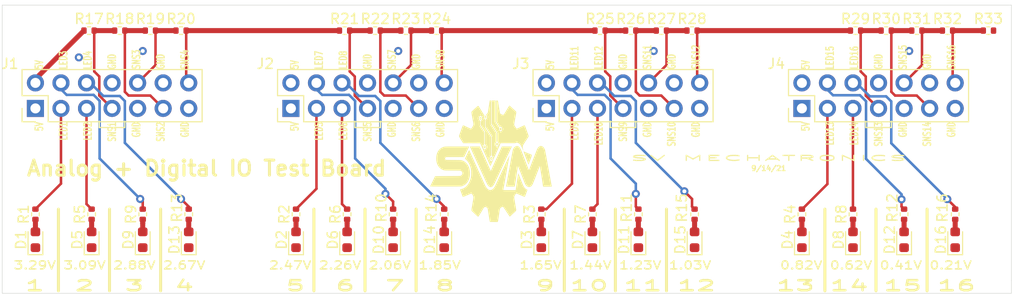
<source format=kicad_pcb>
(kicad_pcb (version 20171130) (host pcbnew "(5.1.5)-3")

  (general
    (thickness 1.6)
    (drawings 48)
    (tracks 178)
    (zones 0)
    (modules 54)
    (nets 51)
  )

  (page A4)
  (layers
    (0 F.Cu signal)
    (31 B.Cu signal)
    (32 B.Adhes user hide)
    (33 F.Adhes user hide)
    (34 B.Paste user hide)
    (35 F.Paste user hide)
    (36 B.SilkS user hide)
    (37 F.SilkS user)
    (38 B.Mask user hide)
    (39 F.Mask user hide)
    (40 Dwgs.User user hide)
    (41 Cmts.User user hide)
    (42 Eco1.User user hide)
    (43 Eco2.User user hide)
    (44 Edge.Cuts user)
    (45 Margin user hide)
    (46 B.CrtYd user hide)
    (47 F.CrtYd user hide)
    (48 B.Fab user hide)
    (49 F.Fab user hide)
  )

  (setup
    (last_trace_width 0.25)
    (user_trace_width 0.5)
    (user_trace_width 1)
    (user_trace_width 2)
    (trace_clearance 0.2)
    (zone_clearance 0.508)
    (zone_45_only no)
    (trace_min 0.2)
    (via_size 0.8)
    (via_drill 0.4)
    (via_min_size 0.4)
    (via_min_drill 0.3)
    (user_via 0.6 0.3)
    (uvia_size 0.3)
    (uvia_drill 0.1)
    (uvias_allowed no)
    (uvia_min_size 0.2)
    (uvia_min_drill 0.1)
    (edge_width 0.05)
    (segment_width 0.2)
    (pcb_text_width 0.3)
    (pcb_text_size 1.5 1.5)
    (mod_edge_width 0.12)
    (mod_text_size 1 1)
    (mod_text_width 0.15)
    (pad_size 4 4)
    (pad_drill 3.2)
    (pad_to_mask_clearance 0.051)
    (solder_mask_min_width 0.25)
    (aux_axis_origin 0 0)
    (visible_elements 7FFFFFFF)
    (pcbplotparams
      (layerselection 0x010fc_ffffffff)
      (usegerberextensions false)
      (usegerberattributes false)
      (usegerberadvancedattributes false)
      (creategerberjobfile false)
      (excludeedgelayer true)
      (linewidth 0.100000)
      (plotframeref false)
      (viasonmask false)
      (mode 1)
      (useauxorigin false)
      (hpglpennumber 1)
      (hpglpenspeed 20)
      (hpglpendiameter 15.000000)
      (psnegative false)
      (psa4output false)
      (plotreference true)
      (plotvalue true)
      (plotinvisibletext false)
      (padsonsilk false)
      (subtractmaskfromsilk false)
      (outputformat 1)
      (mirror false)
      (drillshape 0)
      (scaleselection 1)
      (outputdirectory "Production/"))
  )

  (net 0 "")
  (net 1 GND)
  (net 2 +5V)
  (net 3 LED5_1xA4)
  (net 4 LED8_1xA7)
  (net 5 SENSOR5)
  (net 6 SENSOR7)
  (net 7 SENSOR6)
  (net 8 SENSOR8)
  (net 9 SENSOR12)
  (net 10 SENSOR10)
  (net 11 SENSOR11)
  (net 12 SENSOR9)
  (net 13 LED12_1xB3)
  (net 14 LED9_1xB0)
  (net 15 SENSOR16)
  (net 16 SENSOR14)
  (net 17 SENSOR15)
  (net 18 SENSOR13)
  (net 19 LED16_1xB7)
  (net 20 LED13_1xB4)
  (net 21 LED1_1xA0)
  (net 22 LED4_1xA3)
  (net 23 SENSOR1)
  (net 24 SENSOR3)
  (net 25 SENSOR2)
  (net 26 SENSOR4)
  (net 27 LED10_1xB1)
  (net 28 LED11_1xB2)
  (net 29 LED14_1xB5)
  (net 30 LED15_1xB6)
  (net 31 LED2_1xA1)
  (net 32 LED3_1xA2)
  (net 33 LED6_1xA5)
  (net 34 LED7_1xA6)
  (net 35 "Net-(D1-Pad2)")
  (net 36 "Net-(D2-Pad2)")
  (net 37 "Net-(D3-Pad2)")
  (net 38 "Net-(D4-Pad2)")
  (net 39 "Net-(D5-Pad2)")
  (net 40 "Net-(D6-Pad2)")
  (net 41 "Net-(D7-Pad2)")
  (net 42 "Net-(D8-Pad2)")
  (net 43 "Net-(D9-Pad2)")
  (net 44 "Net-(D10-Pad2)")
  (net 45 "Net-(D11-Pad2)")
  (net 46 "Net-(D12-Pad2)")
  (net 47 "Net-(D13-Pad2)")
  (net 48 "Net-(D14-Pad2)")
  (net 49 "Net-(D15-Pad2)")
  (net 50 "Net-(D16-Pad2)")

  (net_class Default "This is the default net class."
    (clearance 0.2)
    (trace_width 0.25)
    (via_dia 0.8)
    (via_drill 0.4)
    (uvia_dia 0.3)
    (uvia_drill 0.1)
    (add_net +5V)
    (add_net GND)
    (add_net LED10_1xB1)
    (add_net LED11_1xB2)
    (add_net LED12_1xB3)
    (add_net LED13_1xB4)
    (add_net LED14_1xB5)
    (add_net LED15_1xB6)
    (add_net LED16_1xB7)
    (add_net LED1_1xA0)
    (add_net LED2_1xA1)
    (add_net LED3_1xA2)
    (add_net LED4_1xA3)
    (add_net LED5_1xA4)
    (add_net LED6_1xA5)
    (add_net LED7_1xA6)
    (add_net LED8_1xA7)
    (add_net LED9_1xB0)
    (add_net "Net-(D1-Pad2)")
    (add_net "Net-(D10-Pad2)")
    (add_net "Net-(D11-Pad2)")
    (add_net "Net-(D12-Pad2)")
    (add_net "Net-(D13-Pad2)")
    (add_net "Net-(D14-Pad2)")
    (add_net "Net-(D15-Pad2)")
    (add_net "Net-(D16-Pad2)")
    (add_net "Net-(D2-Pad2)")
    (add_net "Net-(D3-Pad2)")
    (add_net "Net-(D4-Pad2)")
    (add_net "Net-(D5-Pad2)")
    (add_net "Net-(D6-Pad2)")
    (add_net "Net-(D7-Pad2)")
    (add_net "Net-(D8-Pad2)")
    (add_net "Net-(D9-Pad2)")
    (add_net SENSOR1)
    (add_net SENSOR10)
    (add_net SENSOR11)
    (add_net SENSOR12)
    (add_net SENSOR13)
    (add_net SENSOR14)
    (add_net SENSOR15)
    (add_net SENSOR16)
    (add_net SENSOR2)
    (add_net SENSOR3)
    (add_net SENSOR4)
    (add_net SENSOR5)
    (add_net SENSOR6)
    (add_net SENSOR7)
    (add_net SENSOR8)
    (add_net SENSOR9)
  )

  (module SVM:logo_big (layer F.Cu) (tedit 0) (tstamp 614224E1)
    (at 107.188 79.756)
    (fp_text reference G*** (at 0 0) (layer F.SilkS) hide
      (effects (font (size 1.524 1.524) (thickness 0.3)))
    )
    (fp_text value LOGO (at 0.75 0) (layer F.SilkS) hide
      (effects (font (size 1.524 1.524) (thickness 0.3)))
    )
    (fp_poly (pts (xy -1.187436 -4.59495) (xy -1.160923 -4.568566) (xy -1.142846 -4.530516) (xy -1.134144 -4.485646)
      (xy -1.135755 -4.438801) (xy -1.148616 -4.394828) (xy -1.173665 -4.358572) (xy -1.173758 -4.358482)
      (xy -1.207076 -4.337001) (xy -1.238335 -4.339781) (xy -1.267752 -4.366863) (xy -1.274591 -4.37703)
      (xy -1.291306 -4.407886) (xy -1.29887 -4.437162) (xy -1.300603 -4.475947) (xy -1.298516 -4.517235)
      (xy -1.290278 -4.546906) (xy -1.27824 -4.569023) (xy -1.259356 -4.593353) (xy -1.238722 -4.603463)
      (xy -1.221447 -4.604822) (xy -1.187436 -4.59495)) (layer F.SilkS) (width 0.01))
    (fp_poly (pts (xy -0.768777 -1.753116) (xy -0.740702 -1.72497) (xy -0.722026 -1.68339) (xy -0.714806 -1.632706)
      (xy -0.719353 -1.585021) (xy -0.735436 -1.541865) (xy -0.760773 -1.511406) (xy -0.791172 -1.495771)
      (xy -0.822445 -1.497087) (xy -0.850401 -1.517482) (xy -0.850975 -1.518196) (xy -0.874874 -1.561916)
      (xy -0.884588 -1.613767) (xy -0.880728 -1.665551) (xy -0.864475 -1.716631) (xy -0.839254 -1.750213)
      (xy -0.80732 -1.763413) (xy -0.804195 -1.763503) (xy -0.768777 -1.753116)) (layer F.SilkS) (width 0.01))
    (fp_poly (pts (xy -0.698925 -4.73254) (xy -0.671874 -4.712909) (xy -0.650107 -4.675342) (xy -0.645381 -4.661429)
      (xy -0.636859 -4.608066) (xy -0.641594 -4.557332) (xy -0.657647 -4.514165) (xy -0.68308 -4.483503)
      (xy -0.715953 -4.470286) (xy -0.720509 -4.470106) (xy -0.743515 -4.474275) (xy -0.762415 -4.490266)
      (xy -0.777302 -4.511745) (xy -0.794543 -4.544278) (xy -0.802072 -4.575254) (xy -0.803314 -4.602657)
      (xy -0.79704 -4.655136) (xy -0.780318 -4.695535) (xy -0.756294 -4.722682) (xy -0.728114 -4.735408)
      (xy -0.698925 -4.73254)) (layer F.SilkS) (width 0.01))
    (fp_poly (pts (xy 0.811061 -3.517092) (xy 0.835731 -3.493462) (xy 0.853238 -3.456596) (xy 0.860914 -3.410235)
      (xy 0.856783 -3.361359) (xy 0.840946 -3.318798) (xy 0.816663 -3.292071) (xy 0.787841 -3.282559)
      (xy 0.758388 -3.291641) (xy 0.733869 -3.317959) (xy 0.715441 -3.362236) (xy 0.71022 -3.410487)
      (xy 0.717687 -3.456875) (xy 0.737323 -3.495564) (xy 0.750915 -3.509684) (xy 0.781899 -3.523746)
      (xy 0.811061 -3.517092)) (layer F.SilkS) (width 0.01))
    (fp_poly (pts (xy 0.444629 -2.039464) (xy 0.47422 -2.01864) (xy 0.49667 -1.982189) (xy 0.509255 -1.934473)
      (xy 0.509516 -1.881995) (xy 0.497004 -1.833953) (xy 0.474568 -1.798936) (xy 0.445885 -1.778757)
      (xy 0.414636 -1.775228) (xy 0.384499 -1.790161) (xy 0.36664 -1.811594) (xy 0.348885 -1.855305)
      (xy 0.343428 -1.904771) (xy 0.349137 -1.954105) (xy 0.36488 -1.997415) (xy 0.389523 -2.028814)
      (xy 0.410619 -2.040305) (xy 0.444629 -2.039464)) (layer F.SilkS) (width 0.01))
    (fp_poly (pts (xy -0.118527 -0.622174) (xy -0.100672 -0.611677) (xy -0.082902 -0.588224) (xy -0.079567 -0.582951)
      (xy -0.062498 -0.550963) (xy -0.054952 -0.520548) (xy -0.053555 -0.489927) (xy -0.059831 -0.428699)
      (xy -0.078208 -0.381447) (xy -0.108011 -0.349893) (xy -0.108781 -0.349393) (xy -0.128949 -0.337053)
      (xy -0.142245 -0.332931) (xy -0.156042 -0.336301) (xy -0.171048 -0.343258) (xy -0.202654 -0.369213)
      (xy -0.223816 -0.412603) (xy -0.229833 -0.436287) (xy -0.234592 -0.494294) (xy -0.224321 -0.548229)
      (xy -0.205365 -0.587889) (xy -0.188178 -0.61108) (xy -0.170339 -0.621886) (xy -0.144688 -0.624589)
      (xy -0.144008 -0.62459) (xy -0.118527 -0.622174)) (layer F.SilkS) (width 0.01))
    (fp_poly (pts (xy 3.071184 -1.18249) (xy 3.084441 -1.171303) (xy 3.097554 -1.162612) (xy 3.124364 -1.149055)
      (xy 3.163641 -1.131138) (xy 3.214154 -1.10937) (xy 3.274673 -1.084256) (xy 3.343967 -1.056304)
      (xy 3.420804 -1.02602) (xy 3.503955 -0.993911) (xy 3.592188 -0.960483) (xy 3.637861 -0.943421)
      (xy 3.69896 -0.920576) (xy 3.746895 -0.902157) (xy 3.783424 -0.887182) (xy 3.810307 -0.87467)
      (xy 3.829303 -0.863638) (xy 3.842171 -0.853106) (xy 3.850669 -0.842092) (xy 3.856558 -0.829614)
      (xy 3.860089 -0.819423) (xy 3.865659 -0.800521) (xy 3.869116 -0.782092) (xy 3.869847 -0.76192)
      (xy 3.86724 -0.737789) (xy 3.860681 -0.707482) (xy 3.849556 -0.668784) (xy 3.833253 -0.619478)
      (xy 3.811159 -0.557348) (xy 3.78266 -0.480178) (xy 3.747143 -0.385751) (xy 3.720994 -0.316683)
      (xy 3.680065 -0.208709) (xy 3.646354 -0.119869) (xy 3.619139 -0.04836) (xy 3.597693 0.007616)
      (xy 3.581292 0.049862) (xy 3.569213 0.080177) (xy 3.56073 0.100364) (xy 3.555119 0.112223)
      (xy 3.551655 0.117554) (xy 3.549614 0.11816) (xy 3.548272 0.115839) (xy 3.54765 0.114183)
      (xy 3.484794 -0.051651) (xy 3.424533 -0.210963) (xy 3.367324 -0.362532) (xy 3.313621 -0.505137)
      (xy 3.263881 -0.637559) (xy 3.21856 -0.758578) (xy 3.178111 -0.866972) (xy 3.142992 -0.961523)
      (xy 3.113657 -1.041009) (xy 3.090563 -1.10421) (xy 3.074164 -1.149907) (xy 3.064916 -1.176879)
      (xy 3.062967 -1.184146) (xy 3.071184 -1.18249)) (layer F.SilkS) (width 0.01))
    (fp_poly (pts (xy -0.168314 -3.863757) (xy 0.103283 -3.429122) (xy 0.374879 -2.994488) (xy 0.374879 -2.157776)
      (xy 0.340655 -2.125669) (xy 0.307424 -2.081817) (xy 0.280924 -2.022115) (xy 0.264687 -1.954669)
      (xy 0.264013 -1.949773) (xy 0.262826 -1.884319) (xy 0.274361 -1.818204) (xy 0.296478 -1.756564)
      (xy 0.327032 -1.704539) (xy 0.363882 -1.667268) (xy 0.387137 -1.654495) (xy 0.436352 -1.647187)
      (xy 0.482427 -1.662539) (xy 0.523063 -1.698839) (xy 0.555956 -1.75438) (xy 0.569029 -1.789625)
      (xy 0.585844 -1.867018) (xy 0.587581 -1.941599) (xy 0.574367 -2.01207) (xy 0.546329 -2.077136)
      (xy 0.53998 -2.087755) (xy 0.517005 -2.119412) (xy 0.492874 -2.144879) (xy 0.479348 -2.154822)
      (xy 0.451385 -2.169595) (xy 0.451385 -3.031227) (xy 0.175963 -3.471986) (xy -0.099458 -3.912746)
      (xy -0.099458 -6.245902) (xy 0.275421 -6.245902) (xy 0.275421 -4.108636) (xy 0.46239 -3.809529)
      (xy 0.512776 -3.728722) (xy 0.553223 -3.66328) (xy 0.584718 -3.611417) (xy 0.608251 -3.571352)
      (xy 0.624807 -3.541301) (xy 0.635376 -3.519482) (xy 0.640945 -3.504111) (xy 0.642501 -3.493406)
      (xy 0.641354 -3.48648) (xy 0.637589 -3.461931) (xy 0.635914 -3.422408) (xy 0.636444 -3.384727)
      (xy 0.64107 -3.328254) (xy 0.651552 -3.28405) (xy 0.670577 -3.244333) (xy 0.698897 -3.203816)
      (xy 0.733863 -3.17325) (xy 0.775286 -3.160192) (xy 0.818613 -3.165142) (xy 0.856765 -3.186463)
      (xy 0.895044 -3.231184) (xy 0.922248 -3.291506) (xy 0.93694 -3.364006) (xy 0.938324 -3.380803)
      (xy 0.935903 -3.453056) (xy 0.920808 -3.517678) (xy 0.895343 -3.572057) (xy 0.86181 -3.613579)
      (xy 0.822513 -3.639632) (xy 0.779755 -3.647603) (xy 0.735839 -3.634878) (xy 0.722088 -3.626132)
      (xy 0.690592 -3.603237) (xy 0.52126 -3.8745) (xy 0.351927 -4.145764) (xy 0.351927 -6.245902)
      (xy 0.413888 -6.245902) (xy 0.445118 -6.245318) (xy 0.465303 -6.242347) (xy 0.478696 -6.23516)
      (xy 0.489549 -6.221926) (xy 0.49662 -6.210307) (xy 0.501647 -6.201534) (xy 0.506172 -6.19242)
      (xy 0.510549 -6.181039) (xy 0.515131 -6.165464) (xy 0.520269 -6.143767) (xy 0.526318 -6.114023)
      (xy 0.533628 -6.074304) (xy 0.542554 -6.022685) (xy 0.553448 -5.957237) (xy 0.566662 -5.876036)
      (xy 0.582549 -5.777152) (xy 0.601462 -5.658661) (xy 0.623754 -5.518636) (xy 0.627203 -5.496961)
      (xy 0.644104 -5.391979) (xy 0.66033 -5.2935) (xy 0.675399 -5.204273) (xy 0.688832 -5.127049)
      (xy 0.700148 -5.064579) (xy 0.708867 -5.019611) (xy 0.714506 -4.994897) (xy 0.715463 -4.991993)
      (xy 0.731283 -4.96337) (xy 0.751705 -4.937711) (xy 0.752463 -4.936964) (xy 0.773256 -4.920836)
      (xy 0.805095 -4.901037) (xy 0.844143 -4.879565) (xy 0.88656 -4.858417) (xy 0.928508 -4.839591)
      (xy 0.966147 -4.825084) (xy 0.969832 -4.823847) (xy 1.01974 -4.81591) (xy 1.064564 -4.828423)
      (xy 1.107966 -4.86277) (xy 1.125596 -4.882745) (xy 1.138335 -4.900734) (xy 1.160296 -4.934519)
      (xy 1.190221 -4.982055) (xy 1.22685 -5.041292) (xy 1.268923 -5.110186) (xy 1.315182 -5.18669)
      (xy 1.364366 -5.268755) (xy 1.400276 -5.329116) (xy 1.457171 -5.424908) (xy 1.504583 -5.504337)
      (xy 1.543495 -5.568909) (xy 1.574891 -5.620128) (xy 1.599752 -5.6595) (xy 1.619062 -5.688529)
      (xy 1.633805 -5.708721) (xy 1.644963 -5.72158) (xy 1.653519 -5.728612) (xy 1.660457 -5.731322)
      (xy 1.663124 -5.731533) (xy 1.676554 -5.726802) (xy 1.698763 -5.712114) (xy 1.730654 -5.68673)
      (xy 1.773132 -5.649911) (xy 1.8271 -5.600917) (xy 1.859168 -5.571164) (xy 1.915731 -5.518565)
      (xy 1.97728 -5.461632) (xy 2.039667 -5.404185) (xy 2.098741 -5.35004) (xy 2.150355 -5.303014)
      (xy 2.167251 -5.287712) (xy 2.209572 -5.248657) (xy 2.24805 -5.211618) (xy 2.280388 -5.178932)
      (xy 2.304286 -5.152931) (xy 2.317447 -5.135951) (xy 2.318449 -5.134134) (xy 2.327603 -5.109682)
      (xy 2.331954 -5.080431) (xy 2.33132 -5.042356) (xy 2.325521 -4.991428) (xy 2.314377 -4.923622)
      (xy 2.307282 -4.88499) (xy 2.299061 -4.840737) (xy 2.287276 -4.776653) (xy 2.272602 -4.696441)
      (xy 2.255713 -4.603804) (xy 2.237286 -4.502446) (xy 2.217995 -4.39607) (xy 2.199582 -4.294286)
      (xy 2.178591 -4.177695) (xy 2.161616 -4.082263) (xy 2.14831 -4.005673) (xy 2.138328 -3.945608)
      (xy 2.131321 -3.899748) (xy 2.126945 -3.865778) (xy 2.124852 -3.84138) (xy 2.124695 -3.824235)
      (xy 2.126128 -3.812026) (xy 2.126931 -3.808529) (xy 2.135805 -3.787247) (xy 2.153799 -3.753304)
      (xy 2.17865 -3.710258) (xy 2.208096 -3.661673) (xy 2.239877 -3.611108) (xy 2.27173 -3.562126)
      (xy 2.301394 -3.518287) (xy 2.326607 -3.483152) (xy 2.345109 -3.460282) (xy 2.352177 -3.453849)
      (xy 2.375775 -3.444427) (xy 2.396133 -3.441369) (xy 2.411263 -3.444906) (xy 2.439879 -3.455182)
      (xy 2.480846 -3.471695) (xy 2.533034 -3.493944) (xy 2.595309 -3.521427) (xy 2.66654 -3.553642)
      (xy 2.745594 -3.590087) (xy 2.831338 -3.63026) (xy 2.92264 -3.67366) (xy 2.950387 -3.686966)
      (xy 3.00092 -3.710862) (xy 3.047504 -3.732164) (xy 3.087841 -3.749879) (xy 3.119632 -3.763014)
      (xy 3.14058 -3.770577) (xy 3.147269 -3.772035) (xy 3.160749 -3.768512) (xy 3.174656 -3.756545)
      (xy 3.190015 -3.734034) (xy 3.207848 -3.698877) (xy 3.229183 -3.648976) (xy 3.255042 -3.58223)
      (xy 3.28645 -3.496538) (xy 3.299637 -3.45974) (xy 3.331935 -3.369688) (xy 3.368564 -3.268358)
      (xy 3.406521 -3.164004) (xy 3.442803 -3.064884) (xy 3.47296 -2.983153) (xy 3.498524 -2.912854)
      (xy 3.521469 -2.847116) (xy 3.54056 -2.789685) (xy 3.554568 -2.744307) (xy 3.562259 -2.714729)
      (xy 3.563241 -2.70869) (xy 3.564183 -2.696568) (xy 3.563642 -2.684899) (xy 3.560528 -2.671695)
      (xy 3.553753 -2.654965) (xy 3.542226 -2.632721) (xy 3.524857 -2.602972) (xy 3.500557 -2.56373)
      (xy 3.468235 -2.513005) (xy 3.426802 -2.448807) (xy 3.388504 -2.389713) (xy 3.310419 -2.269137)
      (xy 3.242719 -2.16421) (xy 3.18468 -2.073738) (xy 3.135578 -1.996527) (xy 3.09469 -1.931382)
      (xy 3.061291 -1.877111) (xy 3.034657 -1.832517) (xy 3.014065 -1.796409) (xy 2.998789 -1.76759)
      (xy 2.988108 -1.744867) (xy 2.981295 -1.727045) (xy 2.977628 -1.712932) (xy 2.977393 -1.711594)
      (xy 2.975054 -1.669276) (xy 2.978419 -1.607912) (xy 2.987117 -1.53094) (xy 3.00078 -1.441797)
      (xy 3.014376 -1.367404) (xy 3.021912 -1.3256) (xy 3.026516 -1.293759) (xy 3.027285 -1.278216)
      (xy 3.027122 -1.277811) (xy 3.021958 -1.285203) (xy 3.010705 -1.30964) (xy 2.995109 -1.34713)
      (xy 2.979787 -1.386155) (xy 2.913146 -1.54692) (xy 2.845333 -1.684027) (xy 2.775648 -1.798296)
      (xy 2.703388 -1.890552) (xy 2.627855 -1.961617) (xy 2.548345 -2.012313) (xy 2.46416 -2.043463)
      (xy 2.411687 -2.053046) (xy 2.379139 -2.055272) (xy 2.349659 -2.052712) (xy 2.31749 -2.04432)
      (xy 2.276878 -2.029052) (xy 2.274667 -2.028149) (xy 2.196775 -1.996239) (xy 0.781308 -1.996239)
      (xy 0.274389 -0.863404) (xy 0.20793 -0.714967) (xy 0.143941 -0.572213) (xy 0.082989 -0.436391)
      (xy 0.025636 -0.308752) (xy -0.027553 -0.190547) (xy -0.076013 -0.083025) (xy -0.11918 0.012562)
      (xy -0.15649 0.094964) (xy -0.187379 0.162931) (xy -0.211281 0.215211) (xy -0.227633 0.250556)
      (xy -0.235871 0.267713) (xy -0.236762 0.269205) (xy -0.241663 0.259399) (xy -0.254859 0.230879)
      (xy -0.275788 0.184903) (xy -0.303885 0.122728) (xy -0.338588 0.045611) (xy -0.379333 -0.04519)
      (xy -0.425557 -0.148419) (xy -0.476697 -0.262818) (xy -0.532189 -0.387129) (xy -0.591469 -0.520095)
      (xy -0.653976 -0.66046) (xy -0.719144 -0.806965) (xy -0.74297 -0.860568) (xy -1.244945 -1.990116)
      (xy -2.091526 -1.993231) (xy -2.938108 -1.996346) (xy -3.136809 -2.31359) (xy -3.182548 -2.387156)
      (xy -3.224995 -2.456464) (xy -3.262878 -2.519353) (xy -3.294922 -2.573667) (xy -3.319853 -2.617245)
      (xy -3.336398 -2.647929) (xy -3.343249 -2.663423) (xy -3.347396 -2.700305) (xy -3.346014 -2.728839)
      (xy -3.340786 -2.748422) (xy -3.328814 -2.785577) (xy -3.311268 -2.836917) (xy -3.28932 -2.899053)
      (xy -3.264141 -2.968596) (xy -3.247874 -3.012729) (xy -3.215493 -3.100643) (xy -3.180188 -3.197611)
      (xy -3.144587 -3.296336) (xy -3.111319 -3.389526) (xy -3.083014 -3.469886) (xy -3.080149 -3.47811)
      (xy -3.047263 -3.570501) (xy -3.01971 -3.642665) (xy -2.996451 -3.696646) (xy -2.976449 -3.734487)
      (xy -2.958665 -3.758232) (xy -2.942062 -3.769925) (xy -2.93089 -3.772035) (xy -2.915736 -3.768486)
      (xy -2.88927 -3.758728) (xy -2.854735 -3.744092) (xy -2.815378 -3.725909) (xy -2.798805 -3.717839)
      (xy -2.730401 -3.684313) (xy -2.659428 -3.65006) (xy -2.587504 -3.615817) (xy -2.516244 -3.58232)
      (xy -2.447265 -3.550306) (xy -2.382182 -3.520511) (xy -2.322611 -3.493671) (xy -2.270169 -3.470522)
      (xy -2.226472 -3.451801) (xy -2.193135 -3.438244) (xy -2.171776 -3.430587) (xy -2.165086 -3.429122)
      (xy -2.152823 -3.43208) (xy -2.138893 -3.442721) (xy -2.120967 -3.463696) (xy -2.096719 -3.497657)
      (xy -2.070989 -3.536282) (xy -2.02023 -3.614691) (xy -1.980154 -3.680151) (xy -1.950003 -3.735977)
      (xy -1.929018 -3.785481) (xy -1.916442 -3.831978) (xy -1.911514 -3.878782) (xy -1.913478 -3.929207)
      (xy -1.921575 -3.986566) (xy -1.935046 -4.054174) (xy -1.943583 -4.09296) (xy -1.953335 -4.138969)
      (xy -1.966465 -4.204478) (xy -1.982195 -4.285414) (xy -1.999747 -4.377704) (xy -2.01671 -4.468542)
      (xy -1.37962 -4.468542) (xy -1.373089 -4.397481) (xy -1.354916 -4.332231) (xy -1.327356 -4.278106)
      (xy -1.292662 -4.240425) (xy -1.279416 -4.232189) (xy -1.273471 -4.228473) (xy -1.269097 -4.221992)
      (xy -1.266053 -4.209366) (xy -1.264097 -4.187212) (xy -1.26299 -4.15215) (xy -1.262489 -4.100799)
      (xy -1.262355 -4.029778) (xy -1.26235 -3.992656) (xy -1.26235 -3.761793) (xy -1.051958 -3.433804)
      (xy -0.841567 -3.105815) (xy -0.841567 -1.886515) (xy -0.870981 -1.862494) (xy -0.910792 -1.817853)
      (xy -0.939776 -1.760336) (xy -0.957364 -1.694221) (xy -0.962988 -1.623787) (xy -0.956079 -1.553311)
      (xy -0.936069 -1.487071) (xy -0.924156 -1.462514) (xy -0.886513 -1.41087) (xy -0.843097 -1.379971)
      (xy -0.796606 -1.370683) (xy -0.749738 -1.383872) (xy -0.72696 -1.399204) (xy -0.686944 -1.44389)
      (xy -0.658674 -1.500226) (xy -0.6421 -1.564261) (xy -0.637173 -1.632044) (xy -0.643841 -1.699624)
      (xy -0.662056 -1.763049) (xy -0.691768 -1.818368) (xy -0.732787 -1.861524) (xy -0.772657 -1.892141)
      (xy -0.772684 -2.523402) (xy -0.772711 -3.154664) (xy -0.982608 -3.478658) (xy -1.192504 -3.802652)
      (xy -1.193494 -4.211022) (xy -1.166061 -4.225515) (xy -1.123996 -4.259601) (xy -1.091313 -4.310007)
      (xy -1.069071 -4.372498) (xy -1.05833 -4.44284) (xy -1.06015 -4.5168) (xy -1.075163 -4.588785)
      (xy -1.102037 -4.65213) (xy -1.135647 -4.696504) (xy -1.173764 -4.72279) (xy -1.21416 -4.731865)
      (xy -1.254606 -4.724612) (xy -1.292873 -4.70191) (xy -1.326733 -4.66464) (xy -1.353957 -4.61368)
      (xy -1.372317 -4.549913) (xy -1.379584 -4.474217) (xy -1.37962 -4.468542) (xy -2.01671 -4.468542)
      (xy -2.018342 -4.477276) (xy -2.037202 -4.580056) (xy -2.04722 -4.635439) (xy -2.068 -4.751423)
      (xy -2.084654 -4.84636) (xy -2.097368 -4.922706) (xy -2.10633 -4.982915) (xy -2.111727 -5.029439)
      (xy -2.113746 -5.064735) (xy -2.112575 -5.091256) (xy -2.1084 -5.111455) (xy -2.101409 -5.127789)
      (xy -2.091789 -5.142709) (xy -2.086457 -5.149875) (xy -2.074678 -5.162713) (xy -2.051083 -5.186147)
      (xy -2.017188 -5.21875) (xy -1.974508 -5.259095) (xy -1.924559 -5.305754) (xy -1.868856 -5.357301)
      (xy -1.808914 -5.412309) (xy -1.773434 -5.444662) (xy -1.700292 -5.511081) (xy -1.639148 -5.566138)
      (xy -1.588737 -5.610685) (xy -1.547793 -5.645572) (xy -1.51505 -5.671649) (xy -1.489244 -5.689768)
      (xy -1.469107 -5.700778) (xy -1.453376 -5.70553) (xy -1.440783 -5.704876) (xy -1.430064 -5.699665)
      (xy -1.419953 -5.690748) (xy -1.415058 -5.685527) (xy -1.405299 -5.67195) (xy -1.386266 -5.642923)
      (xy -1.359317 -5.600612) (xy -1.325811 -5.54718) (xy -1.287106 -5.484793) (xy -1.244562 -5.415615)
      (xy -1.205658 -5.35188) (xy -1.138255 -5.241128) (xy -1.080645 -5.146646) (xy -1.031974 -5.067118)
      (xy -0.991386 -5.001229) (xy -0.958023 -4.947663) (xy -0.93103 -4.905104) (xy -0.909551 -4.872236)
      (xy -0.89273 -4.847743) (xy -0.879711 -4.83031) (xy -0.869637 -4.818621) (xy -0.861652 -4.81136)
      (xy -0.854901 -4.807211) (xy -0.850044 -4.805322) (xy -0.833753 -4.799093) (xy -0.830569 -4.791043)
      (xy -0.83859 -4.77458) (xy -0.840305 -4.771568) (xy -0.864583 -4.711954) (xy -0.877898 -4.641598)
      (xy -0.879434 -4.568093) (xy -0.86926 -4.502343) (xy -0.855641 -4.46547) (xy -0.835126 -4.426421)
      (xy -0.811976 -4.392001) (xy -0.790458 -4.369016) (xy -0.782807 -4.364359) (xy -0.765061 -4.357229)
      (xy -0.765061 -3.565818) (xy -0.466687 -3.096734) (xy -0.168314 -2.62765) (xy -0.168314 -1.687355)
      (xy -0.168338 -1.512085) (xy -0.168425 -1.359739) (xy -0.168593 -1.228743) (xy -0.168863 -1.117527)
      (xy -0.169254 -1.024519) (xy -0.169786 -0.948148) (xy -0.170478 -0.886843) (xy -0.171351 -0.839032)
      (xy -0.172424 -0.803144) (xy -0.173716 -0.777608) (xy -0.175247 -0.760853) (xy -0.177038 -0.751306)
      (xy -0.179107 -0.747398) (xy -0.180094 -0.747059) (xy -0.198384 -0.73981) (xy -0.222439 -0.721445)
      (xy -0.246545 -0.697041) (xy -0.264964 -0.671708) (xy -0.293189 -0.605934) (xy -0.308695 -0.533074)
      (xy -0.310897 -0.45809) (xy -0.299206 -0.385943) (xy -0.298916 -0.384887) (xy -0.271983 -0.311003)
      (xy -0.237661 -0.25844) (xy -0.195418 -0.226626) (xy -0.144723 -0.214986) (xy -0.141537 -0.214918)
      (xy -0.09216 -0.225663) (xy -0.04903 -0.257732) (xy -0.01368 -0.30915) (xy 0.012356 -0.377936)
      (xy 0.022923 -0.42705) (xy 0.026976 -0.497435) (xy 0.017912 -0.568316) (xy -0.00258 -0.63399)
      (xy -0.032814 -0.688756) (xy -0.064343 -0.722032) (xy -0.099458 -0.749244) (xy -0.099458 -2.673438)
      (xy -0.397832 -3.144283) (xy -0.696205 -3.615128) (xy -0.696205 -4.342717) (xy -0.668922 -4.35851)
      (xy -0.63266 -4.390026) (xy -0.599576 -4.43739) (xy -0.575285 -4.492297) (xy -0.572763 -4.500618)
      (xy -0.560116 -4.572786) (xy -0.561259 -4.645847) (xy -0.575082 -4.715121) (xy -0.600475 -4.775926)
      (xy -0.636327 -4.823582) (xy -0.652623 -4.837386) (xy -0.681721 -4.858666) (xy -0.649123 -4.86701)
      (xy -0.592716 -4.892585) (xy -0.545163 -4.938135) (xy -0.506509 -5.003606) (xy -0.485428 -5.059174)
      (xy -0.478213 -5.088315) (xy -0.46842 -5.137036) (xy -0.456819 -5.201014) (xy -0.444178 -5.275928)
      (xy -0.431266 -5.357456) (xy -0.425219 -5.397533) (xy -0.410007 -5.499281) (xy -0.392445 -5.615488)
      (xy -0.37395 -5.736872) (xy -0.355934 -5.854151) (xy -0.339814 -5.958041) (xy -0.339326 -5.961162)
      (xy -0.294817 -6.245902) (xy -0.168314 -6.245902) (xy -0.168314 -3.863757)) (layer F.SilkS) (width 0.01))
    (fp_poly (pts (xy -3.359276 -1.665548) (xy -3.215535 -1.665465) (xy -3.085755 -1.665314) (xy -2.969267 -1.665086)
      (xy -2.8654 -1.664771) (xy -2.773486 -1.664359) (xy -2.692853 -1.66384) (xy -2.622832 -1.663205)
      (xy -2.562754 -1.662443) (xy -2.511948 -1.661545) (xy -2.469744 -1.660501) (xy -2.435473 -1.659302)
      (xy -2.408465 -1.657936) (xy -2.38805 -1.656395) (xy -2.373558 -1.654668) (xy -2.364318 -1.652747)
      (xy -2.359663 -1.65062) (xy -2.358822 -1.648583) (xy -2.364158 -1.635848) (xy -2.377961 -1.605614)
      (xy -2.399342 -1.559765) (xy -2.42741 -1.50018) (xy -2.461275 -1.428742) (xy -2.500046 -1.347333)
      (xy -2.542833 -1.257833) (xy -2.588747 -1.162123) (xy -2.605109 -1.128091) (xy -2.847323 -0.62459)
      (xy -3.738406 -0.62459) (xy -3.890356 -0.624503) (xy -4.027398 -0.624238) (xy -4.149923 -0.62379)
      (xy -4.258325 -0.623151) (xy -4.352996 -0.622318) (xy -4.434329 -0.621284) (xy -4.502715 -0.620043)
      (xy -4.558548 -0.618589) (xy -4.60222 -0.616917) (xy -4.634123 -0.61502) (xy -4.654649 -0.612894)
      (xy -4.663292 -0.610965) (xy -4.699899 -0.586515) (xy -4.725877 -0.549093) (xy -4.740012 -0.502388)
      (xy -4.74109 -0.450089) (xy -4.731128 -0.404865) (xy -4.727032 -0.391899) (xy -4.723363 -0.38041)
      (xy -4.719224 -0.370302) (xy -4.713714 -0.361477) (xy -4.705936 -0.353839) (xy -4.694989 -0.347289)
      (xy -4.679976 -0.341731) (xy -4.659996 -0.337067) (xy -4.634152 -0.333201) (xy -4.601543 -0.330035)
      (xy -4.561272 -0.327472) (xy -4.51244 -0.325414) (xy -4.454146 -0.323764) (xy -4.385493 -0.322425)
      (xy -4.305581 -0.321301) (xy -4.213511 -0.320293) (xy -4.108385 -0.319304) (xy -3.989303 -0.318237)
      (xy -3.92476 -0.317649) (xy -3.797008 -0.316453) (xy -3.683529 -0.315316) (xy -3.583291 -0.314165)
      (xy -3.495266 -0.312926) (xy -3.418424 -0.311528) (xy -3.351735 -0.309895) (xy -3.29417 -0.307956)
      (xy -3.244699 -0.305638) (xy -3.202293 -0.302867) (xy -3.165923 -0.299571) (xy -3.134558 -0.295676)
      (xy -3.10717 -0.291109) (xy -3.082729 -0.285798) (xy -3.060205 -0.279668) (xy -3.038568 -0.272648)
      (xy -3.01679 -0.264664) (xy -2.993841 -0.255643) (xy -2.981617 -0.250725) (xy -2.863563 -0.193142)
      (xy -2.753436 -0.119347) (xy -2.652254 -0.030516) (xy -2.561032 0.072174) (xy -2.480789 0.187546)
      (xy -2.412542 0.314423) (xy -2.357307 0.451628) (xy -2.346793 0.483751) (xy -2.31464 0.60964)
      (xy -2.291828 0.749482) (xy -2.278639 0.897487) (xy -2.275355 1.047869) (xy -2.28226 1.194837)
      (xy -2.299637 1.332603) (xy -2.304111 1.357081) (xy -2.340557 1.505208) (xy -2.390514 1.643996)
      (xy -2.453117 1.772492) (xy -2.5275 1.88974) (xy -2.612798 1.994789) (xy -2.708145 2.086683)
      (xy -2.812676 2.164469) (xy -2.925526 2.227194) (xy -3.045828 2.273904) (xy -3.16131 2.301732)
      (xy -3.178079 2.303345) (xy -3.208668 2.304856) (xy -3.252198 2.306265) (xy -3.307788 2.307572)
      (xy -3.374558 2.308779) (xy -3.451626 2.309884) (xy -3.538112 2.310888) (xy -3.633136 2.311793)
      (xy -3.735817 2.312597) (xy -3.845274 2.313301) (xy -3.960627 2.313905) (xy -4.080995 2.31441)
      (xy -4.205497 2.314816) (xy -4.333253 2.315123) (xy -4.463382 2.315331) (xy -4.595003 2.315442)
      (xy -4.727237 2.315454) (xy -4.859202 2.315368) (xy -4.990017 2.315185) (xy -5.118803 2.314905)
      (xy -5.244677 2.314527) (xy -5.366761 2.314053) (xy -5.484173 2.313483) (xy -5.596032 2.312816)
      (xy -5.701458 2.312054) (xy -5.799571 2.311196) (xy -5.889489 2.310242) (xy -5.970332 2.309193)
      (xy -6.04122 2.30805) (xy -6.101271 2.306812) (xy -6.149606 2.30548) (xy -6.185343 2.304054)
      (xy -6.207602 2.302534) (xy -6.215502 2.30092) (xy -6.215494 2.300803) (xy -6.209894 2.288685)
      (xy -6.195818 2.259087) (xy -6.17417 2.213882) (xy -6.145853 2.154947) (xy -6.111767 2.084155)
      (xy -6.072815 2.003383) (xy -6.029899 1.914504) (xy -5.983923 1.819395) (xy -5.969459 1.789497)
      (xy -5.728774 1.292044) (xy -4.492053 1.285691) (xy -4.328604 1.28488) (xy -4.179726 1.284171)
      (xy -4.044686 1.283515) (xy -3.922753 1.282864) (xy -3.813197 1.282167) (xy -3.715286 1.281377)
      (xy -3.628289 1.280444) (xy -3.551476 1.27932) (xy -3.484114 1.277955) (xy -3.425473 1.276301)
      (xy -3.374821 1.274308) (xy -3.331428 1.271927) (xy -3.294563 1.269111) (xy -3.263493 1.265809)
      (xy -3.237489 1.261972) (xy -3.215819 1.257553) (xy -3.197751 1.252501) (xy -3.182555 1.246769)
      (xy -3.1695 1.240306) (xy -3.157854 1.233064) (xy -3.146887 1.224995) (xy -3.135866 1.216048)
      (xy -3.124062 1.206176) (xy -3.110743 1.195329) (xy -3.107808 1.193019) (xy -3.061808 1.147723)
      (xy -3.029991 1.096382) (xy -3.012122 1.041148) (xy -3.007962 0.984171) (xy -3.017278 0.927603)
      (xy -3.039832 0.873595) (xy -3.075388 0.824299) (xy -3.123711 0.781866) (xy -3.155052 0.762552)
      (xy -3.217079 0.729094) (xy -3.99744 0.721948) (xy -4.12774 0.720756) (xy -4.243748 0.71965)
      (xy -4.346474 0.718549) (xy -4.436927 0.717374) (xy -4.516118 0.716045) (xy -4.585056 0.71448)
      (xy -4.64475 0.712601) (xy -4.696209 0.710327) (xy -4.740444 0.707578) (xy -4.778463 0.704274)
      (xy -4.811277 0.700335) (xy -4.839894 0.69568) (xy -4.865325 0.69023) (xy -4.888578 0.683905)
      (xy -4.910664 0.676624) (xy -4.932591 0.668307) (xy -4.95537 0.658875) (xy -4.980009 0.648247)
      (xy -4.992019 0.643033) (xy -5.10015 0.586667) (xy -5.200961 0.51512) (xy -5.293217 0.429858)
      (xy -5.375686 0.33235) (xy -5.447134 0.224065) (xy -5.506327 0.106468) (xy -5.552032 -0.01897)
      (xy -5.554051 -0.025798) (xy -5.577969 -0.117441) (xy -5.594539 -0.20641) (xy -5.60469 -0.300122)
      (xy -5.609351 -0.405991) (xy -5.609912 -0.471504) (xy -5.607586 -0.588555) (xy -5.600249 -0.68928)
      (xy -5.586989 -0.780951) (xy -5.566894 -0.87084) (xy -5.554051 -0.91721) (xy -5.509143 -1.042852)
      (xy -5.450757 -1.160608) (xy -5.380171 -1.269081) (xy -5.298662 -1.366877) (xy -5.207505 -1.452598)
      (xy -5.107979 -1.524848) (xy -5.00136 -1.582232) (xy -4.915513 -1.61532) (xy -4.894728 -1.621868)
      (xy -4.874495 -1.627821) (xy -4.85403 -1.633209) (xy -4.832547 -1.638059) (xy -4.809261 -1.6424)
      (xy -4.783388 -1.646259) (xy -4.754142 -1.649665) (xy -4.72074 -1.652646) (xy -4.682395 -1.655231)
      (xy -4.638324 -1.657447) (xy -4.587742 -1.659322) (xy -4.529863 -1.660886) (xy -4.463903 -1.662166)
      (xy -4.389077 -1.66319) (xy -4.3046 -1.663987) (xy -4.209687 -1.664585) (xy -4.103554 -1.665012)
      (xy -3.985415 -1.665296) (xy -3.854487 -1.665465) (xy -3.709983 -1.665548) (xy -3.551119 -1.665573)
      (xy -3.517648 -1.665574) (xy -3.359276 -1.665548)) (layer F.SilkS) (width 0.01))
    (fp_poly (pts (xy 4.824367 -1.709501) (xy 4.875496 -1.695832) (xy 4.926035 -1.675821) (xy 4.969467 -1.651733)
      (xy 4.978578 -1.645242) (xy 5.045393 -1.5827) (xy 5.105446 -1.502802) (xy 5.156005 -1.409847)
      (xy 5.194334 -1.308131) (xy 5.195472 -1.304291) (xy 5.19918 -1.287309) (xy 5.20684 -1.248558)
      (xy 5.218166 -1.189603) (xy 5.232869 -1.112009) (xy 5.250664 -1.017341) (xy 5.271264 -0.907165)
      (xy 5.294379 -0.783045) (xy 5.319725 -0.646547) (xy 5.347014 -0.499235) (xy 5.375958 -0.342676)
      (xy 5.40627 -0.178434) (xy 5.437664 -0.008073) (xy 5.469852 0.16684) (xy 5.502547 0.344741)
      (xy 5.535462 0.524064) (xy 5.568309 0.703244) (xy 5.600803 0.880717) (xy 5.632655 1.054918)
      (xy 5.663579 1.22428) (xy 5.693287 1.387239) (xy 5.721492 1.54223) (xy 5.747908 1.687688)
      (xy 5.772247 1.822047) (xy 5.794221 1.943743) (xy 5.813544 2.05121) (xy 5.82993 2.142883)
      (xy 5.843089 2.217198) (xy 5.852736 2.272589) (xy 5.858584 2.30749) (xy 5.860361 2.320136)
      (xy 5.85294 2.321396) (xy 5.831592 2.322579) (xy 5.797694 2.323665) (xy 5.75262 2.32463)
      (xy 5.697745 2.325454) (xy 5.634444 2.326113) (xy 5.564093 2.326587) (xy 5.488067 2.326853)
      (xy 5.435898 2.326905) (xy 5.011436 2.326905) (xy 5.006097 2.293226) (xy 5.003461 2.276432)
      (xy 4.997396 2.237682) (xy 4.988183 2.17878) (xy 4.976104 2.101532) (xy 4.961441 2.007743)
      (xy 4.944478 1.899219) (xy 4.925495 1.777763) (xy 4.904776 1.645183) (xy 4.882601 1.503282)
      (xy 4.859255 1.353867) (xy 4.843361 1.252141) (xy 4.685963 0.244736) (xy 4.33405 1.154166)
      (xy 4.272214 1.313896) (xy 4.217816 1.454205) (xy 4.170267 1.576528) (xy 4.12898 1.682298)
      (xy 4.093368 1.772949) (xy 4.062842 1.849916) (xy 4.036814 1.914632) (xy 4.014698 1.968531)
      (xy 3.995904 2.013047) (xy 3.979846 2.049613) (xy 3.965935 2.079665) (xy 3.953584 2.104635)
      (xy 3.942204 2.125957) (xy 3.931208 2.145066) (xy 3.920933 2.161912) (xy 3.874439 2.230188)
      (xy 3.829821 2.280632) (xy 3.782496 2.317615) (xy 3.728666 2.345178) (xy 3.69474 2.354688)
      (xy 3.651316 2.360345) (xy 3.604024 2.361993) (xy 3.558491 2.359471) (xy 3.520346 2.352624)
      (xy 3.515451 2.351164) (xy 3.479418 2.335795) (xy 3.436487 2.311818) (xy 3.392916 2.283132)
      (xy 3.354961 2.253638) (xy 3.345904 2.245495) (xy 3.322641 2.220346) (xy 3.294214 2.184894)
      (xy 3.266244 2.146206) (xy 3.262535 2.14071) (xy 3.253304 2.126041) (xy 3.243196 2.108019)
      (xy 3.231652 2.085281) (xy 3.218114 2.056467) (xy 3.202022 2.020215) (xy 3.182817 1.975163)
      (xy 3.159942 1.91995) (xy 3.132835 1.853215) (xy 3.10094 1.773596) (xy 3.063696 1.679732)
      (xy 3.020545 1.570261) (xy 2.970928 1.443822) (xy 2.914286 1.299053) (xy 2.861156 1.163019)
      (xy 2.808331 1.027881) (xy 2.757801 0.898984) (xy 2.710152 0.777805) (xy 2.665973 0.665819)
      (xy 2.625851 0.564503) (xy 2.590372 0.475335) (xy 2.560125 0.39979) (xy 2.535696 0.339345)
      (xy 2.517672 0.295477) (xy 2.506642 0.269663) (xy 2.503198 0.263025) (xy 2.500791 0.275631)
      (xy 2.495003 0.310294) (xy 2.486106 0.365285) (xy 2.474372 0.438873) (xy 2.460073 0.52933)
      (xy 2.44348 0.634927) (xy 2.424866 0.753934) (xy 2.404501 0.884622) (xy 2.38266 1.025262)
      (xy 2.359612 1.174125) (xy 2.340919 1.295177) (xy 2.182731 2.320781) (xy 1.756968 2.323946)
      (xy 1.658093 2.324532) (xy 1.573797 2.324696) (xy 1.50336 2.324421) (xy 1.446062 2.323688)
      (xy 1.401183 2.322479) (xy 1.368003 2.320778) (xy 1.345803 2.318565) (xy 1.333861 2.315824)
      (xy 1.331204 2.313371) (xy 1.333311 2.300239) (xy 1.339475 2.264893) (xy 1.349461 2.208633)
      (xy 1.363035 2.132755) (xy 1.379962 2.038557) (xy 1.400008 1.927336) (xy 1.422937 1.800391)
      (xy 1.448515 1.65902) (xy 1.476508 1.504519) (xy 1.506681 1.338186) (xy 1.5388 1.16132)
      (xy 1.572628 0.975217) (xy 1.607933 0.781176) (xy 1.644479 0.580494) (xy 1.652876 0.534411)
      (xy 1.704375 0.252195) (xy 1.751734 -0.00652) (xy 1.794967 -0.241806) (xy 1.834087 -0.453737)
      (xy 1.869109 -0.642385) (xy 1.900045 -0.807822) (xy 1.92691 -0.950122) (xy 1.949718 -1.069357)
      (xy 1.968481 -1.165601) (xy 1.983214 -1.238925) (xy 1.99393 -1.289402) (xy 2.000643 -1.317106)
      (xy 2.000998 -1.318311) (xy 2.038838 -1.41952) (xy 2.087794 -1.507761) (xy 2.149655 -1.586232)
      (xy 2.152372 -1.589159) (xy 2.211087 -1.643739) (xy 2.270126 -1.680347) (xy 2.333854 -1.701022)
      (xy 2.406114 -1.707801) (xy 2.478883 -1.701376) (xy 2.543423 -1.679581) (xy 2.602663 -1.640409)
      (xy 2.659534 -1.581849) (xy 2.716963 -1.501892) (xy 2.725167 -1.488952) (xy 2.735951 -1.471617)
      (xy 2.746048 -1.454877) (xy 2.755971 -1.437463) (xy 2.766229 -1.41811) (xy 2.777334 -1.395549)
      (xy 2.789798 -1.368514) (xy 2.804132 -1.335738) (xy 2.820847 -1.295955) (xy 2.840454 -1.247896)
      (xy 2.863465 -1.190295) (xy 2.890391 -1.121886) (xy 2.921742 -1.0414) (xy 2.958031 -0.947572)
      (xy 2.999769 -0.839133) (xy 3.047466 -0.714818) (xy 3.101635 -0.573359) (xy 3.162786 -0.413489)
      (xy 3.228554 -0.241466) (xy 3.29437 -0.069504) (xy 3.352667 0.08236) (xy 3.403802 0.215026)
      (xy 3.448133 0.329395) (xy 3.486018 0.426366) (xy 3.517815 0.50684) (xy 3.543882 0.571717)
      (xy 3.564575 0.621898) (xy 3.580254 0.658282) (xy 3.591276 0.681771) (xy 3.597999 0.693264)
      (xy 3.600527 0.694418) (xy 3.605682 0.682073) (xy 3.618269 0.650309) (xy 3.637723 0.600589)
      (xy 3.663478 0.534374) (xy 3.694969 0.453128) (xy 3.731631 0.358313) (xy 3.772899 0.251391)
      (xy 3.818206 0.133826) (xy 3.866988 0.007079) (xy 3.918679 -0.127386) (xy 3.972715 -0.268107)
      (xy 3.98967 -0.312295) (xy 4.044877 -0.456052) (xy 4.098331 -0.594969) (xy 4.149424 -0.727477)
      (xy 4.197546 -0.852009) (xy 4.242087 -0.966997) (xy 4.28244 -1.070874) (xy 4.317994 -1.162071)
      (xy 4.34814 -1.239021) (xy 4.37227 -1.300157) (xy 4.389773 -1.343911) (xy 4.400041 -1.368715)
      (xy 4.401349 -1.371649) (xy 4.460612 -1.483292) (xy 4.525253 -1.573881) (xy 4.594464 -1.642682)
      (xy 4.667436 -1.68896) (xy 4.743359 -1.711983) (xy 4.779167 -1.714561) (xy 4.824367 -1.709501)) (layer F.SilkS) (width 0.01))
    (fp_poly (pts (xy 1.873095 -1.625771) (xy 1.86222 -1.601774) (xy 1.842946 -1.559853) (xy 1.815838 -1.501216)
      (xy 1.781459 -1.427071) (xy 1.740374 -1.338626) (xy 1.693148 -1.237087) (xy 1.640344 -1.123662)
      (xy 1.582528 -0.999559) (xy 1.520264 -0.865986) (xy 1.454115 -0.72415) (xy 1.384648 -0.575259)
      (xy 1.312425 -0.42052) (xy 1.238011 -0.261141) (xy 1.161971 -0.09833) (xy 1.08487 0.066707)
      (xy 1.00727 0.232761) (xy 0.929738 0.398625) (xy 0.852837 0.563091) (xy 0.777132 0.724951)
      (xy 0.703187 0.882999) (xy 0.631567 1.036026) (xy 0.562836 1.182825) (xy 0.497558 1.322189)
      (xy 0.436298 1.452909) (xy 0.37962 1.573778) (xy 0.328088 1.683589) (xy 0.282268 1.781134)
      (xy 0.242723 1.865205) (xy 0.210017 1.934596) (xy 0.184716 1.988097) (xy 0.167384 2.024502)
      (xy 0.158585 2.042604) (xy 0.158205 2.043343) (xy 0.120378 2.109501) (xy 0.076742 2.175278)
      (xy 0.031246 2.235346) (xy -0.012155 2.284378) (xy -0.038918 2.309074) (xy -0.106352 2.35149)
      (xy -0.176207 2.372537) (xy -0.245715 2.371826) (xy -0.312107 2.348965) (xy -0.314118 2.34788)
      (xy -0.368212 2.312665) (xy -0.418296 2.267021) (xy -0.467904 2.20718) (xy -0.520567 2.129376)
      (xy -0.523761 2.124279) (xy -0.533733 2.107564) (xy -0.545709 2.086011) (xy -0.560078 2.058785)
      (xy -0.577229 2.025046) (xy -0.597553 1.983958) (xy -0.621437 1.934683) (xy -0.649273 1.876383)
      (xy -0.681448 1.808221) (xy -0.718354 1.729359) (xy -0.760378 1.63896) (xy -0.807912 1.536187)
      (xy -0.861343 1.420201) (xy -0.921062 1.290165) (xy -0.987458 1.145241) (xy -1.060921 0.984593)
      (xy -1.141839 0.807382) (xy -1.230603 0.612771) (xy -1.327602 0.399923) (xy -1.423013 0.19043)
      (xy -1.508904 0.001777) (xy -1.592406 -0.181661) (xy -1.673069 -0.358895) (xy -1.750446 -0.528938)
      (xy -1.824086 -0.690801) (xy -1.893542 -0.843497) (xy -1.958362 -0.986039) (xy -2.018099 -1.117437)
      (xy -2.072304 -1.236704) (xy -2.120527 -1.342853) (xy -2.16232 -1.434896) (xy -2.197233 -1.511844)
      (xy -2.224817 -1.572709) (xy -2.244623 -1.616505) (xy -2.256202 -1.642243) (xy -2.259221 -1.649109)
      (xy -2.258407 -1.652507) (xy -2.252584 -1.655415) (xy -2.240748 -1.65787) (xy -2.221898 -1.659903)
      (xy -2.195032 -1.661548) (xy -2.159147 -1.66284) (xy -2.113241 -1.663812) (xy -2.056312 -1.664497)
      (xy -1.987357 -1.664929) (xy -1.905376 -1.665142) (xy -1.809365 -1.665169) (xy -1.781058 -1.665149)
      (xy -1.296778 -1.664725) (xy -0.791838 -0.543426) (xy -0.72435 -0.393565) (xy -0.658688 -0.247774)
      (xy -0.595488 -0.107463) (xy -0.535384 0.025961) (xy -0.47901 0.15109) (xy -0.427002 0.266513)
      (xy -0.379994 0.370825) (xy -0.338621 0.462615) (xy -0.303517 0.540475) (xy -0.275318 0.602997)
      (xy -0.254657 0.648773) (xy -0.242169 0.676394) (xy -0.240594 0.679867) (xy -0.19429 0.781861)
      (xy 0.359978 -0.441227) (xy 0.914246 -1.664316) (xy 1.89074 -1.665574) (xy 1.873095 -1.625771)) (layer F.SilkS) (width 0.01))
    (fp_poly (pts (xy -2.344765 -1.295608) (xy -2.339414 -1.284127) (xy -2.325601 -1.253768) (xy -2.303784 -1.205553)
      (xy -2.274421 -1.140502) (xy -2.237973 -1.059635) (xy -2.194898 -0.963974) (xy -2.145655 -0.85454)
      (xy -2.090703 -0.732354) (xy -2.030502 -0.598436) (xy -1.96551 -0.453807) (xy -1.896187 -0.299488)
      (xy -1.822991 -0.1365) (xy -1.746382 0.034136) (xy -1.666819 0.2114) (xy -1.584761 0.394269)
      (xy -1.557254 0.45558) (xy -1.4526 0.68868) (xy -1.353908 0.908145) (xy -1.261407 1.113471)
      (xy -1.175325 1.304159) (xy -1.095893 1.479705) (xy -1.023337 1.639609) (xy -0.957887 1.783368)
      (xy -0.899772 1.910481) (xy -0.84922 2.020446) (xy -0.80646 2.112761) (xy -0.77172 2.186925)
      (xy -0.74523 2.242436) (xy -0.727218 2.278793) (xy -0.720245 2.291777) (xy -0.644586 2.40962)
      (xy -0.566067 2.507745) (xy -0.485942 2.584884) (xy -0.405463 2.639766) (xy -0.354243 2.66266)
      (xy -0.269196 2.680342) (xy -0.183884 2.673895) (xy -0.098862 2.643647) (xy -0.014684 2.589928)
      (xy 0.068095 2.513066) (xy 0.148919 2.413391) (xy 0.20274 2.332328) (xy 0.214595 2.312016)
      (xy 0.22975 2.284064) (xy 0.248601 2.247635) (xy 0.271544 2.201891) (xy 0.298974 2.145996)
      (xy 0.331287 2.079112) (xy 0.368879 2.000402) (xy 0.412145 1.909029) (xy 0.461482 1.804156)
      (xy 0.517284 1.684946) (xy 0.579948 1.550561) (xy 0.649869 1.400165) (xy 0.727443 1.23292)
      (xy 0.813066 1.047989) (xy 0.907133 0.844536) (xy 0.956325 0.738053) (xy 1.034449 0.569032)
      (xy 1.110087 0.405647) (xy 1.182741 0.248959) (xy 1.251916 0.10003) (xy 1.317114 -0.040079)
      (xy 1.377838 -0.170307) (xy 1.43359 -0.289591) (xy 1.483875 -0.39687) (xy 1.528195 -0.491084)
      (xy 1.566052 -0.571169) (xy 1.596951 -0.636066) (xy 1.620394 -0.684712) (xy 1.635883 -0.716046)
      (xy 1.642923 -0.729006) (xy 1.643309 -0.729226) (xy 1.641429 -0.716565) (xy 1.635637 -0.681952)
      (xy 1.626218 -0.626992) (xy 1.613456 -0.553288) (xy 1.597633 -0.462445) (xy 1.579035 -0.356066)
      (xy 1.557944 -0.235756) (xy 1.534645 -0.103118) (xy 1.509422 0.040244) (xy 1.482557 0.192725)
      (xy 1.454336 0.352723) (xy 1.425042 0.518633) (xy 1.394959 0.68885) (xy 1.36437 0.861772)
      (xy 1.33356 1.035795) (xy 1.302811 1.209313) (xy 1.272409 1.380724) (xy 1.242637 1.548424)
      (xy 1.213778 1.710808) (xy 1.186117 1.866273) (xy 1.159937 2.013214) (xy 1.135523 2.150029)
      (xy 1.113157 2.275112) (xy 1.093124 2.38686) (xy 1.075708 2.483669) (xy 1.061192 2.563936)
      (xy 1.04986 2.626055) (xy 1.043461 2.660632) (xy 1.043357 2.664495) (xy 1.045233 2.667866)
      (xy 1.050056 2.670777) (xy 1.058794 2.673261) (xy 1.072414 2.675354) (xy 1.091885 2.677087)
      (xy 1.118172 2.678495) (xy 1.152245 2.67961) (xy 1.195071 2.680468) (xy 1.247616 2.6811)
      (xy 1.310849 2.681541) (xy 1.385737 2.681825) (xy 1.473248 2.681984) (xy 1.57435 2.682052)
      (xy 1.661865 2.682064) (xy 2.28428 2.682064) (xy 2.406402 1.860729) (xy 2.426965 1.72274)
      (xy 2.446592 1.591622) (xy 2.464984 1.469341) (xy 2.48184 1.357864) (xy 2.496861 1.259158)
      (xy 2.509747 1.175188) (xy 2.520198 1.107921) (xy 2.527913 1.059324) (xy 2.532593 1.031363)
      (xy 2.533846 1.025236) (xy 2.540496 1.015739) (xy 2.54231 1.016845) (xy 2.546854 1.027976)
      (xy 2.558825 1.057984) (xy 2.577493 1.105022) (xy 2.602128 1.167243) (xy 2.632 1.242801)
      (xy 2.666379 1.32985) (xy 2.704535 1.426543) (xy 2.745737 1.531034) (xy 2.781807 1.622567)
      (xy 2.83807 1.765036) (xy 2.88716 1.888351) (xy 2.929906 1.994235) (xy 2.967136 2.084411)
      (xy 2.999678 2.160603) (xy 3.028361 2.224534) (xy 3.054014 2.277929) (xy 3.077465 2.322509)
      (xy 3.099542 2.359999) (xy 3.121075 2.392121) (xy 3.142891 2.420601) (xy 3.16582 2.447159)
      (xy 3.190689 2.473521) (xy 3.191106 2.47395) (xy 3.240502 2.522122) (xy 3.284832 2.558785)
      (xy 3.33048 2.588683) (xy 3.381566 2.615469) (xy 3.412657 2.632043) (xy 3.430677 2.645974)
      (xy 3.437617 2.658947) (xy 3.437822 2.663181) (xy 3.433729 2.678433) (xy 3.422695 2.711846)
      (xy 3.405709 2.760635) (xy 3.383761 2.822013) (xy 3.357838 2.893193) (xy 3.32893 2.971388)
      (xy 3.319495 2.996674) (xy 3.285156 3.088113) (xy 3.257498 3.160654) (xy 3.23553 3.21659)
      (xy 3.218259 3.258216) (xy 3.204694 3.287826) (xy 3.193843 3.307712) (xy 3.184715 3.320169)
      (xy 3.176525 3.327352) (xy 3.167932 3.332275) (xy 3.158475 3.334907) (xy 3.146246 3.33469)
      (xy 3.129336 3.331067) (xy 3.105836 3.32348) (xy 3.073839 3.311372) (xy 3.031437 3.294186)
      (xy 2.97672 3.271364) (xy 2.958225 3.26359) (xy 2.893701 3.236212) (xy 2.819557 3.204367)
      (xy 2.740893 3.170269) (xy 2.662809 3.136134) (xy 2.590407 3.104177) (xy 2.559422 3.090375)
      (xy 2.49407 3.061106) (xy 2.441493 3.038232) (xy 2.399654 3.022018) (xy 2.366515 3.01273)
      (xy 2.340037 3.010632) (xy 2.318182 3.015991) (xy 2.298912 3.029071) (xy 2.280189 3.050139)
      (xy 2.259974 3.079458) (xy 2.236229 3.117295) (xy 2.225964 3.133789) (xy 2.187699 3.197556)
      (xy 2.160167 3.250432) (xy 2.141994 3.296507) (xy 2.131809 3.339871) (xy 2.128238 3.384615)
      (xy 2.129119 3.422356) (xy 2.131822 3.446894) (xy 2.138146 3.492119) (xy 2.147611 3.555118)
      (xy 2.15974 3.63298) (xy 2.174052 3.722794) (xy 2.190068 3.821647) (xy 2.20731 3.926628)
      (xy 2.225298 4.034826) (xy 2.243552 4.143329) (xy 2.261594 4.249225) (xy 2.278944 4.349603)
      (xy 2.295123 4.44155) (xy 2.309652 4.522156) (xy 2.314096 4.546272) (xy 2.323093 4.602357)
      (xy 2.32618 4.648443) (xy 2.322094 4.687712) (xy 2.309567 4.723347) (xy 2.287335 4.758532)
      (xy 2.254131 4.79645) (xy 2.208691 4.840282) (xy 2.190646 4.856721) (xy 2.15502 4.889115)
      (xy 2.109244 4.931085) (xy 2.056369 4.979814) (xy 1.999444 5.032487) (xy 1.941519 5.086288)
      (xy 1.890304 5.134044) (xy 1.840852 5.179965) (xy 1.795635 5.221397) (xy 1.756344 5.256834)
      (xy 1.724669 5.284773) (xy 1.702298 5.303709) (xy 1.690923 5.312138) (xy 1.689921 5.312402)
      (xy 1.682022 5.302547) (xy 1.663351 5.276009) (xy 1.634138 5.233129) (xy 1.594611 5.174252)
      (xy 1.544997 5.099719) (xy 1.485525 5.009874) (xy 1.416423 4.905059) (xy 1.337921 4.785618)
      (xy 1.264018 4.672918) (xy 1.20716 4.58685) (xy 1.156604 4.511777) (xy 1.113208 4.448918)
      (xy 1.077831 4.399491) (xy 1.05133 4.364712) (xy 1.034563 4.345801) (xy 1.032164 4.343817)
      (xy 1.011795 4.330958) (xy 0.995521 4.328087) (xy 0.975633 4.334725) (xy 0.965465 4.339671)
      (xy 0.935017 4.352768) (xy 0.903199 4.363267) (xy 0.89512 4.365269) (xy 0.832385 4.388152)
      (xy 0.780766 4.427282) (xy 0.739484 4.483504) (xy 0.707757 4.55766) (xy 0.703005 4.572964)
      (xy 0.694951 4.601641) (xy 0.68791 4.630862) (xy 0.681286 4.664358) (xy 0.674482 4.705858)
      (xy 0.666904 4.759094) (xy 0.657953 4.827796) (xy 0.647035 4.915695) (xy 0.643121 4.947734)
      (xy 0.634332 5.016211) (xy 0.623337 5.096183) (xy 0.610645 5.184438) (xy 0.596768 5.277765)
      (xy 0.582215 5.372951) (xy 0.567498 5.466787) (xy 0.553125 5.556059) (xy 0.539608 5.637556)
      (xy 0.527456 5.708067) (xy 0.517181 5.76438) (xy 0.509292 5.803283) (xy 0.5043 5.821566)
      (xy 0.504254 5.821657) (xy 0.500934 5.828155) (xy 0.497272 5.833649) (xy 0.492068 5.838194)
      (xy 0.484118 5.841846) (xy 0.472223 5.84466) (xy 0.45518 5.846691) (xy 0.431787 5.847994)
      (xy 0.400843 5.848624) (xy 0.361147 5.848637) (xy 0.311497 5.848088) (xy 0.250691 5.847031)
      (xy 0.177528 5.845523) (xy 0.090805 5.843618) (xy 0.047146 5.842648) (xy -0.269111 5.835632)
      (xy -0.286717 5.802853) (xy -0.29065 5.793513) (xy -0.295156 5.778409) (xy -0.30047 5.756117)
      (xy -0.306829 5.725214) (xy -0.314466 5.684275) (xy -0.323617 5.631876) (xy -0.334516 5.566594)
      (xy -0.347399 5.487005) (xy -0.362499 5.391685) (xy -0.380053 5.27921) (xy -0.400295 5.148156)
      (xy -0.42346 4.997099) (xy -0.449783 4.824616) (xy -0.469723 4.693595) (xy -0.481147 4.623476)
      (xy -0.492613 4.561996) (xy -0.503129 4.514047) (xy -0.511699 4.484521) (xy -0.51268 4.482152)
      (xy -0.534771 4.445474) (xy -0.561611 4.419159) (xy -0.587389 4.408875) (xy -0.587792 4.408872)
      (xy -0.602625 4.403986) (xy -0.625405 4.391381) (xy -0.643639 4.379141) (xy -0.697039 4.349586)
      (xy -0.748228 4.340659) (xy -0.798189 4.352948) (xy -0.847904 4.387041) (xy -0.898354 4.443524)
      (xy -0.950522 4.522986) (xy -0.983243 4.582294) (xy -1.001413 4.615405) (xy -1.028722 4.662983)
      (xy -1.063478 4.722188) (xy -1.103993 4.790179) (xy -1.148575 4.864116) (xy -1.195536 4.941158)
      (xy -1.231747 4.999991) (xy -1.283131 5.082954) (xy -1.324988 5.150053) (xy -1.358482 5.202951)
      (xy -1.384778 5.243308) (xy -1.405038 5.272786) (xy -1.420427 5.293046) (xy -1.432109 5.305749)
      (xy -1.441247 5.312557) (xy -1.449006 5.31513) (xy -1.452692 5.315348) (xy -1.464562 5.311772)
      (xy -1.48299 5.300541) (xy -1.509159 5.280684) (xy -1.544254 5.251229) (xy -1.589457 5.211204)
      (xy -1.645951 5.159639) (xy -1.67456 5.133165) (xy -1.730917 5.080963) (xy -1.789 5.027374)
      (xy -1.845781 4.975178) (xy -1.898232 4.927153) (xy -1.943325 4.886077) (xy -1.97618 4.856391)
      (xy -2.013602 4.822042) (xy -2.047181 4.789814) (xy -2.0742 4.762419) (xy -2.091944 4.742571)
      (xy -2.096677 4.736008) (xy -2.108965 4.697269) (xy -2.111567 4.659199) (xy -2.109454 4.633431)
      (xy -2.10333 4.586141) (xy -2.09352 4.519299) (xy -2.080346 4.434874) (xy -2.064133 4.334835)
      (xy -2.045204 4.221151) (xy -2.023883 4.09579) (xy -2.000493 3.960723) (xy -1.975358 3.817919)
      (xy -1.949651 3.67406) (xy -1.932998 3.578359) (xy -1.921307 3.5022) (xy -1.914385 3.442065)
      (xy -1.912041 3.394432) (xy -1.914081 3.355783) (xy -1.920315 3.322598) (xy -1.928982 3.295478)
      (xy -1.947135 3.253235) (xy -1.971885 3.204155) (xy -2.000252 3.153297) (xy -2.029253 3.105722)
      (xy -2.055905 3.066489) (xy -2.077226 3.040659) (xy -2.081397 3.03687) (xy -2.098771 3.024254)
      (xy -2.115648 3.016895) (xy -2.134698 3.015165) (xy -2.158591 3.019439) (xy -2.189996 3.03009)
      (xy -2.231584 3.047493) (xy -2.265435 3.062645) (xy -2.330691 3.09195) (xy -2.399763 3.122455)
      (xy -2.471006 3.153476) (xy -2.542776 3.18433) (xy -2.613429 3.214333) (xy -2.681321 3.242802)
      (xy -2.744807 3.269053) (xy -2.802242 3.292403) (xy -2.851983 3.312168) (xy -2.892385 3.327665)
      (xy -2.921804 3.338211) (xy -2.938596 3.343122) (xy -2.940873 3.343394) (xy -2.969544 3.331541)
      (xy -2.996103 3.297548) (xy -3.018113 3.245575) (xy -3.025319 3.224592) (xy -3.0391 3.185665)
      (xy -3.058307 3.131993) (xy -3.081791 3.066777) (xy -3.108404 2.993215) (xy -3.136995 2.914508)
      (xy -3.137669 2.912656) (xy -3.165332 2.835829) (xy -3.190004 2.765696) (xy -3.210741 2.705072)
      (xy -3.226598 2.656777) (xy -3.23663 2.623626) (xy -3.239894 2.608437) (xy -3.23981 2.608012)
      (xy -3.229907 2.600473) (xy -3.211061 2.596512) (xy -3.205912 2.596336) (xy -3.178501 2.593426)
      (xy -3.140131 2.585447) (xy -3.094645 2.573527) (xy -3.045886 2.558791) (xy -2.997699 2.542368)
      (xy -2.953927 2.525383) (xy -2.934007 2.516621) (xy -2.807423 2.447294) (xy -2.688658 2.360904)
      (xy -2.578816 2.258668) (xy -2.478999 2.141802) (xy -2.390312 2.011521) (xy -2.313858 1.869041)
      (xy -2.282935 1.799339) (xy -2.229344 1.654425) (xy -2.187737 1.504373) (xy -2.159138 1.361479)
      (xy -2.152237 1.319126) (xy -2.147113 1.281713) (xy -2.1435 1.244392) (xy -2.14113 1.202317)
      (xy -2.139737 1.150641) (xy -2.139054 1.084519) (xy -2.138814 0.999103) (xy -2.138807 0.991996)
      (xy -2.139332 0.882932) (xy -2.14152 0.792683) (xy -2.145944 0.715636) (xy -2.153179 0.646174)
      (xy -2.163796 0.578683) (xy -2.178371 0.507547) (xy -2.195797 0.433933) (xy -2.243273 0.273983)
      (xy -2.304397 0.121548) (xy -2.377887 -0.021236) (xy -2.462462 -0.152228) (xy -2.556843 -0.269291)
      (xy -2.659747 -0.370287) (xy -2.694925 -0.399383) (xy -2.721635 -0.421628) (xy -2.742098 -0.440818)
      (xy -2.753145 -0.45389) (xy -2.754217 -0.456718) (xy -2.749732 -0.468372) (xy -2.736908 -0.49745)
      (xy -2.71669 -0.541905) (xy -2.690026 -0.599694) (xy -2.657862 -0.66877) (xy -2.621145 -0.747091)
      (xy -2.580822 -0.83261) (xy -2.553976 -0.889297) (xy -2.503774 -0.994816) (xy -2.461942 -1.08199)
      (xy -2.427775 -1.152191) (xy -2.400565 -1.206794) (xy -2.379605 -1.247169) (xy -2.364189 -1.27469)
      (xy -2.353609 -1.29073) (xy -2.34716 -1.296661) (xy -2.344765 -1.295608)) (layer F.SilkS) (width 0.01))
  )

  (module Connector_PinHeader_2.54mm:PinHeader_2x07_P2.54mm_Vertical (layer F.Cu) (tedit 59FED5CC) (tstamp 60CC2971)
    (at 137.922 74.295 90)
    (descr "Through hole straight pin header, 2x07, 2.54mm pitch, double rows")
    (tags "Through hole pin header THT 2x07 2.54mm double row")
    (path /6046BF11/6053FBBF)
    (fp_text reference J4 (at 4.445 -2.54 180) (layer F.SilkS)
      (effects (font (size 1 1) (thickness 0.15)))
    )
    (fp_text value Conn_02x07_Odd_Even (at 1.27 17.57 90) (layer F.Fab)
      (effects (font (size 1 1) (thickness 0.15)))
    )
    (fp_line (start 0 -1.27) (end 3.81 -1.27) (layer F.Fab) (width 0.1))
    (fp_line (start 3.81 -1.27) (end 3.81 16.51) (layer F.Fab) (width 0.1))
    (fp_line (start 3.81 16.51) (end -1.27 16.51) (layer F.Fab) (width 0.1))
    (fp_line (start -1.27 16.51) (end -1.27 0) (layer F.Fab) (width 0.1))
    (fp_line (start -1.27 0) (end 0 -1.27) (layer F.Fab) (width 0.1))
    (fp_line (start -1.33 16.57) (end 3.87 16.57) (layer F.SilkS) (width 0.12))
    (fp_line (start -1.33 1.27) (end -1.33 16.57) (layer F.SilkS) (width 0.12))
    (fp_line (start 3.87 -1.33) (end 3.87 16.57) (layer F.SilkS) (width 0.12))
    (fp_line (start -1.33 1.27) (end 1.27 1.27) (layer F.SilkS) (width 0.12))
    (fp_line (start 1.27 1.27) (end 1.27 -1.33) (layer F.SilkS) (width 0.12))
    (fp_line (start 1.27 -1.33) (end 3.87 -1.33) (layer F.SilkS) (width 0.12))
    (fp_line (start -1.33 0) (end -1.33 -1.33) (layer F.SilkS) (width 0.12))
    (fp_line (start -1.33 -1.33) (end 0 -1.33) (layer F.SilkS) (width 0.12))
    (fp_line (start -1.8 -1.8) (end -1.8 17.05) (layer F.CrtYd) (width 0.05))
    (fp_line (start -1.8 17.05) (end 4.35 17.05) (layer F.CrtYd) (width 0.05))
    (fp_line (start 4.35 17.05) (end 4.35 -1.8) (layer F.CrtYd) (width 0.05))
    (fp_line (start 4.35 -1.8) (end -1.8 -1.8) (layer F.CrtYd) (width 0.05))
    (fp_text user %R (at 1.27 7.62) (layer F.Fab)
      (effects (font (size 1 1) (thickness 0.15)))
    )
    (pad 1 thru_hole rect (at 0 0 90) (size 1.7 1.7) (drill 1) (layers *.Cu *.Mask)
      (net 2 +5V))
    (pad 2 thru_hole oval (at 2.54 0 90) (size 1.7 1.7) (drill 1) (layers *.Cu *.Mask)
      (net 2 +5V))
    (pad 3 thru_hole oval (at 0 2.54 90) (size 1.7 1.7) (drill 1) (layers *.Cu *.Mask)
      (net 20 LED13_1xB4))
    (pad 4 thru_hole oval (at 2.54 2.54 90) (size 1.7 1.7) (drill 1) (layers *.Cu *.Mask)
      (net 30 LED15_1xB6))
    (pad 5 thru_hole oval (at 0 5.08 90) (size 1.7 1.7) (drill 1) (layers *.Cu *.Mask)
      (net 29 LED14_1xB5))
    (pad 6 thru_hole oval (at 2.54 5.08 90) (size 1.7 1.7) (drill 1) (layers *.Cu *.Mask)
      (net 19 LED16_1xB7))
    (pad 7 thru_hole oval (at 0 7.62 90) (size 1.7 1.7) (drill 1) (layers *.Cu *.Mask)
      (net 18 SENSOR13))
    (pad 8 thru_hole oval (at 2.54 7.62 90) (size 1.7 1.7) (drill 1) (layers *.Cu *.Mask)
      (net 1 GND))
    (pad 9 thru_hole oval (at 0 10.16 90) (size 1.7 1.7) (drill 1) (layers *.Cu *.Mask)
      (net 1 GND))
    (pad 10 thru_hole oval (at 2.54 10.16 90) (size 1.7 1.7) (drill 1) (layers *.Cu *.Mask)
      (net 17 SENSOR15))
    (pad 11 thru_hole oval (at 0 12.7 90) (size 1.7 1.7) (drill 1) (layers *.Cu *.Mask)
      (net 16 SENSOR14))
    (pad 12 thru_hole oval (at 2.54 12.7 90) (size 1.7 1.7) (drill 1) (layers *.Cu *.Mask)
      (net 1 GND))
    (pad 13 thru_hole oval (at 0 15.24 90) (size 1.7 1.7) (drill 1) (layers *.Cu *.Mask)
      (net 1 GND))
    (pad 14 thru_hole oval (at 2.54 15.24 90) (size 1.7 1.7) (drill 1) (layers *.Cu *.Mask)
      (net 15 SENSOR16))
    (model ${KISYS3DMOD}/Connector_PinHeader_2.54mm.3dshapes/PinHeader_2x07_P2.54mm_Vertical.wrl
      (at (xyz 0 0 0))
      (scale (xyz 1 1 1))
      (rotate (xyz 0 0 0))
    )
  )

  (module Connector_PinHeader_2.54mm:PinHeader_2x07_P2.54mm_Vertical (layer F.Cu) (tedit 59FED5CC) (tstamp 60CC294E)
    (at 61.722 74.295 90)
    (descr "Through hole straight pin header, 2x07, 2.54mm pitch, double rows")
    (tags "Through hole pin header THT 2x07 2.54mm double row")
    (path /6046BF11/604F169C)
    (fp_text reference J1 (at 4.445 -2.54 180) (layer F.SilkS)
      (effects (font (size 1 1) (thickness 0.15)))
    )
    (fp_text value Conn_02x07_Odd_Even (at 1.27 17.57 90) (layer F.Fab)
      (effects (font (size 1 1) (thickness 0.15)))
    )
    (fp_text user %R (at 1.27 7.62) (layer F.Fab)
      (effects (font (size 1 1) (thickness 0.15)))
    )
    (fp_line (start 4.35 -1.8) (end -1.8 -1.8) (layer F.CrtYd) (width 0.05))
    (fp_line (start 4.35 17.05) (end 4.35 -1.8) (layer F.CrtYd) (width 0.05))
    (fp_line (start -1.8 17.05) (end 4.35 17.05) (layer F.CrtYd) (width 0.05))
    (fp_line (start -1.8 -1.8) (end -1.8 17.05) (layer F.CrtYd) (width 0.05))
    (fp_line (start -1.33 -1.33) (end 0 -1.33) (layer F.SilkS) (width 0.12))
    (fp_line (start -1.33 0) (end -1.33 -1.33) (layer F.SilkS) (width 0.12))
    (fp_line (start 1.27 -1.33) (end 3.87 -1.33) (layer F.SilkS) (width 0.12))
    (fp_line (start 1.27 1.27) (end 1.27 -1.33) (layer F.SilkS) (width 0.12))
    (fp_line (start -1.33 1.27) (end 1.27 1.27) (layer F.SilkS) (width 0.12))
    (fp_line (start 3.87 -1.33) (end 3.87 16.57) (layer F.SilkS) (width 0.12))
    (fp_line (start -1.33 1.27) (end -1.33 16.57) (layer F.SilkS) (width 0.12))
    (fp_line (start -1.33 16.57) (end 3.87 16.57) (layer F.SilkS) (width 0.12))
    (fp_line (start -1.27 0) (end 0 -1.27) (layer F.Fab) (width 0.1))
    (fp_line (start -1.27 16.51) (end -1.27 0) (layer F.Fab) (width 0.1))
    (fp_line (start 3.81 16.51) (end -1.27 16.51) (layer F.Fab) (width 0.1))
    (fp_line (start 3.81 -1.27) (end 3.81 16.51) (layer F.Fab) (width 0.1))
    (fp_line (start 0 -1.27) (end 3.81 -1.27) (layer F.Fab) (width 0.1))
    (pad 14 thru_hole oval (at 2.54 15.24 90) (size 1.7 1.7) (drill 1) (layers *.Cu *.Mask)
      (net 26 SENSOR4))
    (pad 13 thru_hole oval (at 0 15.24 90) (size 1.7 1.7) (drill 1) (layers *.Cu *.Mask)
      (net 1 GND))
    (pad 12 thru_hole oval (at 2.54 12.7 90) (size 1.7 1.7) (drill 1) (layers *.Cu *.Mask)
      (net 1 GND))
    (pad 11 thru_hole oval (at 0 12.7 90) (size 1.7 1.7) (drill 1) (layers *.Cu *.Mask)
      (net 25 SENSOR2))
    (pad 10 thru_hole oval (at 2.54 10.16 90) (size 1.7 1.7) (drill 1) (layers *.Cu *.Mask)
      (net 24 SENSOR3))
    (pad 9 thru_hole oval (at 0 10.16 90) (size 1.7 1.7) (drill 1) (layers *.Cu *.Mask)
      (net 1 GND))
    (pad 8 thru_hole oval (at 2.54 7.62 90) (size 1.7 1.7) (drill 1) (layers *.Cu *.Mask)
      (net 1 GND))
    (pad 7 thru_hole oval (at 0 7.62 90) (size 1.7 1.7) (drill 1) (layers *.Cu *.Mask)
      (net 23 SENSOR1))
    (pad 6 thru_hole oval (at 2.54 5.08 90) (size 1.7 1.7) (drill 1) (layers *.Cu *.Mask)
      (net 22 LED4_1xA3))
    (pad 5 thru_hole oval (at 0 5.08 90) (size 1.7 1.7) (drill 1) (layers *.Cu *.Mask)
      (net 31 LED2_1xA1))
    (pad 4 thru_hole oval (at 2.54 2.54 90) (size 1.7 1.7) (drill 1) (layers *.Cu *.Mask)
      (net 32 LED3_1xA2))
    (pad 3 thru_hole oval (at 0 2.54 90) (size 1.7 1.7) (drill 1) (layers *.Cu *.Mask)
      (net 21 LED1_1xA0))
    (pad 2 thru_hole oval (at 2.54 0 90) (size 1.7 1.7) (drill 1) (layers *.Cu *.Mask)
      (net 2 +5V))
    (pad 1 thru_hole rect (at 0 0 90) (size 1.7 1.7) (drill 1) (layers *.Cu *.Mask)
      (net 2 +5V))
    (model ${KISYS3DMOD}/Connector_PinHeader_2.54mm.3dshapes/PinHeader_2x07_P2.54mm_Vertical.wrl
      (at (xyz 0 0 0))
      (scale (xyz 1 1 1))
      (rotate (xyz 0 0 0))
    )
  )

  (module Connector_PinHeader_2.54mm:PinHeader_2x07_P2.54mm_Vertical (layer F.Cu) (tedit 59FED5CC) (tstamp 60CC292B)
    (at 87.122 74.295 90)
    (descr "Through hole straight pin header, 2x07, 2.54mm pitch, double rows")
    (tags "Through hole pin header THT 2x07 2.54mm double row")
    (path /6046BF11/60534764)
    (fp_text reference J2 (at 4.445 -2.54 180) (layer F.SilkS)
      (effects (font (size 1 1) (thickness 0.15)))
    )
    (fp_text value Conn_02x07_Odd_Even (at 1.27 17.57 90) (layer F.Fab)
      (effects (font (size 1 1) (thickness 0.15)))
    )
    (fp_text user %R (at 1.27 7.62) (layer F.Fab)
      (effects (font (size 1 1) (thickness 0.15)))
    )
    (fp_line (start 4.35 -1.8) (end -1.8 -1.8) (layer F.CrtYd) (width 0.05))
    (fp_line (start 4.35 17.05) (end 4.35 -1.8) (layer F.CrtYd) (width 0.05))
    (fp_line (start -1.8 17.05) (end 4.35 17.05) (layer F.CrtYd) (width 0.05))
    (fp_line (start -1.8 -1.8) (end -1.8 17.05) (layer F.CrtYd) (width 0.05))
    (fp_line (start -1.33 -1.33) (end 0 -1.33) (layer F.SilkS) (width 0.12))
    (fp_line (start -1.33 0) (end -1.33 -1.33) (layer F.SilkS) (width 0.12))
    (fp_line (start 1.27 -1.33) (end 3.87 -1.33) (layer F.SilkS) (width 0.12))
    (fp_line (start 1.27 1.27) (end 1.27 -1.33) (layer F.SilkS) (width 0.12))
    (fp_line (start -1.33 1.27) (end 1.27 1.27) (layer F.SilkS) (width 0.12))
    (fp_line (start 3.87 -1.33) (end 3.87 16.57) (layer F.SilkS) (width 0.12))
    (fp_line (start -1.33 1.27) (end -1.33 16.57) (layer F.SilkS) (width 0.12))
    (fp_line (start -1.33 16.57) (end 3.87 16.57) (layer F.SilkS) (width 0.12))
    (fp_line (start -1.27 0) (end 0 -1.27) (layer F.Fab) (width 0.1))
    (fp_line (start -1.27 16.51) (end -1.27 0) (layer F.Fab) (width 0.1))
    (fp_line (start 3.81 16.51) (end -1.27 16.51) (layer F.Fab) (width 0.1))
    (fp_line (start 3.81 -1.27) (end 3.81 16.51) (layer F.Fab) (width 0.1))
    (fp_line (start 0 -1.27) (end 3.81 -1.27) (layer F.Fab) (width 0.1))
    (pad 14 thru_hole oval (at 2.54 15.24 90) (size 1.7 1.7) (drill 1) (layers *.Cu *.Mask)
      (net 8 SENSOR8))
    (pad 13 thru_hole oval (at 0 15.24 90) (size 1.7 1.7) (drill 1) (layers *.Cu *.Mask)
      (net 1 GND))
    (pad 12 thru_hole oval (at 2.54 12.7 90) (size 1.7 1.7) (drill 1) (layers *.Cu *.Mask)
      (net 1 GND))
    (pad 11 thru_hole oval (at 0 12.7 90) (size 1.7 1.7) (drill 1) (layers *.Cu *.Mask)
      (net 7 SENSOR6))
    (pad 10 thru_hole oval (at 2.54 10.16 90) (size 1.7 1.7) (drill 1) (layers *.Cu *.Mask)
      (net 6 SENSOR7))
    (pad 9 thru_hole oval (at 0 10.16 90) (size 1.7 1.7) (drill 1) (layers *.Cu *.Mask)
      (net 1 GND))
    (pad 8 thru_hole oval (at 2.54 7.62 90) (size 1.7 1.7) (drill 1) (layers *.Cu *.Mask)
      (net 1 GND))
    (pad 7 thru_hole oval (at 0 7.62 90) (size 1.7 1.7) (drill 1) (layers *.Cu *.Mask)
      (net 5 SENSOR5))
    (pad 6 thru_hole oval (at 2.54 5.08 90) (size 1.7 1.7) (drill 1) (layers *.Cu *.Mask)
      (net 4 LED8_1xA7))
    (pad 5 thru_hole oval (at 0 5.08 90) (size 1.7 1.7) (drill 1) (layers *.Cu *.Mask)
      (net 33 LED6_1xA5))
    (pad 4 thru_hole oval (at 2.54 2.54 90) (size 1.7 1.7) (drill 1) (layers *.Cu *.Mask)
      (net 34 LED7_1xA6))
    (pad 3 thru_hole oval (at 0 2.54 90) (size 1.7 1.7) (drill 1) (layers *.Cu *.Mask)
      (net 3 LED5_1xA4))
    (pad 2 thru_hole oval (at 2.54 0 90) (size 1.7 1.7) (drill 1) (layers *.Cu *.Mask)
      (net 2 +5V))
    (pad 1 thru_hole rect (at 0 0 90) (size 1.7 1.7) (drill 1) (layers *.Cu *.Mask)
      (net 2 +5V))
    (model ${KISYS3DMOD}/Connector_PinHeader_2.54mm.3dshapes/PinHeader_2x07_P2.54mm_Vertical.wrl
      (at (xyz 0 0 0))
      (scale (xyz 1 1 1))
      (rotate (xyz 0 0 0))
    )
  )

  (module Connector_PinHeader_2.54mm:PinHeader_2x07_P2.54mm_Vertical (layer F.Cu) (tedit 59FED5CC) (tstamp 60CC2908)
    (at 112.522 74.295 90)
    (descr "Through hole straight pin header, 2x07, 2.54mm pitch, double rows")
    (tags "Through hole pin header THT 2x07 2.54mm double row")
    (path /6046BF11/60539C08)
    (fp_text reference J3 (at 4.445 -2.54 180) (layer F.SilkS)
      (effects (font (size 1 1) (thickness 0.15)))
    )
    (fp_text value Conn_02x07_Odd_Even (at 1.27 17.57 90) (layer F.Fab)
      (effects (font (size 1 1) (thickness 0.15)))
    )
    (fp_line (start 0 -1.27) (end 3.81 -1.27) (layer F.Fab) (width 0.1))
    (fp_line (start 3.81 -1.27) (end 3.81 16.51) (layer F.Fab) (width 0.1))
    (fp_line (start 3.81 16.51) (end -1.27 16.51) (layer F.Fab) (width 0.1))
    (fp_line (start -1.27 16.51) (end -1.27 0) (layer F.Fab) (width 0.1))
    (fp_line (start -1.27 0) (end 0 -1.27) (layer F.Fab) (width 0.1))
    (fp_line (start -1.33 16.57) (end 3.87 16.57) (layer F.SilkS) (width 0.12))
    (fp_line (start -1.33 1.27) (end -1.33 16.57) (layer F.SilkS) (width 0.12))
    (fp_line (start 3.87 -1.33) (end 3.87 16.57) (layer F.SilkS) (width 0.12))
    (fp_line (start -1.33 1.27) (end 1.27 1.27) (layer F.SilkS) (width 0.12))
    (fp_line (start 1.27 1.27) (end 1.27 -1.33) (layer F.SilkS) (width 0.12))
    (fp_line (start 1.27 -1.33) (end 3.87 -1.33) (layer F.SilkS) (width 0.12))
    (fp_line (start -1.33 0) (end -1.33 -1.33) (layer F.SilkS) (width 0.12))
    (fp_line (start -1.33 -1.33) (end 0 -1.33) (layer F.SilkS) (width 0.12))
    (fp_line (start -1.8 -1.8) (end -1.8 17.05) (layer F.CrtYd) (width 0.05))
    (fp_line (start -1.8 17.05) (end 4.35 17.05) (layer F.CrtYd) (width 0.05))
    (fp_line (start 4.35 17.05) (end 4.35 -1.8) (layer F.CrtYd) (width 0.05))
    (fp_line (start 4.35 -1.8) (end -1.8 -1.8) (layer F.CrtYd) (width 0.05))
    (fp_text user %R (at 1.27 7.62) (layer F.Fab)
      (effects (font (size 1 1) (thickness 0.15)))
    )
    (pad 1 thru_hole rect (at 0 0 90) (size 1.7 1.7) (drill 1) (layers *.Cu *.Mask)
      (net 2 +5V))
    (pad 2 thru_hole oval (at 2.54 0 90) (size 1.7 1.7) (drill 1) (layers *.Cu *.Mask)
      (net 2 +5V))
    (pad 3 thru_hole oval (at 0 2.54 90) (size 1.7 1.7) (drill 1) (layers *.Cu *.Mask)
      (net 14 LED9_1xB0))
    (pad 4 thru_hole oval (at 2.54 2.54 90) (size 1.7 1.7) (drill 1) (layers *.Cu *.Mask)
      (net 28 LED11_1xB2))
    (pad 5 thru_hole oval (at 0 5.08 90) (size 1.7 1.7) (drill 1) (layers *.Cu *.Mask)
      (net 27 LED10_1xB1))
    (pad 6 thru_hole oval (at 2.54 5.08 90) (size 1.7 1.7) (drill 1) (layers *.Cu *.Mask)
      (net 13 LED12_1xB3))
    (pad 7 thru_hole oval (at 0 7.62 90) (size 1.7 1.7) (drill 1) (layers *.Cu *.Mask)
      (net 12 SENSOR9))
    (pad 8 thru_hole oval (at 2.54 7.62 90) (size 1.7 1.7) (drill 1) (layers *.Cu *.Mask)
      (net 1 GND))
    (pad 9 thru_hole oval (at 0 10.16 90) (size 1.7 1.7) (drill 1) (layers *.Cu *.Mask)
      (net 1 GND))
    (pad 10 thru_hole oval (at 2.54 10.16 90) (size 1.7 1.7) (drill 1) (layers *.Cu *.Mask)
      (net 11 SENSOR11))
    (pad 11 thru_hole oval (at 0 12.7 90) (size 1.7 1.7) (drill 1) (layers *.Cu *.Mask)
      (net 10 SENSOR10))
    (pad 12 thru_hole oval (at 2.54 12.7 90) (size 1.7 1.7) (drill 1) (layers *.Cu *.Mask)
      (net 1 GND))
    (pad 13 thru_hole oval (at 0 15.24 90) (size 1.7 1.7) (drill 1) (layers *.Cu *.Mask)
      (net 1 GND))
    (pad 14 thru_hole oval (at 2.54 15.24 90) (size 1.7 1.7) (drill 1) (layers *.Cu *.Mask)
      (net 9 SENSOR12))
    (model ${KISYS3DMOD}/Connector_PinHeader_2.54mm.3dshapes/PinHeader_2x07_P2.54mm_Vertical.wrl
      (at (xyz 0 0 0))
      (scale (xyz 1 1 1))
      (rotate (xyz 0 0 0))
    )
  )

  (module Diode_SMD:D_0603_1608Metric (layer F.Cu) (tedit 5F68FEF0) (tstamp 613D2482)
    (at 61.722 87.376 90)
    (descr "Diode SMD 0603 (1608 Metric), square (rectangular) end terminal, IPC_7351 nominal, (Body size source: http://www.tortai-tech.com/upload/download/2011102023233369053.pdf), generated with kicad-footprint-generator")
    (tags diode)
    (path /614040E1)
    (attr smd)
    (fp_text reference D1 (at 0 -1.43 90) (layer F.SilkS)
      (effects (font (size 1 1) (thickness 0.15)))
    )
    (fp_text value GRN (at 0 1.43 90) (layer F.Fab)
      (effects (font (size 1 1) (thickness 0.15)))
    )
    (fp_line (start 0.8 -0.4) (end -0.5 -0.4) (layer F.Fab) (width 0.1))
    (fp_line (start -0.5 -0.4) (end -0.8 -0.1) (layer F.Fab) (width 0.1))
    (fp_line (start -0.8 -0.1) (end -0.8 0.4) (layer F.Fab) (width 0.1))
    (fp_line (start -0.8 0.4) (end 0.8 0.4) (layer F.Fab) (width 0.1))
    (fp_line (start 0.8 0.4) (end 0.8 -0.4) (layer F.Fab) (width 0.1))
    (fp_line (start 0.8 -0.735) (end -1.485 -0.735) (layer F.SilkS) (width 0.12))
    (fp_line (start -1.485 -0.735) (end -1.485 0.735) (layer F.SilkS) (width 0.12))
    (fp_line (start -1.485 0.735) (end 0.8 0.735) (layer F.SilkS) (width 0.12))
    (fp_line (start -1.48 0.73) (end -1.48 -0.73) (layer F.CrtYd) (width 0.05))
    (fp_line (start -1.48 -0.73) (end 1.48 -0.73) (layer F.CrtYd) (width 0.05))
    (fp_line (start 1.48 -0.73) (end 1.48 0.73) (layer F.CrtYd) (width 0.05))
    (fp_line (start 1.48 0.73) (end -1.48 0.73) (layer F.CrtYd) (width 0.05))
    (fp_text user %R (at 0 0 90) (layer F.Fab)
      (effects (font (size 0.4 0.4) (thickness 0.06)))
    )
    (pad 1 smd roundrect (at -0.7875 0 90) (size 0.875 0.95) (layers F.Cu F.Paste F.Mask) (roundrect_rratio 0.25)
      (net 1 GND))
    (pad 2 smd roundrect (at 0.7875 0 90) (size 0.875 0.95) (layers F.Cu F.Paste F.Mask) (roundrect_rratio 0.25)
      (net 35 "Net-(D1-Pad2)"))
    (model ${KISYS3DMOD}/Diode_SMD.3dshapes/D_0603_1608Metric.wrl
      (at (xyz 0 0 0))
      (scale (xyz 1 1 1))
      (rotate (xyz 0 0 0))
    )
  )

  (module Diode_SMD:D_0603_1608Metric (layer F.Cu) (tedit 5F68FEF0) (tstamp 613D2495)
    (at 87.63 87.376 90)
    (descr "Diode SMD 0603 (1608 Metric), square (rectangular) end terminal, IPC_7351 nominal, (Body size source: http://www.tortai-tech.com/upload/download/2011102023233369053.pdf), generated with kicad-footprint-generator")
    (tags diode)
    (path /61463F64)
    (attr smd)
    (fp_text reference D2 (at 0 -1.43 90) (layer F.SilkS)
      (effects (font (size 1 1) (thickness 0.15)))
    )
    (fp_text value GRN (at 0 1.43 90) (layer F.Fab)
      (effects (font (size 1 1) (thickness 0.15)))
    )
    (fp_line (start 0.8 -0.4) (end -0.5 -0.4) (layer F.Fab) (width 0.1))
    (fp_line (start -0.5 -0.4) (end -0.8 -0.1) (layer F.Fab) (width 0.1))
    (fp_line (start -0.8 -0.1) (end -0.8 0.4) (layer F.Fab) (width 0.1))
    (fp_line (start -0.8 0.4) (end 0.8 0.4) (layer F.Fab) (width 0.1))
    (fp_line (start 0.8 0.4) (end 0.8 -0.4) (layer F.Fab) (width 0.1))
    (fp_line (start 0.8 -0.735) (end -1.485 -0.735) (layer F.SilkS) (width 0.12))
    (fp_line (start -1.485 -0.735) (end -1.485 0.735) (layer F.SilkS) (width 0.12))
    (fp_line (start -1.485 0.735) (end 0.8 0.735) (layer F.SilkS) (width 0.12))
    (fp_line (start -1.48 0.73) (end -1.48 -0.73) (layer F.CrtYd) (width 0.05))
    (fp_line (start -1.48 -0.73) (end 1.48 -0.73) (layer F.CrtYd) (width 0.05))
    (fp_line (start 1.48 -0.73) (end 1.48 0.73) (layer F.CrtYd) (width 0.05))
    (fp_line (start 1.48 0.73) (end -1.48 0.73) (layer F.CrtYd) (width 0.05))
    (fp_text user %R (at 0 0 90) (layer F.Fab)
      (effects (font (size 0.4 0.4) (thickness 0.06)))
    )
    (pad 1 smd roundrect (at -0.7875 0 90) (size 0.875 0.95) (layers F.Cu F.Paste F.Mask) (roundrect_rratio 0.25)
      (net 1 GND))
    (pad 2 smd roundrect (at 0.7875 0 90) (size 0.875 0.95) (layers F.Cu F.Paste F.Mask) (roundrect_rratio 0.25)
      (net 36 "Net-(D2-Pad2)"))
    (model ${KISYS3DMOD}/Diode_SMD.3dshapes/D_0603_1608Metric.wrl
      (at (xyz 0 0 0))
      (scale (xyz 1 1 1))
      (rotate (xyz 0 0 0))
    )
  )

  (module Diode_SMD:D_0603_1608Metric (layer F.Cu) (tedit 5F68FEF0) (tstamp 613D24A8)
    (at 112.014 87.376 90)
    (descr "Diode SMD 0603 (1608 Metric), square (rectangular) end terminal, IPC_7351 nominal, (Body size source: http://www.tortai-tech.com/upload/download/2011102023233369053.pdf), generated with kicad-footprint-generator")
    (tags diode)
    (path /6148C7F6)
    (attr smd)
    (fp_text reference D3 (at 0 -1.43 90) (layer F.SilkS)
      (effects (font (size 1 1) (thickness 0.15)))
    )
    (fp_text value GRN (at 0 1.43 90) (layer F.Fab)
      (effects (font (size 1 1) (thickness 0.15)))
    )
    (fp_text user %R (at 0 0 90) (layer F.Fab)
      (effects (font (size 0.4 0.4) (thickness 0.06)))
    )
    (fp_line (start 1.48 0.73) (end -1.48 0.73) (layer F.CrtYd) (width 0.05))
    (fp_line (start 1.48 -0.73) (end 1.48 0.73) (layer F.CrtYd) (width 0.05))
    (fp_line (start -1.48 -0.73) (end 1.48 -0.73) (layer F.CrtYd) (width 0.05))
    (fp_line (start -1.48 0.73) (end -1.48 -0.73) (layer F.CrtYd) (width 0.05))
    (fp_line (start -1.485 0.735) (end 0.8 0.735) (layer F.SilkS) (width 0.12))
    (fp_line (start -1.485 -0.735) (end -1.485 0.735) (layer F.SilkS) (width 0.12))
    (fp_line (start 0.8 -0.735) (end -1.485 -0.735) (layer F.SilkS) (width 0.12))
    (fp_line (start 0.8 0.4) (end 0.8 -0.4) (layer F.Fab) (width 0.1))
    (fp_line (start -0.8 0.4) (end 0.8 0.4) (layer F.Fab) (width 0.1))
    (fp_line (start -0.8 -0.1) (end -0.8 0.4) (layer F.Fab) (width 0.1))
    (fp_line (start -0.5 -0.4) (end -0.8 -0.1) (layer F.Fab) (width 0.1))
    (fp_line (start 0.8 -0.4) (end -0.5 -0.4) (layer F.Fab) (width 0.1))
    (pad 2 smd roundrect (at 0.7875 0 90) (size 0.875 0.95) (layers F.Cu F.Paste F.Mask) (roundrect_rratio 0.25)
      (net 37 "Net-(D3-Pad2)"))
    (pad 1 smd roundrect (at -0.7875 0 90) (size 0.875 0.95) (layers F.Cu F.Paste F.Mask) (roundrect_rratio 0.25)
      (net 1 GND))
    (model ${KISYS3DMOD}/Diode_SMD.3dshapes/D_0603_1608Metric.wrl
      (at (xyz 0 0 0))
      (scale (xyz 1 1 1))
      (rotate (xyz 0 0 0))
    )
  )

  (module Diode_SMD:D_0603_1608Metric (layer F.Cu) (tedit 5F68FEF0) (tstamp 613D24BB)
    (at 137.922 87.376 90)
    (descr "Diode SMD 0603 (1608 Metric), square (rectangular) end terminal, IPC_7351 nominal, (Body size source: http://www.tortai-tech.com/upload/download/2011102023233369053.pdf), generated with kicad-footprint-generator")
    (tags diode)
    (path /6148C84E)
    (attr smd)
    (fp_text reference D4 (at 0 -1.43 90) (layer F.SilkS)
      (effects (font (size 1 1) (thickness 0.15)))
    )
    (fp_text value GRN (at 0 1.43 90) (layer F.Fab)
      (effects (font (size 1 1) (thickness 0.15)))
    )
    (fp_text user %R (at 0 0 90) (layer F.Fab)
      (effects (font (size 0.4 0.4) (thickness 0.06)))
    )
    (fp_line (start 1.48 0.73) (end -1.48 0.73) (layer F.CrtYd) (width 0.05))
    (fp_line (start 1.48 -0.73) (end 1.48 0.73) (layer F.CrtYd) (width 0.05))
    (fp_line (start -1.48 -0.73) (end 1.48 -0.73) (layer F.CrtYd) (width 0.05))
    (fp_line (start -1.48 0.73) (end -1.48 -0.73) (layer F.CrtYd) (width 0.05))
    (fp_line (start -1.485 0.735) (end 0.8 0.735) (layer F.SilkS) (width 0.12))
    (fp_line (start -1.485 -0.735) (end -1.485 0.735) (layer F.SilkS) (width 0.12))
    (fp_line (start 0.8 -0.735) (end -1.485 -0.735) (layer F.SilkS) (width 0.12))
    (fp_line (start 0.8 0.4) (end 0.8 -0.4) (layer F.Fab) (width 0.1))
    (fp_line (start -0.8 0.4) (end 0.8 0.4) (layer F.Fab) (width 0.1))
    (fp_line (start -0.8 -0.1) (end -0.8 0.4) (layer F.Fab) (width 0.1))
    (fp_line (start -0.5 -0.4) (end -0.8 -0.1) (layer F.Fab) (width 0.1))
    (fp_line (start 0.8 -0.4) (end -0.5 -0.4) (layer F.Fab) (width 0.1))
    (pad 2 smd roundrect (at 0.7875 0 90) (size 0.875 0.95) (layers F.Cu F.Paste F.Mask) (roundrect_rratio 0.25)
      (net 38 "Net-(D4-Pad2)"))
    (pad 1 smd roundrect (at -0.7875 0 90) (size 0.875 0.95) (layers F.Cu F.Paste F.Mask) (roundrect_rratio 0.25)
      (net 1 GND))
    (model ${KISYS3DMOD}/Diode_SMD.3dshapes/D_0603_1608Metric.wrl
      (at (xyz 0 0 0))
      (scale (xyz 1 1 1))
      (rotate (xyz 0 0 0))
    )
  )

  (module Diode_SMD:D_0603_1608Metric (layer F.Cu) (tedit 5F68FEF0) (tstamp 613D24CE)
    (at 67.31 87.376 90)
    (descr "Diode SMD 0603 (1608 Metric), square (rectangular) end terminal, IPC_7351 nominal, (Body size source: http://www.tortai-tech.com/upload/download/2011102023233369053.pdf), generated with kicad-footprint-generator")
    (tags diode)
    (path /61405668)
    (attr smd)
    (fp_text reference D5 (at 0 -1.43 90) (layer F.SilkS)
      (effects (font (size 1 1) (thickness 0.15)))
    )
    (fp_text value GRN (at 0 1.43 90) (layer F.Fab)
      (effects (font (size 1 1) (thickness 0.15)))
    )
    (fp_line (start 0.8 -0.4) (end -0.5 -0.4) (layer F.Fab) (width 0.1))
    (fp_line (start -0.5 -0.4) (end -0.8 -0.1) (layer F.Fab) (width 0.1))
    (fp_line (start -0.8 -0.1) (end -0.8 0.4) (layer F.Fab) (width 0.1))
    (fp_line (start -0.8 0.4) (end 0.8 0.4) (layer F.Fab) (width 0.1))
    (fp_line (start 0.8 0.4) (end 0.8 -0.4) (layer F.Fab) (width 0.1))
    (fp_line (start 0.8 -0.735) (end -1.485 -0.735) (layer F.SilkS) (width 0.12))
    (fp_line (start -1.485 -0.735) (end -1.485 0.735) (layer F.SilkS) (width 0.12))
    (fp_line (start -1.485 0.735) (end 0.8 0.735) (layer F.SilkS) (width 0.12))
    (fp_line (start -1.48 0.73) (end -1.48 -0.73) (layer F.CrtYd) (width 0.05))
    (fp_line (start -1.48 -0.73) (end 1.48 -0.73) (layer F.CrtYd) (width 0.05))
    (fp_line (start 1.48 -0.73) (end 1.48 0.73) (layer F.CrtYd) (width 0.05))
    (fp_line (start 1.48 0.73) (end -1.48 0.73) (layer F.CrtYd) (width 0.05))
    (fp_text user %R (at 0 0 90) (layer F.Fab)
      (effects (font (size 0.4 0.4) (thickness 0.06)))
    )
    (pad 1 smd roundrect (at -0.7875 0 90) (size 0.875 0.95) (layers F.Cu F.Paste F.Mask) (roundrect_rratio 0.25)
      (net 1 GND))
    (pad 2 smd roundrect (at 0.7875 0 90) (size 0.875 0.95) (layers F.Cu F.Paste F.Mask) (roundrect_rratio 0.25)
      (net 39 "Net-(D5-Pad2)"))
    (model ${KISYS3DMOD}/Diode_SMD.3dshapes/D_0603_1608Metric.wrl
      (at (xyz 0 0 0))
      (scale (xyz 1 1 1))
      (rotate (xyz 0 0 0))
    )
  )

  (module Diode_SMD:D_0603_1608Metric (layer F.Cu) (tedit 5F68FEF0) (tstamp 613D24E1)
    (at 92.71 87.376 90)
    (descr "Diode SMD 0603 (1608 Metric), square (rectangular) end terminal, IPC_7351 nominal, (Body size source: http://www.tortai-tech.com/upload/download/2011102023233369053.pdf), generated with kicad-footprint-generator")
    (tags diode)
    (path /61463F58)
    (attr smd)
    (fp_text reference D6 (at 0 -1.43 90) (layer F.SilkS)
      (effects (font (size 1 1) (thickness 0.15)))
    )
    (fp_text value GRN (at 0 1.43 90) (layer F.Fab)
      (effects (font (size 1 1) (thickness 0.15)))
    )
    (fp_line (start 0.8 -0.4) (end -0.5 -0.4) (layer F.Fab) (width 0.1))
    (fp_line (start -0.5 -0.4) (end -0.8 -0.1) (layer F.Fab) (width 0.1))
    (fp_line (start -0.8 -0.1) (end -0.8 0.4) (layer F.Fab) (width 0.1))
    (fp_line (start -0.8 0.4) (end 0.8 0.4) (layer F.Fab) (width 0.1))
    (fp_line (start 0.8 0.4) (end 0.8 -0.4) (layer F.Fab) (width 0.1))
    (fp_line (start 0.8 -0.735) (end -1.485 -0.735) (layer F.SilkS) (width 0.12))
    (fp_line (start -1.485 -0.735) (end -1.485 0.735) (layer F.SilkS) (width 0.12))
    (fp_line (start -1.485 0.735) (end 0.8 0.735) (layer F.SilkS) (width 0.12))
    (fp_line (start -1.48 0.73) (end -1.48 -0.73) (layer F.CrtYd) (width 0.05))
    (fp_line (start -1.48 -0.73) (end 1.48 -0.73) (layer F.CrtYd) (width 0.05))
    (fp_line (start 1.48 -0.73) (end 1.48 0.73) (layer F.CrtYd) (width 0.05))
    (fp_line (start 1.48 0.73) (end -1.48 0.73) (layer F.CrtYd) (width 0.05))
    (fp_text user %R (at 0 0 90) (layer F.Fab)
      (effects (font (size 0.4 0.4) (thickness 0.06)))
    )
    (pad 1 smd roundrect (at -0.7875 0 90) (size 0.875 0.95) (layers F.Cu F.Paste F.Mask) (roundrect_rratio 0.25)
      (net 1 GND))
    (pad 2 smd roundrect (at 0.7875 0 90) (size 0.875 0.95) (layers F.Cu F.Paste F.Mask) (roundrect_rratio 0.25)
      (net 40 "Net-(D6-Pad2)"))
    (model ${KISYS3DMOD}/Diode_SMD.3dshapes/D_0603_1608Metric.wrl
      (at (xyz 0 0 0))
      (scale (xyz 1 1 1))
      (rotate (xyz 0 0 0))
    )
  )

  (module Diode_SMD:D_0603_1608Metric (layer F.Cu) (tedit 5F68FEF0) (tstamp 613D24F4)
    (at 117.094 87.376 90)
    (descr "Diode SMD 0603 (1608 Metric), square (rectangular) end terminal, IPC_7351 nominal, (Body size source: http://www.tortai-tech.com/upload/download/2011102023233369053.pdf), generated with kicad-footprint-generator")
    (tags diode)
    (path /6148C7EA)
    (attr smd)
    (fp_text reference D7 (at 0 -1.43 90) (layer F.SilkS)
      (effects (font (size 1 1) (thickness 0.15)))
    )
    (fp_text value GRN (at 0 1.43 90) (layer F.Fab)
      (effects (font (size 1 1) (thickness 0.15)))
    )
    (fp_line (start 0.8 -0.4) (end -0.5 -0.4) (layer F.Fab) (width 0.1))
    (fp_line (start -0.5 -0.4) (end -0.8 -0.1) (layer F.Fab) (width 0.1))
    (fp_line (start -0.8 -0.1) (end -0.8 0.4) (layer F.Fab) (width 0.1))
    (fp_line (start -0.8 0.4) (end 0.8 0.4) (layer F.Fab) (width 0.1))
    (fp_line (start 0.8 0.4) (end 0.8 -0.4) (layer F.Fab) (width 0.1))
    (fp_line (start 0.8 -0.735) (end -1.485 -0.735) (layer F.SilkS) (width 0.12))
    (fp_line (start -1.485 -0.735) (end -1.485 0.735) (layer F.SilkS) (width 0.12))
    (fp_line (start -1.485 0.735) (end 0.8 0.735) (layer F.SilkS) (width 0.12))
    (fp_line (start -1.48 0.73) (end -1.48 -0.73) (layer F.CrtYd) (width 0.05))
    (fp_line (start -1.48 -0.73) (end 1.48 -0.73) (layer F.CrtYd) (width 0.05))
    (fp_line (start 1.48 -0.73) (end 1.48 0.73) (layer F.CrtYd) (width 0.05))
    (fp_line (start 1.48 0.73) (end -1.48 0.73) (layer F.CrtYd) (width 0.05))
    (fp_text user %R (at 0 0 90) (layer F.Fab)
      (effects (font (size 0.4 0.4) (thickness 0.06)))
    )
    (pad 1 smd roundrect (at -0.7875 0 90) (size 0.875 0.95) (layers F.Cu F.Paste F.Mask) (roundrect_rratio 0.25)
      (net 1 GND))
    (pad 2 smd roundrect (at 0.7875 0 90) (size 0.875 0.95) (layers F.Cu F.Paste F.Mask) (roundrect_rratio 0.25)
      (net 41 "Net-(D7-Pad2)"))
    (model ${KISYS3DMOD}/Diode_SMD.3dshapes/D_0603_1608Metric.wrl
      (at (xyz 0 0 0))
      (scale (xyz 1 1 1))
      (rotate (xyz 0 0 0))
    )
  )

  (module Diode_SMD:D_0603_1608Metric (layer F.Cu) (tedit 5F68FEF0) (tstamp 613D2507)
    (at 143.002 87.376 90)
    (descr "Diode SMD 0603 (1608 Metric), square (rectangular) end terminal, IPC_7351 nominal, (Body size source: http://www.tortai-tech.com/upload/download/2011102023233369053.pdf), generated with kicad-footprint-generator")
    (tags diode)
    (path /6148C842)
    (attr smd)
    (fp_text reference D8 (at 0 -1.43 90) (layer F.SilkS)
      (effects (font (size 1 1) (thickness 0.15)))
    )
    (fp_text value GRN (at 0 1.43 90) (layer F.Fab)
      (effects (font (size 1 1) (thickness 0.15)))
    )
    (fp_line (start 0.8 -0.4) (end -0.5 -0.4) (layer F.Fab) (width 0.1))
    (fp_line (start -0.5 -0.4) (end -0.8 -0.1) (layer F.Fab) (width 0.1))
    (fp_line (start -0.8 -0.1) (end -0.8 0.4) (layer F.Fab) (width 0.1))
    (fp_line (start -0.8 0.4) (end 0.8 0.4) (layer F.Fab) (width 0.1))
    (fp_line (start 0.8 0.4) (end 0.8 -0.4) (layer F.Fab) (width 0.1))
    (fp_line (start 0.8 -0.735) (end -1.485 -0.735) (layer F.SilkS) (width 0.12))
    (fp_line (start -1.485 -0.735) (end -1.485 0.735) (layer F.SilkS) (width 0.12))
    (fp_line (start -1.485 0.735) (end 0.8 0.735) (layer F.SilkS) (width 0.12))
    (fp_line (start -1.48 0.73) (end -1.48 -0.73) (layer F.CrtYd) (width 0.05))
    (fp_line (start -1.48 -0.73) (end 1.48 -0.73) (layer F.CrtYd) (width 0.05))
    (fp_line (start 1.48 -0.73) (end 1.48 0.73) (layer F.CrtYd) (width 0.05))
    (fp_line (start 1.48 0.73) (end -1.48 0.73) (layer F.CrtYd) (width 0.05))
    (fp_text user %R (at 0 0 90) (layer F.Fab)
      (effects (font (size 0.4 0.4) (thickness 0.06)))
    )
    (pad 1 smd roundrect (at -0.7875 0 90) (size 0.875 0.95) (layers F.Cu F.Paste F.Mask) (roundrect_rratio 0.25)
      (net 1 GND))
    (pad 2 smd roundrect (at 0.7875 0 90) (size 0.875 0.95) (layers F.Cu F.Paste F.Mask) (roundrect_rratio 0.25)
      (net 42 "Net-(D8-Pad2)"))
    (model ${KISYS3DMOD}/Diode_SMD.3dshapes/D_0603_1608Metric.wrl
      (at (xyz 0 0 0))
      (scale (xyz 1 1 1))
      (rotate (xyz 0 0 0))
    )
  )

  (module Diode_SMD:D_0603_1608Metric (layer F.Cu) (tedit 5F68FEF0) (tstamp 613D251A)
    (at 72.39 87.376 90)
    (descr "Diode SMD 0603 (1608 Metric), square (rectangular) end terminal, IPC_7351 nominal, (Body size source: http://www.tortai-tech.com/upload/download/2011102023233369053.pdf), generated with kicad-footprint-generator")
    (tags diode)
    (path /61406E1A)
    (attr smd)
    (fp_text reference D9 (at 0 -1.43 90) (layer F.SilkS)
      (effects (font (size 1 1) (thickness 0.15)))
    )
    (fp_text value GRN (at 0 1.43 90) (layer F.Fab)
      (effects (font (size 1 1) (thickness 0.15)))
    )
    (fp_text user %R (at 0 0 90) (layer F.Fab)
      (effects (font (size 0.4 0.4) (thickness 0.06)))
    )
    (fp_line (start 1.48 0.73) (end -1.48 0.73) (layer F.CrtYd) (width 0.05))
    (fp_line (start 1.48 -0.73) (end 1.48 0.73) (layer F.CrtYd) (width 0.05))
    (fp_line (start -1.48 -0.73) (end 1.48 -0.73) (layer F.CrtYd) (width 0.05))
    (fp_line (start -1.48 0.73) (end -1.48 -0.73) (layer F.CrtYd) (width 0.05))
    (fp_line (start -1.485 0.735) (end 0.8 0.735) (layer F.SilkS) (width 0.12))
    (fp_line (start -1.485 -0.735) (end -1.485 0.735) (layer F.SilkS) (width 0.12))
    (fp_line (start 0.8 -0.735) (end -1.485 -0.735) (layer F.SilkS) (width 0.12))
    (fp_line (start 0.8 0.4) (end 0.8 -0.4) (layer F.Fab) (width 0.1))
    (fp_line (start -0.8 0.4) (end 0.8 0.4) (layer F.Fab) (width 0.1))
    (fp_line (start -0.8 -0.1) (end -0.8 0.4) (layer F.Fab) (width 0.1))
    (fp_line (start -0.5 -0.4) (end -0.8 -0.1) (layer F.Fab) (width 0.1))
    (fp_line (start 0.8 -0.4) (end -0.5 -0.4) (layer F.Fab) (width 0.1))
    (pad 2 smd roundrect (at 0.7875 0 90) (size 0.875 0.95) (layers F.Cu F.Paste F.Mask) (roundrect_rratio 0.25)
      (net 43 "Net-(D9-Pad2)"))
    (pad 1 smd roundrect (at -0.7875 0 90) (size 0.875 0.95) (layers F.Cu F.Paste F.Mask) (roundrect_rratio 0.25)
      (net 1 GND))
    (model ${KISYS3DMOD}/Diode_SMD.3dshapes/D_0603_1608Metric.wrl
      (at (xyz 0 0 0))
      (scale (xyz 1 1 1))
      (rotate (xyz 0 0 0))
    )
  )

  (module Diode_SMD:D_0603_1608Metric (layer F.Cu) (tedit 5F68FEF0) (tstamp 613D252D)
    (at 97.282 87.376 90)
    (descr "Diode SMD 0603 (1608 Metric), square (rectangular) end terminal, IPC_7351 nominal, (Body size source: http://www.tortai-tech.com/upload/download/2011102023233369053.pdf), generated with kicad-footprint-generator")
    (tags diode)
    (path /61463F5E)
    (attr smd)
    (fp_text reference D10 (at 0 -1.43 90) (layer F.SilkS)
      (effects (font (size 1 1) (thickness 0.15)))
    )
    (fp_text value GRN (at 0 1.43 90) (layer F.Fab)
      (effects (font (size 1 1) (thickness 0.15)))
    )
    (fp_text user %R (at 0 0 90) (layer F.Fab)
      (effects (font (size 0.4 0.4) (thickness 0.06)))
    )
    (fp_line (start 1.48 0.73) (end -1.48 0.73) (layer F.CrtYd) (width 0.05))
    (fp_line (start 1.48 -0.73) (end 1.48 0.73) (layer F.CrtYd) (width 0.05))
    (fp_line (start -1.48 -0.73) (end 1.48 -0.73) (layer F.CrtYd) (width 0.05))
    (fp_line (start -1.48 0.73) (end -1.48 -0.73) (layer F.CrtYd) (width 0.05))
    (fp_line (start -1.485 0.735) (end 0.8 0.735) (layer F.SilkS) (width 0.12))
    (fp_line (start -1.485 -0.735) (end -1.485 0.735) (layer F.SilkS) (width 0.12))
    (fp_line (start 0.8 -0.735) (end -1.485 -0.735) (layer F.SilkS) (width 0.12))
    (fp_line (start 0.8 0.4) (end 0.8 -0.4) (layer F.Fab) (width 0.1))
    (fp_line (start -0.8 0.4) (end 0.8 0.4) (layer F.Fab) (width 0.1))
    (fp_line (start -0.8 -0.1) (end -0.8 0.4) (layer F.Fab) (width 0.1))
    (fp_line (start -0.5 -0.4) (end -0.8 -0.1) (layer F.Fab) (width 0.1))
    (fp_line (start 0.8 -0.4) (end -0.5 -0.4) (layer F.Fab) (width 0.1))
    (pad 2 smd roundrect (at 0.7875 0 90) (size 0.875 0.95) (layers F.Cu F.Paste F.Mask) (roundrect_rratio 0.25)
      (net 44 "Net-(D10-Pad2)"))
    (pad 1 smd roundrect (at -0.7875 0 90) (size 0.875 0.95) (layers F.Cu F.Paste F.Mask) (roundrect_rratio 0.25)
      (net 1 GND))
    (model ${KISYS3DMOD}/Diode_SMD.3dshapes/D_0603_1608Metric.wrl
      (at (xyz 0 0 0))
      (scale (xyz 1 1 1))
      (rotate (xyz 0 0 0))
    )
  )

  (module Diode_SMD:D_0603_1608Metric (layer F.Cu) (tedit 5F68FEF0) (tstamp 613D2540)
    (at 121.666 87.376 90)
    (descr "Diode SMD 0603 (1608 Metric), square (rectangular) end terminal, IPC_7351 nominal, (Body size source: http://www.tortai-tech.com/upload/download/2011102023233369053.pdf), generated with kicad-footprint-generator")
    (tags diode)
    (path /6148C7F0)
    (attr smd)
    (fp_text reference D11 (at 0 -1.43 90) (layer F.SilkS)
      (effects (font (size 1 1) (thickness 0.15)))
    )
    (fp_text value GRN (at 0 1.43 90) (layer F.Fab)
      (effects (font (size 1 1) (thickness 0.15)))
    )
    (fp_line (start 0.8 -0.4) (end -0.5 -0.4) (layer F.Fab) (width 0.1))
    (fp_line (start -0.5 -0.4) (end -0.8 -0.1) (layer F.Fab) (width 0.1))
    (fp_line (start -0.8 -0.1) (end -0.8 0.4) (layer F.Fab) (width 0.1))
    (fp_line (start -0.8 0.4) (end 0.8 0.4) (layer F.Fab) (width 0.1))
    (fp_line (start 0.8 0.4) (end 0.8 -0.4) (layer F.Fab) (width 0.1))
    (fp_line (start 0.8 -0.735) (end -1.485 -0.735) (layer F.SilkS) (width 0.12))
    (fp_line (start -1.485 -0.735) (end -1.485 0.735) (layer F.SilkS) (width 0.12))
    (fp_line (start -1.485 0.735) (end 0.8 0.735) (layer F.SilkS) (width 0.12))
    (fp_line (start -1.48 0.73) (end -1.48 -0.73) (layer F.CrtYd) (width 0.05))
    (fp_line (start -1.48 -0.73) (end 1.48 -0.73) (layer F.CrtYd) (width 0.05))
    (fp_line (start 1.48 -0.73) (end 1.48 0.73) (layer F.CrtYd) (width 0.05))
    (fp_line (start 1.48 0.73) (end -1.48 0.73) (layer F.CrtYd) (width 0.05))
    (fp_text user %R (at 0 0 90) (layer F.Fab)
      (effects (font (size 0.4 0.4) (thickness 0.06)))
    )
    (pad 1 smd roundrect (at -0.7875 0 90) (size 0.875 0.95) (layers F.Cu F.Paste F.Mask) (roundrect_rratio 0.25)
      (net 1 GND))
    (pad 2 smd roundrect (at 0.7875 0 90) (size 0.875 0.95) (layers F.Cu F.Paste F.Mask) (roundrect_rratio 0.25)
      (net 45 "Net-(D11-Pad2)"))
    (model ${KISYS3DMOD}/Diode_SMD.3dshapes/D_0603_1608Metric.wrl
      (at (xyz 0 0 0))
      (scale (xyz 1 1 1))
      (rotate (xyz 0 0 0))
    )
  )

  (module Diode_SMD:D_0603_1608Metric (layer F.Cu) (tedit 5F68FEF0) (tstamp 613D2553)
    (at 148.082 87.376 90)
    (descr "Diode SMD 0603 (1608 Metric), square (rectangular) end terminal, IPC_7351 nominal, (Body size source: http://www.tortai-tech.com/upload/download/2011102023233369053.pdf), generated with kicad-footprint-generator")
    (tags diode)
    (path /6148C848)
    (attr smd)
    (fp_text reference D12 (at 0 -1.43 90) (layer F.SilkS)
      (effects (font (size 1 1) (thickness 0.15)))
    )
    (fp_text value GRN (at 0 1.43 90) (layer F.Fab)
      (effects (font (size 1 1) (thickness 0.15)))
    )
    (fp_text user %R (at 0 0 90) (layer F.Fab)
      (effects (font (size 0.4 0.4) (thickness 0.06)))
    )
    (fp_line (start 1.48 0.73) (end -1.48 0.73) (layer F.CrtYd) (width 0.05))
    (fp_line (start 1.48 -0.73) (end 1.48 0.73) (layer F.CrtYd) (width 0.05))
    (fp_line (start -1.48 -0.73) (end 1.48 -0.73) (layer F.CrtYd) (width 0.05))
    (fp_line (start -1.48 0.73) (end -1.48 -0.73) (layer F.CrtYd) (width 0.05))
    (fp_line (start -1.485 0.735) (end 0.8 0.735) (layer F.SilkS) (width 0.12))
    (fp_line (start -1.485 -0.735) (end -1.485 0.735) (layer F.SilkS) (width 0.12))
    (fp_line (start 0.8 -0.735) (end -1.485 -0.735) (layer F.SilkS) (width 0.12))
    (fp_line (start 0.8 0.4) (end 0.8 -0.4) (layer F.Fab) (width 0.1))
    (fp_line (start -0.8 0.4) (end 0.8 0.4) (layer F.Fab) (width 0.1))
    (fp_line (start -0.8 -0.1) (end -0.8 0.4) (layer F.Fab) (width 0.1))
    (fp_line (start -0.5 -0.4) (end -0.8 -0.1) (layer F.Fab) (width 0.1))
    (fp_line (start 0.8 -0.4) (end -0.5 -0.4) (layer F.Fab) (width 0.1))
    (pad 2 smd roundrect (at 0.7875 0 90) (size 0.875 0.95) (layers F.Cu F.Paste F.Mask) (roundrect_rratio 0.25)
      (net 46 "Net-(D12-Pad2)"))
    (pad 1 smd roundrect (at -0.7875 0 90) (size 0.875 0.95) (layers F.Cu F.Paste F.Mask) (roundrect_rratio 0.25)
      (net 1 GND))
    (model ${KISYS3DMOD}/Diode_SMD.3dshapes/D_0603_1608Metric.wrl
      (at (xyz 0 0 0))
      (scale (xyz 1 1 1))
      (rotate (xyz 0 0 0))
    )
  )

  (module Diode_SMD:D_0603_1608Metric (layer F.Cu) (tedit 5F68FEF0) (tstamp 613D2566)
    (at 76.962 87.376 90)
    (descr "Diode SMD 0603 (1608 Metric), square (rectangular) end terminal, IPC_7351 nominal, (Body size source: http://www.tortai-tech.com/upload/download/2011102023233369053.pdf), generated with kicad-footprint-generator")
    (tags diode)
    (path /613FE0EE)
    (attr smd)
    (fp_text reference D13 (at 0 -1.43 90) (layer F.SilkS)
      (effects (font (size 1 1) (thickness 0.15)))
    )
    (fp_text value GRN (at 0 1.43 90) (layer F.Fab)
      (effects (font (size 1 1) (thickness 0.15)))
    )
    (fp_text user %R (at 0 0 90) (layer F.Fab)
      (effects (font (size 0.4 0.4) (thickness 0.06)))
    )
    (fp_line (start 1.48 0.73) (end -1.48 0.73) (layer F.CrtYd) (width 0.05))
    (fp_line (start 1.48 -0.73) (end 1.48 0.73) (layer F.CrtYd) (width 0.05))
    (fp_line (start -1.48 -0.73) (end 1.48 -0.73) (layer F.CrtYd) (width 0.05))
    (fp_line (start -1.48 0.73) (end -1.48 -0.73) (layer F.CrtYd) (width 0.05))
    (fp_line (start -1.485 0.735) (end 0.8 0.735) (layer F.SilkS) (width 0.12))
    (fp_line (start -1.485 -0.735) (end -1.485 0.735) (layer F.SilkS) (width 0.12))
    (fp_line (start 0.8 -0.735) (end -1.485 -0.735) (layer F.SilkS) (width 0.12))
    (fp_line (start 0.8 0.4) (end 0.8 -0.4) (layer F.Fab) (width 0.1))
    (fp_line (start -0.8 0.4) (end 0.8 0.4) (layer F.Fab) (width 0.1))
    (fp_line (start -0.8 -0.1) (end -0.8 0.4) (layer F.Fab) (width 0.1))
    (fp_line (start -0.5 -0.4) (end -0.8 -0.1) (layer F.Fab) (width 0.1))
    (fp_line (start 0.8 -0.4) (end -0.5 -0.4) (layer F.Fab) (width 0.1))
    (pad 2 smd roundrect (at 0.7875 0 90) (size 0.875 0.95) (layers F.Cu F.Paste F.Mask) (roundrect_rratio 0.25)
      (net 47 "Net-(D13-Pad2)"))
    (pad 1 smd roundrect (at -0.7875 0 90) (size 0.875 0.95) (layers F.Cu F.Paste F.Mask) (roundrect_rratio 0.25)
      (net 1 GND))
    (model ${KISYS3DMOD}/Diode_SMD.3dshapes/D_0603_1608Metric.wrl
      (at (xyz 0 0 0))
      (scale (xyz 1 1 1))
      (rotate (xyz 0 0 0))
    )
  )

  (module Diode_SMD:D_0603_1608Metric (layer F.Cu) (tedit 5F68FEF0) (tstamp 613D2579)
    (at 102.362 87.376 90)
    (descr "Diode SMD 0603 (1608 Metric), square (rectangular) end terminal, IPC_7351 nominal, (Body size source: http://www.tortai-tech.com/upload/download/2011102023233369053.pdf), generated with kicad-footprint-generator")
    (tags diode)
    (path /61463F52)
    (attr smd)
    (fp_text reference D14 (at 0 -1.43 90) (layer F.SilkS)
      (effects (font (size 1 1) (thickness 0.15)))
    )
    (fp_text value GRN (at 0 1.43 90) (layer F.Fab)
      (effects (font (size 1 1) (thickness 0.15)))
    )
    (fp_text user %R (at 0 0 90) (layer F.Fab)
      (effects (font (size 0.4 0.4) (thickness 0.06)))
    )
    (fp_line (start 1.48 0.73) (end -1.48 0.73) (layer F.CrtYd) (width 0.05))
    (fp_line (start 1.48 -0.73) (end 1.48 0.73) (layer F.CrtYd) (width 0.05))
    (fp_line (start -1.48 -0.73) (end 1.48 -0.73) (layer F.CrtYd) (width 0.05))
    (fp_line (start -1.48 0.73) (end -1.48 -0.73) (layer F.CrtYd) (width 0.05))
    (fp_line (start -1.485 0.735) (end 0.8 0.735) (layer F.SilkS) (width 0.12))
    (fp_line (start -1.485 -0.735) (end -1.485 0.735) (layer F.SilkS) (width 0.12))
    (fp_line (start 0.8 -0.735) (end -1.485 -0.735) (layer F.SilkS) (width 0.12))
    (fp_line (start 0.8 0.4) (end 0.8 -0.4) (layer F.Fab) (width 0.1))
    (fp_line (start -0.8 0.4) (end 0.8 0.4) (layer F.Fab) (width 0.1))
    (fp_line (start -0.8 -0.1) (end -0.8 0.4) (layer F.Fab) (width 0.1))
    (fp_line (start -0.5 -0.4) (end -0.8 -0.1) (layer F.Fab) (width 0.1))
    (fp_line (start 0.8 -0.4) (end -0.5 -0.4) (layer F.Fab) (width 0.1))
    (pad 2 smd roundrect (at 0.7875 0 90) (size 0.875 0.95) (layers F.Cu F.Paste F.Mask) (roundrect_rratio 0.25)
      (net 48 "Net-(D14-Pad2)"))
    (pad 1 smd roundrect (at -0.7875 0 90) (size 0.875 0.95) (layers F.Cu F.Paste F.Mask) (roundrect_rratio 0.25)
      (net 1 GND))
    (model ${KISYS3DMOD}/Diode_SMD.3dshapes/D_0603_1608Metric.wrl
      (at (xyz 0 0 0))
      (scale (xyz 1 1 1))
      (rotate (xyz 0 0 0))
    )
  )

  (module Diode_SMD:D_0603_1608Metric (layer F.Cu) (tedit 5F68FEF0) (tstamp 613D258C)
    (at 127.254 87.376 90)
    (descr "Diode SMD 0603 (1608 Metric), square (rectangular) end terminal, IPC_7351 nominal, (Body size source: http://www.tortai-tech.com/upload/download/2011102023233369053.pdf), generated with kicad-footprint-generator")
    (tags diode)
    (path /6148C7E4)
    (attr smd)
    (fp_text reference D15 (at 0 -1.43 90) (layer F.SilkS)
      (effects (font (size 1 1) (thickness 0.15)))
    )
    (fp_text value GRN (at 0 1.43 90) (layer F.Fab)
      (effects (font (size 1 1) (thickness 0.15)))
    )
    (fp_text user %R (at 0 0 90) (layer F.Fab)
      (effects (font (size 0.4 0.4) (thickness 0.06)))
    )
    (fp_line (start 1.48 0.73) (end -1.48 0.73) (layer F.CrtYd) (width 0.05))
    (fp_line (start 1.48 -0.73) (end 1.48 0.73) (layer F.CrtYd) (width 0.05))
    (fp_line (start -1.48 -0.73) (end 1.48 -0.73) (layer F.CrtYd) (width 0.05))
    (fp_line (start -1.48 0.73) (end -1.48 -0.73) (layer F.CrtYd) (width 0.05))
    (fp_line (start -1.485 0.735) (end 0.8 0.735) (layer F.SilkS) (width 0.12))
    (fp_line (start -1.485 -0.735) (end -1.485 0.735) (layer F.SilkS) (width 0.12))
    (fp_line (start 0.8 -0.735) (end -1.485 -0.735) (layer F.SilkS) (width 0.12))
    (fp_line (start 0.8 0.4) (end 0.8 -0.4) (layer F.Fab) (width 0.1))
    (fp_line (start -0.8 0.4) (end 0.8 0.4) (layer F.Fab) (width 0.1))
    (fp_line (start -0.8 -0.1) (end -0.8 0.4) (layer F.Fab) (width 0.1))
    (fp_line (start -0.5 -0.4) (end -0.8 -0.1) (layer F.Fab) (width 0.1))
    (fp_line (start 0.8 -0.4) (end -0.5 -0.4) (layer F.Fab) (width 0.1))
    (pad 2 smd roundrect (at 0.7875 0 90) (size 0.875 0.95) (layers F.Cu F.Paste F.Mask) (roundrect_rratio 0.25)
      (net 49 "Net-(D15-Pad2)"))
    (pad 1 smd roundrect (at -0.7875 0 90) (size 0.875 0.95) (layers F.Cu F.Paste F.Mask) (roundrect_rratio 0.25)
      (net 1 GND))
    (model ${KISYS3DMOD}/Diode_SMD.3dshapes/D_0603_1608Metric.wrl
      (at (xyz 0 0 0))
      (scale (xyz 1 1 1))
      (rotate (xyz 0 0 0))
    )
  )

  (module Diode_SMD:D_0603_1608Metric (layer F.Cu) (tedit 5F68FEF0) (tstamp 613D259F)
    (at 153.162 87.376 90)
    (descr "Diode SMD 0603 (1608 Metric), square (rectangular) end terminal, IPC_7351 nominal, (Body size source: http://www.tortai-tech.com/upload/download/2011102023233369053.pdf), generated with kicad-footprint-generator")
    (tags diode)
    (path /6148C83C)
    (attr smd)
    (fp_text reference D16 (at 0 -1.43 90) (layer F.SilkS)
      (effects (font (size 1 1) (thickness 0.15)))
    )
    (fp_text value GRN (at 0 1.43 90) (layer F.Fab)
      (effects (font (size 1 1) (thickness 0.15)))
    )
    (fp_line (start 0.8 -0.4) (end -0.5 -0.4) (layer F.Fab) (width 0.1))
    (fp_line (start -0.5 -0.4) (end -0.8 -0.1) (layer F.Fab) (width 0.1))
    (fp_line (start -0.8 -0.1) (end -0.8 0.4) (layer F.Fab) (width 0.1))
    (fp_line (start -0.8 0.4) (end 0.8 0.4) (layer F.Fab) (width 0.1))
    (fp_line (start 0.8 0.4) (end 0.8 -0.4) (layer F.Fab) (width 0.1))
    (fp_line (start 0.8 -0.735) (end -1.485 -0.735) (layer F.SilkS) (width 0.12))
    (fp_line (start -1.485 -0.735) (end -1.485 0.735) (layer F.SilkS) (width 0.12))
    (fp_line (start -1.485 0.735) (end 0.8 0.735) (layer F.SilkS) (width 0.12))
    (fp_line (start -1.48 0.73) (end -1.48 -0.73) (layer F.CrtYd) (width 0.05))
    (fp_line (start -1.48 -0.73) (end 1.48 -0.73) (layer F.CrtYd) (width 0.05))
    (fp_line (start 1.48 -0.73) (end 1.48 0.73) (layer F.CrtYd) (width 0.05))
    (fp_line (start 1.48 0.73) (end -1.48 0.73) (layer F.CrtYd) (width 0.05))
    (fp_text user %R (at 0 0 90) (layer F.Fab)
      (effects (font (size 0.4 0.4) (thickness 0.06)))
    )
    (pad 1 smd roundrect (at -0.7875 0 90) (size 0.875 0.95) (layers F.Cu F.Paste F.Mask) (roundrect_rratio 0.25)
      (net 1 GND))
    (pad 2 smd roundrect (at 0.7875 0 90) (size 0.875 0.95) (layers F.Cu F.Paste F.Mask) (roundrect_rratio 0.25)
      (net 50 "Net-(D16-Pad2)"))
    (model ${KISYS3DMOD}/Diode_SMD.3dshapes/D_0603_1608Metric.wrl
      (at (xyz 0 0 0))
      (scale (xyz 1 1 1))
      (rotate (xyz 0 0 0))
    )
  )

  (module Resistor_SMD:R_0402_1005Metric (layer F.Cu) (tedit 5F68FEEE) (tstamp 613D2640)
    (at 61.722 84.836 90)
    (descr "Resistor SMD 0402 (1005 Metric), square (rectangular) end terminal, IPC_7351 nominal, (Body size source: IPC-SM-782 page 72, https://www.pcb-3d.com/wordpress/wp-content/uploads/ipc-sm-782a_amendment_1_and_2.pdf), generated with kicad-footprint-generator")
    (tags resistor)
    (path /613E95AC)
    (attr smd)
    (fp_text reference R1 (at 0 -1.17 90) (layer F.SilkS)
      (effects (font (size 1 1) (thickness 0.15)))
    )
    (fp_text value 4.99k (at 0 1.17 90) (layer F.Fab)
      (effects (font (size 1 1) (thickness 0.15)))
    )
    (fp_line (start -0.525 0.27) (end -0.525 -0.27) (layer F.Fab) (width 0.1))
    (fp_line (start -0.525 -0.27) (end 0.525 -0.27) (layer F.Fab) (width 0.1))
    (fp_line (start 0.525 -0.27) (end 0.525 0.27) (layer F.Fab) (width 0.1))
    (fp_line (start 0.525 0.27) (end -0.525 0.27) (layer F.Fab) (width 0.1))
    (fp_line (start -0.153641 -0.38) (end 0.153641 -0.38) (layer F.SilkS) (width 0.12))
    (fp_line (start -0.153641 0.38) (end 0.153641 0.38) (layer F.SilkS) (width 0.12))
    (fp_line (start -0.93 0.47) (end -0.93 -0.47) (layer F.CrtYd) (width 0.05))
    (fp_line (start -0.93 -0.47) (end 0.93 -0.47) (layer F.CrtYd) (width 0.05))
    (fp_line (start 0.93 -0.47) (end 0.93 0.47) (layer F.CrtYd) (width 0.05))
    (fp_line (start 0.93 0.47) (end -0.93 0.47) (layer F.CrtYd) (width 0.05))
    (fp_text user %R (at 0 0 90) (layer F.Fab)
      (effects (font (size 0.26 0.26) (thickness 0.04)))
    )
    (pad 1 smd roundrect (at -0.51 0 90) (size 0.54 0.64) (layers F.Cu F.Paste F.Mask) (roundrect_rratio 0.25)
      (net 35 "Net-(D1-Pad2)"))
    (pad 2 smd roundrect (at 0.51 0 90) (size 0.54 0.64) (layers F.Cu F.Paste F.Mask) (roundrect_rratio 0.25)
      (net 21 LED1_1xA0))
    (model ${KISYS3DMOD}/Resistor_SMD.3dshapes/R_0402_1005Metric.wrl
      (at (xyz 0 0 0))
      (scale (xyz 1 1 1))
      (rotate (xyz 0 0 0))
    )
  )

  (module Resistor_SMD:R_0402_1005Metric (layer F.Cu) (tedit 5F68FEEE) (tstamp 613D2651)
    (at 87.63 84.836 90)
    (descr "Resistor SMD 0402 (1005 Metric), square (rectangular) end terminal, IPC_7351 nominal, (Body size source: IPC-SM-782 page 72, https://www.pcb-3d.com/wordpress/wp-content/uploads/ipc-sm-782a_amendment_1_and_2.pdf), generated with kicad-footprint-generator")
    (tags resistor)
    (path /61463F3A)
    (attr smd)
    (fp_text reference R2 (at 0 -1.17 90) (layer F.SilkS)
      (effects (font (size 1 1) (thickness 0.15)))
    )
    (fp_text value 4.99k (at 0 1.17 90) (layer F.Fab)
      (effects (font (size 1 1) (thickness 0.15)))
    )
    (fp_line (start -0.525 0.27) (end -0.525 -0.27) (layer F.Fab) (width 0.1))
    (fp_line (start -0.525 -0.27) (end 0.525 -0.27) (layer F.Fab) (width 0.1))
    (fp_line (start 0.525 -0.27) (end 0.525 0.27) (layer F.Fab) (width 0.1))
    (fp_line (start 0.525 0.27) (end -0.525 0.27) (layer F.Fab) (width 0.1))
    (fp_line (start -0.153641 -0.38) (end 0.153641 -0.38) (layer F.SilkS) (width 0.12))
    (fp_line (start -0.153641 0.38) (end 0.153641 0.38) (layer F.SilkS) (width 0.12))
    (fp_line (start -0.93 0.47) (end -0.93 -0.47) (layer F.CrtYd) (width 0.05))
    (fp_line (start -0.93 -0.47) (end 0.93 -0.47) (layer F.CrtYd) (width 0.05))
    (fp_line (start 0.93 -0.47) (end 0.93 0.47) (layer F.CrtYd) (width 0.05))
    (fp_line (start 0.93 0.47) (end -0.93 0.47) (layer F.CrtYd) (width 0.05))
    (fp_text user %R (at 0 0 90) (layer F.Fab)
      (effects (font (size 0.26 0.26) (thickness 0.04)))
    )
    (pad 1 smd roundrect (at -0.51 0 90) (size 0.54 0.64) (layers F.Cu F.Paste F.Mask) (roundrect_rratio 0.25)
      (net 36 "Net-(D2-Pad2)"))
    (pad 2 smd roundrect (at 0.51 0 90) (size 0.54 0.64) (layers F.Cu F.Paste F.Mask) (roundrect_rratio 0.25)
      (net 3 LED5_1xA4))
    (model ${KISYS3DMOD}/Resistor_SMD.3dshapes/R_0402_1005Metric.wrl
      (at (xyz 0 0 0))
      (scale (xyz 1 1 1))
      (rotate (xyz 0 0 0))
    )
  )

  (module Resistor_SMD:R_0402_1005Metric (layer F.Cu) (tedit 5F68FEEE) (tstamp 613D2662)
    (at 112.014 84.836 90)
    (descr "Resistor SMD 0402 (1005 Metric), square (rectangular) end terminal, IPC_7351 nominal, (Body size source: IPC-SM-782 page 72, https://www.pcb-3d.com/wordpress/wp-content/uploads/ipc-sm-782a_amendment_1_and_2.pdf), generated with kicad-footprint-generator")
    (tags resistor)
    (path /6148C7CC)
    (attr smd)
    (fp_text reference R3 (at 0 -1.17 90) (layer F.SilkS)
      (effects (font (size 1 1) (thickness 0.15)))
    )
    (fp_text value 4.99k (at 0 1.17 90) (layer F.Fab)
      (effects (font (size 1 1) (thickness 0.15)))
    )
    (fp_text user %R (at 0 0 90) (layer F.Fab)
      (effects (font (size 0.26 0.26) (thickness 0.04)))
    )
    (fp_line (start 0.93 0.47) (end -0.93 0.47) (layer F.CrtYd) (width 0.05))
    (fp_line (start 0.93 -0.47) (end 0.93 0.47) (layer F.CrtYd) (width 0.05))
    (fp_line (start -0.93 -0.47) (end 0.93 -0.47) (layer F.CrtYd) (width 0.05))
    (fp_line (start -0.93 0.47) (end -0.93 -0.47) (layer F.CrtYd) (width 0.05))
    (fp_line (start -0.153641 0.38) (end 0.153641 0.38) (layer F.SilkS) (width 0.12))
    (fp_line (start -0.153641 -0.38) (end 0.153641 -0.38) (layer F.SilkS) (width 0.12))
    (fp_line (start 0.525 0.27) (end -0.525 0.27) (layer F.Fab) (width 0.1))
    (fp_line (start 0.525 -0.27) (end 0.525 0.27) (layer F.Fab) (width 0.1))
    (fp_line (start -0.525 -0.27) (end 0.525 -0.27) (layer F.Fab) (width 0.1))
    (fp_line (start -0.525 0.27) (end -0.525 -0.27) (layer F.Fab) (width 0.1))
    (pad 2 smd roundrect (at 0.51 0 90) (size 0.54 0.64) (layers F.Cu F.Paste F.Mask) (roundrect_rratio 0.25)
      (net 14 LED9_1xB0))
    (pad 1 smd roundrect (at -0.51 0 90) (size 0.54 0.64) (layers F.Cu F.Paste F.Mask) (roundrect_rratio 0.25)
      (net 37 "Net-(D3-Pad2)"))
    (model ${KISYS3DMOD}/Resistor_SMD.3dshapes/R_0402_1005Metric.wrl
      (at (xyz 0 0 0))
      (scale (xyz 1 1 1))
      (rotate (xyz 0 0 0))
    )
  )

  (module Resistor_SMD:R_0402_1005Metric (layer F.Cu) (tedit 5F68FEEE) (tstamp 613D2673)
    (at 137.922 84.836 90)
    (descr "Resistor SMD 0402 (1005 Metric), square (rectangular) end terminal, IPC_7351 nominal, (Body size source: IPC-SM-782 page 72, https://www.pcb-3d.com/wordpress/wp-content/uploads/ipc-sm-782a_amendment_1_and_2.pdf), generated with kicad-footprint-generator")
    (tags resistor)
    (path /6148C824)
    (attr smd)
    (fp_text reference R4 (at 0 -1.17 90) (layer F.SilkS)
      (effects (font (size 1 1) (thickness 0.15)))
    )
    (fp_text value 4.99k (at 0 1.17 90) (layer F.Fab)
      (effects (font (size 1 1) (thickness 0.15)))
    )
    (fp_text user %R (at 0 0 90) (layer F.Fab)
      (effects (font (size 0.26 0.26) (thickness 0.04)))
    )
    (fp_line (start 0.93 0.47) (end -0.93 0.47) (layer F.CrtYd) (width 0.05))
    (fp_line (start 0.93 -0.47) (end 0.93 0.47) (layer F.CrtYd) (width 0.05))
    (fp_line (start -0.93 -0.47) (end 0.93 -0.47) (layer F.CrtYd) (width 0.05))
    (fp_line (start -0.93 0.47) (end -0.93 -0.47) (layer F.CrtYd) (width 0.05))
    (fp_line (start -0.153641 0.38) (end 0.153641 0.38) (layer F.SilkS) (width 0.12))
    (fp_line (start -0.153641 -0.38) (end 0.153641 -0.38) (layer F.SilkS) (width 0.12))
    (fp_line (start 0.525 0.27) (end -0.525 0.27) (layer F.Fab) (width 0.1))
    (fp_line (start 0.525 -0.27) (end 0.525 0.27) (layer F.Fab) (width 0.1))
    (fp_line (start -0.525 -0.27) (end 0.525 -0.27) (layer F.Fab) (width 0.1))
    (fp_line (start -0.525 0.27) (end -0.525 -0.27) (layer F.Fab) (width 0.1))
    (pad 2 smd roundrect (at 0.51 0 90) (size 0.54 0.64) (layers F.Cu F.Paste F.Mask) (roundrect_rratio 0.25)
      (net 20 LED13_1xB4))
    (pad 1 smd roundrect (at -0.51 0 90) (size 0.54 0.64) (layers F.Cu F.Paste F.Mask) (roundrect_rratio 0.25)
      (net 38 "Net-(D4-Pad2)"))
    (model ${KISYS3DMOD}/Resistor_SMD.3dshapes/R_0402_1005Metric.wrl
      (at (xyz 0 0 0))
      (scale (xyz 1 1 1))
      (rotate (xyz 0 0 0))
    )
  )

  (module Resistor_SMD:R_0402_1005Metric (layer F.Cu) (tedit 5F68FEEE) (tstamp 613D2684)
    (at 67.31 84.836 90)
    (descr "Resistor SMD 0402 (1005 Metric), square (rectangular) end terminal, IPC_7351 nominal, (Body size source: IPC-SM-782 page 72, https://www.pcb-3d.com/wordpress/wp-content/uploads/ipc-sm-782a_amendment_1_and_2.pdf), generated with kicad-footprint-generator")
    (tags resistor)
    (path /613F0E4C)
    (attr smd)
    (fp_text reference R5 (at 0 -1.17 90) (layer F.SilkS)
      (effects (font (size 1 1) (thickness 0.15)))
    )
    (fp_text value 4.99k (at 0 1.17 90) (layer F.Fab)
      (effects (font (size 1 1) (thickness 0.15)))
    )
    (fp_text user %R (at 0 0 90) (layer F.Fab)
      (effects (font (size 0.26 0.26) (thickness 0.04)))
    )
    (fp_line (start 0.93 0.47) (end -0.93 0.47) (layer F.CrtYd) (width 0.05))
    (fp_line (start 0.93 -0.47) (end 0.93 0.47) (layer F.CrtYd) (width 0.05))
    (fp_line (start -0.93 -0.47) (end 0.93 -0.47) (layer F.CrtYd) (width 0.05))
    (fp_line (start -0.93 0.47) (end -0.93 -0.47) (layer F.CrtYd) (width 0.05))
    (fp_line (start -0.153641 0.38) (end 0.153641 0.38) (layer F.SilkS) (width 0.12))
    (fp_line (start -0.153641 -0.38) (end 0.153641 -0.38) (layer F.SilkS) (width 0.12))
    (fp_line (start 0.525 0.27) (end -0.525 0.27) (layer F.Fab) (width 0.1))
    (fp_line (start 0.525 -0.27) (end 0.525 0.27) (layer F.Fab) (width 0.1))
    (fp_line (start -0.525 -0.27) (end 0.525 -0.27) (layer F.Fab) (width 0.1))
    (fp_line (start -0.525 0.27) (end -0.525 -0.27) (layer F.Fab) (width 0.1))
    (pad 2 smd roundrect (at 0.51 0 90) (size 0.54 0.64) (layers F.Cu F.Paste F.Mask) (roundrect_rratio 0.25)
      (net 31 LED2_1xA1))
    (pad 1 smd roundrect (at -0.51 0 90) (size 0.54 0.64) (layers F.Cu F.Paste F.Mask) (roundrect_rratio 0.25)
      (net 39 "Net-(D5-Pad2)"))
    (model ${KISYS3DMOD}/Resistor_SMD.3dshapes/R_0402_1005Metric.wrl
      (at (xyz 0 0 0))
      (scale (xyz 1 1 1))
      (rotate (xyz 0 0 0))
    )
  )

  (module Resistor_SMD:R_0402_1005Metric (layer F.Cu) (tedit 5F68FEEE) (tstamp 613D2695)
    (at 92.71 84.836 90)
    (descr "Resistor SMD 0402 (1005 Metric), square (rectangular) end terminal, IPC_7351 nominal, (Body size source: IPC-SM-782 page 72, https://www.pcb-3d.com/wordpress/wp-content/uploads/ipc-sm-782a_amendment_1_and_2.pdf), generated with kicad-footprint-generator")
    (tags resistor)
    (path /61463F40)
    (attr smd)
    (fp_text reference R6 (at 0 -1.17 90) (layer F.SilkS)
      (effects (font (size 1 1) (thickness 0.15)))
    )
    (fp_text value 4.99k (at 0 1.17 90) (layer F.Fab)
      (effects (font (size 1 1) (thickness 0.15)))
    )
    (fp_text user %R (at 0 0 90) (layer F.Fab)
      (effects (font (size 0.26 0.26) (thickness 0.04)))
    )
    (fp_line (start 0.93 0.47) (end -0.93 0.47) (layer F.CrtYd) (width 0.05))
    (fp_line (start 0.93 -0.47) (end 0.93 0.47) (layer F.CrtYd) (width 0.05))
    (fp_line (start -0.93 -0.47) (end 0.93 -0.47) (layer F.CrtYd) (width 0.05))
    (fp_line (start -0.93 0.47) (end -0.93 -0.47) (layer F.CrtYd) (width 0.05))
    (fp_line (start -0.153641 0.38) (end 0.153641 0.38) (layer F.SilkS) (width 0.12))
    (fp_line (start -0.153641 -0.38) (end 0.153641 -0.38) (layer F.SilkS) (width 0.12))
    (fp_line (start 0.525 0.27) (end -0.525 0.27) (layer F.Fab) (width 0.1))
    (fp_line (start 0.525 -0.27) (end 0.525 0.27) (layer F.Fab) (width 0.1))
    (fp_line (start -0.525 -0.27) (end 0.525 -0.27) (layer F.Fab) (width 0.1))
    (fp_line (start -0.525 0.27) (end -0.525 -0.27) (layer F.Fab) (width 0.1))
    (pad 2 smd roundrect (at 0.51 0 90) (size 0.54 0.64) (layers F.Cu F.Paste F.Mask) (roundrect_rratio 0.25)
      (net 33 LED6_1xA5))
    (pad 1 smd roundrect (at -0.51 0 90) (size 0.54 0.64) (layers F.Cu F.Paste F.Mask) (roundrect_rratio 0.25)
      (net 40 "Net-(D6-Pad2)"))
    (model ${KISYS3DMOD}/Resistor_SMD.3dshapes/R_0402_1005Metric.wrl
      (at (xyz 0 0 0))
      (scale (xyz 1 1 1))
      (rotate (xyz 0 0 0))
    )
  )

  (module Resistor_SMD:R_0402_1005Metric (layer F.Cu) (tedit 5F68FEEE) (tstamp 613D26A6)
    (at 117.094 84.836 90)
    (descr "Resistor SMD 0402 (1005 Metric), square (rectangular) end terminal, IPC_7351 nominal, (Body size source: IPC-SM-782 page 72, https://www.pcb-3d.com/wordpress/wp-content/uploads/ipc-sm-782a_amendment_1_and_2.pdf), generated with kicad-footprint-generator")
    (tags resistor)
    (path /6148C7D2)
    (attr smd)
    (fp_text reference R7 (at 0 -1.17 90) (layer F.SilkS)
      (effects (font (size 1 1) (thickness 0.15)))
    )
    (fp_text value 4.99k (at 0 1.17 90) (layer F.Fab)
      (effects (font (size 1 1) (thickness 0.15)))
    )
    (fp_line (start -0.525 0.27) (end -0.525 -0.27) (layer F.Fab) (width 0.1))
    (fp_line (start -0.525 -0.27) (end 0.525 -0.27) (layer F.Fab) (width 0.1))
    (fp_line (start 0.525 -0.27) (end 0.525 0.27) (layer F.Fab) (width 0.1))
    (fp_line (start 0.525 0.27) (end -0.525 0.27) (layer F.Fab) (width 0.1))
    (fp_line (start -0.153641 -0.38) (end 0.153641 -0.38) (layer F.SilkS) (width 0.12))
    (fp_line (start -0.153641 0.38) (end 0.153641 0.38) (layer F.SilkS) (width 0.12))
    (fp_line (start -0.93 0.47) (end -0.93 -0.47) (layer F.CrtYd) (width 0.05))
    (fp_line (start -0.93 -0.47) (end 0.93 -0.47) (layer F.CrtYd) (width 0.05))
    (fp_line (start 0.93 -0.47) (end 0.93 0.47) (layer F.CrtYd) (width 0.05))
    (fp_line (start 0.93 0.47) (end -0.93 0.47) (layer F.CrtYd) (width 0.05))
    (fp_text user %R (at 0 0 90) (layer F.Fab)
      (effects (font (size 0.26 0.26) (thickness 0.04)))
    )
    (pad 1 smd roundrect (at -0.51 0 90) (size 0.54 0.64) (layers F.Cu F.Paste F.Mask) (roundrect_rratio 0.25)
      (net 41 "Net-(D7-Pad2)"))
    (pad 2 smd roundrect (at 0.51 0 90) (size 0.54 0.64) (layers F.Cu F.Paste F.Mask) (roundrect_rratio 0.25)
      (net 27 LED10_1xB1))
    (model ${KISYS3DMOD}/Resistor_SMD.3dshapes/R_0402_1005Metric.wrl
      (at (xyz 0 0 0))
      (scale (xyz 1 1 1))
      (rotate (xyz 0 0 0))
    )
  )

  (module Resistor_SMD:R_0402_1005Metric (layer F.Cu) (tedit 5F68FEEE) (tstamp 613D26B7)
    (at 143.002 84.836 90)
    (descr "Resistor SMD 0402 (1005 Metric), square (rectangular) end terminal, IPC_7351 nominal, (Body size source: IPC-SM-782 page 72, https://www.pcb-3d.com/wordpress/wp-content/uploads/ipc-sm-782a_amendment_1_and_2.pdf), generated with kicad-footprint-generator")
    (tags resistor)
    (path /6148C82A)
    (attr smd)
    (fp_text reference R8 (at 0 -1.17 90) (layer F.SilkS)
      (effects (font (size 1 1) (thickness 0.15)))
    )
    (fp_text value 4.99k (at 0 1.17 90) (layer F.Fab)
      (effects (font (size 1 1) (thickness 0.15)))
    )
    (fp_line (start -0.525 0.27) (end -0.525 -0.27) (layer F.Fab) (width 0.1))
    (fp_line (start -0.525 -0.27) (end 0.525 -0.27) (layer F.Fab) (width 0.1))
    (fp_line (start 0.525 -0.27) (end 0.525 0.27) (layer F.Fab) (width 0.1))
    (fp_line (start 0.525 0.27) (end -0.525 0.27) (layer F.Fab) (width 0.1))
    (fp_line (start -0.153641 -0.38) (end 0.153641 -0.38) (layer F.SilkS) (width 0.12))
    (fp_line (start -0.153641 0.38) (end 0.153641 0.38) (layer F.SilkS) (width 0.12))
    (fp_line (start -0.93 0.47) (end -0.93 -0.47) (layer F.CrtYd) (width 0.05))
    (fp_line (start -0.93 -0.47) (end 0.93 -0.47) (layer F.CrtYd) (width 0.05))
    (fp_line (start 0.93 -0.47) (end 0.93 0.47) (layer F.CrtYd) (width 0.05))
    (fp_line (start 0.93 0.47) (end -0.93 0.47) (layer F.CrtYd) (width 0.05))
    (fp_text user %R (at 0 0 90) (layer F.Fab)
      (effects (font (size 0.26 0.26) (thickness 0.04)))
    )
    (pad 1 smd roundrect (at -0.51 0 90) (size 0.54 0.64) (layers F.Cu F.Paste F.Mask) (roundrect_rratio 0.25)
      (net 42 "Net-(D8-Pad2)"))
    (pad 2 smd roundrect (at 0.51 0 90) (size 0.54 0.64) (layers F.Cu F.Paste F.Mask) (roundrect_rratio 0.25)
      (net 29 LED14_1xB5))
    (model ${KISYS3DMOD}/Resistor_SMD.3dshapes/R_0402_1005Metric.wrl
      (at (xyz 0 0 0))
      (scale (xyz 1 1 1))
      (rotate (xyz 0 0 0))
    )
  )

  (module Resistor_SMD:R_0402_1005Metric (layer F.Cu) (tedit 5F68FEEE) (tstamp 613D26C8)
    (at 72.39 84.836 90)
    (descr "Resistor SMD 0402 (1005 Metric), square (rectangular) end terminal, IPC_7351 nominal, (Body size source: IPC-SM-782 page 72, https://www.pcb-3d.com/wordpress/wp-content/uploads/ipc-sm-782a_amendment_1_and_2.pdf), generated with kicad-footprint-generator")
    (tags resistor)
    (path /613F1CFE)
    (attr smd)
    (fp_text reference R9 (at 0 -1.17 90) (layer F.SilkS)
      (effects (font (size 1 1) (thickness 0.15)))
    )
    (fp_text value 4.99k (at 0 1.17 90) (layer F.Fab)
      (effects (font (size 1 1) (thickness 0.15)))
    )
    (fp_line (start -0.525 0.27) (end -0.525 -0.27) (layer F.Fab) (width 0.1))
    (fp_line (start -0.525 -0.27) (end 0.525 -0.27) (layer F.Fab) (width 0.1))
    (fp_line (start 0.525 -0.27) (end 0.525 0.27) (layer F.Fab) (width 0.1))
    (fp_line (start 0.525 0.27) (end -0.525 0.27) (layer F.Fab) (width 0.1))
    (fp_line (start -0.153641 -0.38) (end 0.153641 -0.38) (layer F.SilkS) (width 0.12))
    (fp_line (start -0.153641 0.38) (end 0.153641 0.38) (layer F.SilkS) (width 0.12))
    (fp_line (start -0.93 0.47) (end -0.93 -0.47) (layer F.CrtYd) (width 0.05))
    (fp_line (start -0.93 -0.47) (end 0.93 -0.47) (layer F.CrtYd) (width 0.05))
    (fp_line (start 0.93 -0.47) (end 0.93 0.47) (layer F.CrtYd) (width 0.05))
    (fp_line (start 0.93 0.47) (end -0.93 0.47) (layer F.CrtYd) (width 0.05))
    (fp_text user %R (at 0 0 90) (layer F.Fab)
      (effects (font (size 0.26 0.26) (thickness 0.04)))
    )
    (pad 1 smd roundrect (at -0.51 0 90) (size 0.54 0.64) (layers F.Cu F.Paste F.Mask) (roundrect_rratio 0.25)
      (net 43 "Net-(D9-Pad2)"))
    (pad 2 smd roundrect (at 0.51 0 90) (size 0.54 0.64) (layers F.Cu F.Paste F.Mask) (roundrect_rratio 0.25)
      (net 32 LED3_1xA2))
    (model ${KISYS3DMOD}/Resistor_SMD.3dshapes/R_0402_1005Metric.wrl
      (at (xyz 0 0 0))
      (scale (xyz 1 1 1))
      (rotate (xyz 0 0 0))
    )
  )

  (module Resistor_SMD:R_0402_1005Metric (layer F.Cu) (tedit 5F68FEEE) (tstamp 613D26D9)
    (at 97.282 84.836 90)
    (descr "Resistor SMD 0402 (1005 Metric), square (rectangular) end terminal, IPC_7351 nominal, (Body size source: IPC-SM-782 page 72, https://www.pcb-3d.com/wordpress/wp-content/uploads/ipc-sm-782a_amendment_1_and_2.pdf), generated with kicad-footprint-generator")
    (tags resistor)
    (path /61463F46)
    (attr smd)
    (fp_text reference R10 (at 0.635 -1.17 90) (layer F.SilkS)
      (effects (font (size 1 1) (thickness 0.15)))
    )
    (fp_text value 4.99k (at 0 1.17 90) (layer F.Fab)
      (effects (font (size 1 1) (thickness 0.15)))
    )
    (fp_line (start -0.525 0.27) (end -0.525 -0.27) (layer F.Fab) (width 0.1))
    (fp_line (start -0.525 -0.27) (end 0.525 -0.27) (layer F.Fab) (width 0.1))
    (fp_line (start 0.525 -0.27) (end 0.525 0.27) (layer F.Fab) (width 0.1))
    (fp_line (start 0.525 0.27) (end -0.525 0.27) (layer F.Fab) (width 0.1))
    (fp_line (start -0.153641 -0.38) (end 0.153641 -0.38) (layer F.SilkS) (width 0.12))
    (fp_line (start -0.153641 0.38) (end 0.153641 0.38) (layer F.SilkS) (width 0.12))
    (fp_line (start -0.93 0.47) (end -0.93 -0.47) (layer F.CrtYd) (width 0.05))
    (fp_line (start -0.93 -0.47) (end 0.93 -0.47) (layer F.CrtYd) (width 0.05))
    (fp_line (start 0.93 -0.47) (end 0.93 0.47) (layer F.CrtYd) (width 0.05))
    (fp_line (start 0.93 0.47) (end -0.93 0.47) (layer F.CrtYd) (width 0.05))
    (fp_text user %R (at 0 0 90) (layer F.Fab)
      (effects (font (size 0.26 0.26) (thickness 0.04)))
    )
    (pad 1 smd roundrect (at -0.51 0 90) (size 0.54 0.64) (layers F.Cu F.Paste F.Mask) (roundrect_rratio 0.25)
      (net 44 "Net-(D10-Pad2)"))
    (pad 2 smd roundrect (at 0.51 0 90) (size 0.54 0.64) (layers F.Cu F.Paste F.Mask) (roundrect_rratio 0.25)
      (net 34 LED7_1xA6))
    (model ${KISYS3DMOD}/Resistor_SMD.3dshapes/R_0402_1005Metric.wrl
      (at (xyz 0 0 0))
      (scale (xyz 1 1 1))
      (rotate (xyz 0 0 0))
    )
  )

  (module Resistor_SMD:R_0402_1005Metric (layer F.Cu) (tedit 5F68FEEE) (tstamp 613D26EA)
    (at 121.666 84.836 90)
    (descr "Resistor SMD 0402 (1005 Metric), square (rectangular) end terminal, IPC_7351 nominal, (Body size source: IPC-SM-782 page 72, https://www.pcb-3d.com/wordpress/wp-content/uploads/ipc-sm-782a_amendment_1_and_2.pdf), generated with kicad-footprint-generator")
    (tags resistor)
    (path /6148C7D8)
    (attr smd)
    (fp_text reference R11 (at 0.635 -1.17 90) (layer F.SilkS)
      (effects (font (size 1 1) (thickness 0.15)))
    )
    (fp_text value 4.99k (at 0 1.17 90) (layer F.Fab)
      (effects (font (size 1 1) (thickness 0.15)))
    )
    (fp_text user %R (at 0 0 90) (layer F.Fab)
      (effects (font (size 0.26 0.26) (thickness 0.04)))
    )
    (fp_line (start 0.93 0.47) (end -0.93 0.47) (layer F.CrtYd) (width 0.05))
    (fp_line (start 0.93 -0.47) (end 0.93 0.47) (layer F.CrtYd) (width 0.05))
    (fp_line (start -0.93 -0.47) (end 0.93 -0.47) (layer F.CrtYd) (width 0.05))
    (fp_line (start -0.93 0.47) (end -0.93 -0.47) (layer F.CrtYd) (width 0.05))
    (fp_line (start -0.153641 0.38) (end 0.153641 0.38) (layer F.SilkS) (width 0.12))
    (fp_line (start -0.153641 -0.38) (end 0.153641 -0.38) (layer F.SilkS) (width 0.12))
    (fp_line (start 0.525 0.27) (end -0.525 0.27) (layer F.Fab) (width 0.1))
    (fp_line (start 0.525 -0.27) (end 0.525 0.27) (layer F.Fab) (width 0.1))
    (fp_line (start -0.525 -0.27) (end 0.525 -0.27) (layer F.Fab) (width 0.1))
    (fp_line (start -0.525 0.27) (end -0.525 -0.27) (layer F.Fab) (width 0.1))
    (pad 2 smd roundrect (at 0.51 0 90) (size 0.54 0.64) (layers F.Cu F.Paste F.Mask) (roundrect_rratio 0.25)
      (net 28 LED11_1xB2))
    (pad 1 smd roundrect (at -0.51 0 90) (size 0.54 0.64) (layers F.Cu F.Paste F.Mask) (roundrect_rratio 0.25)
      (net 45 "Net-(D11-Pad2)"))
    (model ${KISYS3DMOD}/Resistor_SMD.3dshapes/R_0402_1005Metric.wrl
      (at (xyz 0 0 0))
      (scale (xyz 1 1 1))
      (rotate (xyz 0 0 0))
    )
  )

  (module Resistor_SMD:R_0402_1005Metric (layer F.Cu) (tedit 5F68FEEE) (tstamp 613D26FB)
    (at 148.082 84.836 90)
    (descr "Resistor SMD 0402 (1005 Metric), square (rectangular) end terminal, IPC_7351 nominal, (Body size source: IPC-SM-782 page 72, https://www.pcb-3d.com/wordpress/wp-content/uploads/ipc-sm-782a_amendment_1_and_2.pdf), generated with kicad-footprint-generator")
    (tags resistor)
    (path /6148C830)
    (attr smd)
    (fp_text reference R12 (at 0.635 -1.17 90) (layer F.SilkS)
      (effects (font (size 1 1) (thickness 0.15)))
    )
    (fp_text value 4.99k (at 0 1.17 90) (layer F.Fab)
      (effects (font (size 1 1) (thickness 0.15)))
    )
    (fp_text user %R (at 0 0 90) (layer F.Fab)
      (effects (font (size 0.26 0.26) (thickness 0.04)))
    )
    (fp_line (start 0.93 0.47) (end -0.93 0.47) (layer F.CrtYd) (width 0.05))
    (fp_line (start 0.93 -0.47) (end 0.93 0.47) (layer F.CrtYd) (width 0.05))
    (fp_line (start -0.93 -0.47) (end 0.93 -0.47) (layer F.CrtYd) (width 0.05))
    (fp_line (start -0.93 0.47) (end -0.93 -0.47) (layer F.CrtYd) (width 0.05))
    (fp_line (start -0.153641 0.38) (end 0.153641 0.38) (layer F.SilkS) (width 0.12))
    (fp_line (start -0.153641 -0.38) (end 0.153641 -0.38) (layer F.SilkS) (width 0.12))
    (fp_line (start 0.525 0.27) (end -0.525 0.27) (layer F.Fab) (width 0.1))
    (fp_line (start 0.525 -0.27) (end 0.525 0.27) (layer F.Fab) (width 0.1))
    (fp_line (start -0.525 -0.27) (end 0.525 -0.27) (layer F.Fab) (width 0.1))
    (fp_line (start -0.525 0.27) (end -0.525 -0.27) (layer F.Fab) (width 0.1))
    (pad 2 smd roundrect (at 0.51 0 90) (size 0.54 0.64) (layers F.Cu F.Paste F.Mask) (roundrect_rratio 0.25)
      (net 30 LED15_1xB6))
    (pad 1 smd roundrect (at -0.51 0 90) (size 0.54 0.64) (layers F.Cu F.Paste F.Mask) (roundrect_rratio 0.25)
      (net 46 "Net-(D12-Pad2)"))
    (model ${KISYS3DMOD}/Resistor_SMD.3dshapes/R_0402_1005Metric.wrl
      (at (xyz 0 0 0))
      (scale (xyz 1 1 1))
      (rotate (xyz 0 0 0))
    )
  )

  (module Resistor_SMD:R_0402_1005Metric (layer F.Cu) (tedit 5F68FEEE) (tstamp 613D270C)
    (at 76.962 84.836 90)
    (descr "Resistor SMD 0402 (1005 Metric), square (rectangular) end terminal, IPC_7351 nominal, (Body size source: IPC-SM-782 page 72, https://www.pcb-3d.com/wordpress/wp-content/uploads/ipc-sm-782a_amendment_1_and_2.pdf), generated with kicad-footprint-generator")
    (tags resistor)
    (path /613FD332)
    (attr smd)
    (fp_text reference R13 (at 0.635 -1.17 90) (layer F.SilkS)
      (effects (font (size 1 1) (thickness 0.15)))
    )
    (fp_text value 4.99k (at 0 1.17 90) (layer F.Fab)
      (effects (font (size 1 1) (thickness 0.15)))
    )
    (fp_text user %R (at 0 0 90) (layer F.Fab)
      (effects (font (size 0.26 0.26) (thickness 0.04)))
    )
    (fp_line (start 0.93 0.47) (end -0.93 0.47) (layer F.CrtYd) (width 0.05))
    (fp_line (start 0.93 -0.47) (end 0.93 0.47) (layer F.CrtYd) (width 0.05))
    (fp_line (start -0.93 -0.47) (end 0.93 -0.47) (layer F.CrtYd) (width 0.05))
    (fp_line (start -0.93 0.47) (end -0.93 -0.47) (layer F.CrtYd) (width 0.05))
    (fp_line (start -0.153641 0.38) (end 0.153641 0.38) (layer F.SilkS) (width 0.12))
    (fp_line (start -0.153641 -0.38) (end 0.153641 -0.38) (layer F.SilkS) (width 0.12))
    (fp_line (start 0.525 0.27) (end -0.525 0.27) (layer F.Fab) (width 0.1))
    (fp_line (start 0.525 -0.27) (end 0.525 0.27) (layer F.Fab) (width 0.1))
    (fp_line (start -0.525 -0.27) (end 0.525 -0.27) (layer F.Fab) (width 0.1))
    (fp_line (start -0.525 0.27) (end -0.525 -0.27) (layer F.Fab) (width 0.1))
    (pad 2 smd roundrect (at 0.51 0 90) (size 0.54 0.64) (layers F.Cu F.Paste F.Mask) (roundrect_rratio 0.25)
      (net 22 LED4_1xA3))
    (pad 1 smd roundrect (at -0.51 0 90) (size 0.54 0.64) (layers F.Cu F.Paste F.Mask) (roundrect_rratio 0.25)
      (net 47 "Net-(D13-Pad2)"))
    (model ${KISYS3DMOD}/Resistor_SMD.3dshapes/R_0402_1005Metric.wrl
      (at (xyz 0 0 0))
      (scale (xyz 1 1 1))
      (rotate (xyz 0 0 0))
    )
  )

  (module Resistor_SMD:R_0402_1005Metric (layer F.Cu) (tedit 5F68FEEE) (tstamp 613D271D)
    (at 102.362 84.836 90)
    (descr "Resistor SMD 0402 (1005 Metric), square (rectangular) end terminal, IPC_7351 nominal, (Body size source: IPC-SM-782 page 72, https://www.pcb-3d.com/wordpress/wp-content/uploads/ipc-sm-782a_amendment_1_and_2.pdf), generated with kicad-footprint-generator")
    (tags resistor)
    (path /61463F4C)
    (attr smd)
    (fp_text reference R14 (at 0.635 -1.27 90) (layer F.SilkS)
      (effects (font (size 1 1) (thickness 0.15)))
    )
    (fp_text value 4.99k (at 0 1.17 90) (layer F.Fab)
      (effects (font (size 1 1) (thickness 0.15)))
    )
    (fp_text user %R (at 0 0 90) (layer F.Fab)
      (effects (font (size 0.26 0.26) (thickness 0.04)))
    )
    (fp_line (start 0.93 0.47) (end -0.93 0.47) (layer F.CrtYd) (width 0.05))
    (fp_line (start 0.93 -0.47) (end 0.93 0.47) (layer F.CrtYd) (width 0.05))
    (fp_line (start -0.93 -0.47) (end 0.93 -0.47) (layer F.CrtYd) (width 0.05))
    (fp_line (start -0.93 0.47) (end -0.93 -0.47) (layer F.CrtYd) (width 0.05))
    (fp_line (start -0.153641 0.38) (end 0.153641 0.38) (layer F.SilkS) (width 0.12))
    (fp_line (start -0.153641 -0.38) (end 0.153641 -0.38) (layer F.SilkS) (width 0.12))
    (fp_line (start 0.525 0.27) (end -0.525 0.27) (layer F.Fab) (width 0.1))
    (fp_line (start 0.525 -0.27) (end 0.525 0.27) (layer F.Fab) (width 0.1))
    (fp_line (start -0.525 -0.27) (end 0.525 -0.27) (layer F.Fab) (width 0.1))
    (fp_line (start -0.525 0.27) (end -0.525 -0.27) (layer F.Fab) (width 0.1))
    (pad 2 smd roundrect (at 0.51 0 90) (size 0.54 0.64) (layers F.Cu F.Paste F.Mask) (roundrect_rratio 0.25)
      (net 4 LED8_1xA7))
    (pad 1 smd roundrect (at -0.51 0 90) (size 0.54 0.64) (layers F.Cu F.Paste F.Mask) (roundrect_rratio 0.25)
      (net 48 "Net-(D14-Pad2)"))
    (model ${KISYS3DMOD}/Resistor_SMD.3dshapes/R_0402_1005Metric.wrl
      (at (xyz 0 0 0))
      (scale (xyz 1 1 1))
      (rotate (xyz 0 0 0))
    )
  )

  (module Resistor_SMD:R_0402_1005Metric (layer F.Cu) (tedit 5F68FEEE) (tstamp 613D272E)
    (at 127.254 84.836 90)
    (descr "Resistor SMD 0402 (1005 Metric), square (rectangular) end terminal, IPC_7351 nominal, (Body size source: IPC-SM-782 page 72, https://www.pcb-3d.com/wordpress/wp-content/uploads/ipc-sm-782a_amendment_1_and_2.pdf), generated with kicad-footprint-generator")
    (tags resistor)
    (path /6148C7DE)
    (attr smd)
    (fp_text reference R15 (at 0.635 -1.27 90) (layer F.SilkS)
      (effects (font (size 1 1) (thickness 0.15)))
    )
    (fp_text value 4.99k (at 0 1.17 90) (layer F.Fab)
      (effects (font (size 1 1) (thickness 0.15)))
    )
    (fp_line (start -0.525 0.27) (end -0.525 -0.27) (layer F.Fab) (width 0.1))
    (fp_line (start -0.525 -0.27) (end 0.525 -0.27) (layer F.Fab) (width 0.1))
    (fp_line (start 0.525 -0.27) (end 0.525 0.27) (layer F.Fab) (width 0.1))
    (fp_line (start 0.525 0.27) (end -0.525 0.27) (layer F.Fab) (width 0.1))
    (fp_line (start -0.153641 -0.38) (end 0.153641 -0.38) (layer F.SilkS) (width 0.12))
    (fp_line (start -0.153641 0.38) (end 0.153641 0.38) (layer F.SilkS) (width 0.12))
    (fp_line (start -0.93 0.47) (end -0.93 -0.47) (layer F.CrtYd) (width 0.05))
    (fp_line (start -0.93 -0.47) (end 0.93 -0.47) (layer F.CrtYd) (width 0.05))
    (fp_line (start 0.93 -0.47) (end 0.93 0.47) (layer F.CrtYd) (width 0.05))
    (fp_line (start 0.93 0.47) (end -0.93 0.47) (layer F.CrtYd) (width 0.05))
    (fp_text user %R (at 0 0 90) (layer F.Fab)
      (effects (font (size 0.26 0.26) (thickness 0.04)))
    )
    (pad 1 smd roundrect (at -0.51 0 90) (size 0.54 0.64) (layers F.Cu F.Paste F.Mask) (roundrect_rratio 0.25)
      (net 49 "Net-(D15-Pad2)"))
    (pad 2 smd roundrect (at 0.51 0 90) (size 0.54 0.64) (layers F.Cu F.Paste F.Mask) (roundrect_rratio 0.25)
      (net 13 LED12_1xB3))
    (model ${KISYS3DMOD}/Resistor_SMD.3dshapes/R_0402_1005Metric.wrl
      (at (xyz 0 0 0))
      (scale (xyz 1 1 1))
      (rotate (xyz 0 0 0))
    )
  )

  (module Resistor_SMD:R_0402_1005Metric (layer F.Cu) (tedit 5F68FEEE) (tstamp 613D273F)
    (at 153.162 84.836 90)
    (descr "Resistor SMD 0402 (1005 Metric), square (rectangular) end terminal, IPC_7351 nominal, (Body size source: IPC-SM-782 page 72, https://www.pcb-3d.com/wordpress/wp-content/uploads/ipc-sm-782a_amendment_1_and_2.pdf), generated with kicad-footprint-generator")
    (tags resistor)
    (path /6148C836)
    (attr smd)
    (fp_text reference R16 (at 0.635 -1.27 90) (layer F.SilkS)
      (effects (font (size 1 1) (thickness 0.15)))
    )
    (fp_text value 4.99k (at 0 1.17 90) (layer F.Fab)
      (effects (font (size 1 1) (thickness 0.15)))
    )
    (fp_line (start -0.525 0.27) (end -0.525 -0.27) (layer F.Fab) (width 0.1))
    (fp_line (start -0.525 -0.27) (end 0.525 -0.27) (layer F.Fab) (width 0.1))
    (fp_line (start 0.525 -0.27) (end 0.525 0.27) (layer F.Fab) (width 0.1))
    (fp_line (start 0.525 0.27) (end -0.525 0.27) (layer F.Fab) (width 0.1))
    (fp_line (start -0.153641 -0.38) (end 0.153641 -0.38) (layer F.SilkS) (width 0.12))
    (fp_line (start -0.153641 0.38) (end 0.153641 0.38) (layer F.SilkS) (width 0.12))
    (fp_line (start -0.93 0.47) (end -0.93 -0.47) (layer F.CrtYd) (width 0.05))
    (fp_line (start -0.93 -0.47) (end 0.93 -0.47) (layer F.CrtYd) (width 0.05))
    (fp_line (start 0.93 -0.47) (end 0.93 0.47) (layer F.CrtYd) (width 0.05))
    (fp_line (start 0.93 0.47) (end -0.93 0.47) (layer F.CrtYd) (width 0.05))
    (fp_text user %R (at 0 0 90) (layer F.Fab)
      (effects (font (size 0.26 0.26) (thickness 0.04)))
    )
    (pad 1 smd roundrect (at -0.51 0 90) (size 0.54 0.64) (layers F.Cu F.Paste F.Mask) (roundrect_rratio 0.25)
      (net 50 "Net-(D16-Pad2)"))
    (pad 2 smd roundrect (at 0.51 0 90) (size 0.54 0.64) (layers F.Cu F.Paste F.Mask) (roundrect_rratio 0.25)
      (net 19 LED16_1xB7))
    (model ${KISYS3DMOD}/Resistor_SMD.3dshapes/R_0402_1005Metric.wrl
      (at (xyz 0 0 0))
      (scale (xyz 1 1 1))
      (rotate (xyz 0 0 0))
    )
  )

  (module Resistor_SMD:R_0402_1005Metric (layer F.Cu) (tedit 5F68FEEE) (tstamp 613D2750)
    (at 67.056 66.548)
    (descr "Resistor SMD 0402 (1005 Metric), square (rectangular) end terminal, IPC_7351 nominal, (Body size source: IPC-SM-782 page 72, https://www.pcb-3d.com/wordpress/wp-content/uploads/ipc-sm-782a_amendment_1_and_2.pdf), generated with kicad-footprint-generator")
    (tags resistor)
    (path /61515E71)
    (attr smd)
    (fp_text reference R17 (at 0 -1.17) (layer F.SilkS)
      (effects (font (size 1 1) (thickness 0.15)))
    )
    (fp_text value 1.37k (at 0 1.17) (layer F.Fab)
      (effects (font (size 1 1) (thickness 0.15)))
    )
    (fp_line (start -0.525 0.27) (end -0.525 -0.27) (layer F.Fab) (width 0.1))
    (fp_line (start -0.525 -0.27) (end 0.525 -0.27) (layer F.Fab) (width 0.1))
    (fp_line (start 0.525 -0.27) (end 0.525 0.27) (layer F.Fab) (width 0.1))
    (fp_line (start 0.525 0.27) (end -0.525 0.27) (layer F.Fab) (width 0.1))
    (fp_line (start -0.153641 -0.38) (end 0.153641 -0.38) (layer F.SilkS) (width 0.12))
    (fp_line (start -0.153641 0.38) (end 0.153641 0.38) (layer F.SilkS) (width 0.12))
    (fp_line (start -0.93 0.47) (end -0.93 -0.47) (layer F.CrtYd) (width 0.05))
    (fp_line (start -0.93 -0.47) (end 0.93 -0.47) (layer F.CrtYd) (width 0.05))
    (fp_line (start 0.93 -0.47) (end 0.93 0.47) (layer F.CrtYd) (width 0.05))
    (fp_line (start 0.93 0.47) (end -0.93 0.47) (layer F.CrtYd) (width 0.05))
    (fp_text user %R (at 0 0) (layer F.Fab)
      (effects (font (size 0.26 0.26) (thickness 0.04)))
    )
    (pad 1 smd roundrect (at -0.51 0) (size 0.54 0.64) (layers F.Cu F.Paste F.Mask) (roundrect_rratio 0.25)
      (net 2 +5V))
    (pad 2 smd roundrect (at 0.51 0) (size 0.54 0.64) (layers F.Cu F.Paste F.Mask) (roundrect_rratio 0.25)
      (net 23 SENSOR1))
    (model ${KISYS3DMOD}/Resistor_SMD.3dshapes/R_0402_1005Metric.wrl
      (at (xyz 0 0 0))
      (scale (xyz 1 1 1))
      (rotate (xyz 0 0 0))
    )
  )

  (module Resistor_SMD:R_0402_1005Metric (layer F.Cu) (tedit 5F68FEEE) (tstamp 613D2761)
    (at 70.104 66.548)
    (descr "Resistor SMD 0402 (1005 Metric), square (rectangular) end terminal, IPC_7351 nominal, (Body size source: IPC-SM-782 page 72, https://www.pcb-3d.com/wordpress/wp-content/uploads/ipc-sm-782a_amendment_1_and_2.pdf), generated with kicad-footprint-generator")
    (tags resistor)
    (path /61560523)
    (attr smd)
    (fp_text reference R18 (at 0 -1.17) (layer F.SilkS)
      (effects (font (size 1 1) (thickness 0.15)))
    )
    (fp_text value 165 (at 0 1.17) (layer F.Fab)
      (effects (font (size 1 1) (thickness 0.15)))
    )
    (fp_line (start -0.525 0.27) (end -0.525 -0.27) (layer F.Fab) (width 0.1))
    (fp_line (start -0.525 -0.27) (end 0.525 -0.27) (layer F.Fab) (width 0.1))
    (fp_line (start 0.525 -0.27) (end 0.525 0.27) (layer F.Fab) (width 0.1))
    (fp_line (start 0.525 0.27) (end -0.525 0.27) (layer F.Fab) (width 0.1))
    (fp_line (start -0.153641 -0.38) (end 0.153641 -0.38) (layer F.SilkS) (width 0.12))
    (fp_line (start -0.153641 0.38) (end 0.153641 0.38) (layer F.SilkS) (width 0.12))
    (fp_line (start -0.93 0.47) (end -0.93 -0.47) (layer F.CrtYd) (width 0.05))
    (fp_line (start -0.93 -0.47) (end 0.93 -0.47) (layer F.CrtYd) (width 0.05))
    (fp_line (start 0.93 -0.47) (end 0.93 0.47) (layer F.CrtYd) (width 0.05))
    (fp_line (start 0.93 0.47) (end -0.93 0.47) (layer F.CrtYd) (width 0.05))
    (fp_text user %R (at 0 0) (layer F.Fab)
      (effects (font (size 0.26 0.26) (thickness 0.04)))
    )
    (pad 1 smd roundrect (at -0.51 0) (size 0.54 0.64) (layers F.Cu F.Paste F.Mask) (roundrect_rratio 0.25)
      (net 23 SENSOR1))
    (pad 2 smd roundrect (at 0.51 0) (size 0.54 0.64) (layers F.Cu F.Paste F.Mask) (roundrect_rratio 0.25)
      (net 25 SENSOR2))
    (model ${KISYS3DMOD}/Resistor_SMD.3dshapes/R_0402_1005Metric.wrl
      (at (xyz 0 0 0))
      (scale (xyz 1 1 1))
      (rotate (xyz 0 0 0))
    )
  )

  (module Resistor_SMD:R_0402_1005Metric (layer F.Cu) (tedit 5F68FEEE) (tstamp 613D2772)
    (at 73.152 66.548)
    (descr "Resistor SMD 0402 (1005 Metric), square (rectangular) end terminal, IPC_7351 nominal, (Body size source: IPC-SM-782 page 72, https://www.pcb-3d.com/wordpress/wp-content/uploads/ipc-sm-782a_amendment_1_and_2.pdf), generated with kicad-footprint-generator")
    (tags resistor)
    (path /615648E7)
    (attr smd)
    (fp_text reference R19 (at 0 -1.17) (layer F.SilkS)
      (effects (font (size 1 1) (thickness 0.15)))
    )
    (fp_text value 165 (at 0 1.17) (layer F.Fab)
      (effects (font (size 1 1) (thickness 0.15)))
    )
    (fp_text user %R (at 0 0) (layer F.Fab)
      (effects (font (size 0.26 0.26) (thickness 0.04)))
    )
    (fp_line (start 0.93 0.47) (end -0.93 0.47) (layer F.CrtYd) (width 0.05))
    (fp_line (start 0.93 -0.47) (end 0.93 0.47) (layer F.CrtYd) (width 0.05))
    (fp_line (start -0.93 -0.47) (end 0.93 -0.47) (layer F.CrtYd) (width 0.05))
    (fp_line (start -0.93 0.47) (end -0.93 -0.47) (layer F.CrtYd) (width 0.05))
    (fp_line (start -0.153641 0.38) (end 0.153641 0.38) (layer F.SilkS) (width 0.12))
    (fp_line (start -0.153641 -0.38) (end 0.153641 -0.38) (layer F.SilkS) (width 0.12))
    (fp_line (start 0.525 0.27) (end -0.525 0.27) (layer F.Fab) (width 0.1))
    (fp_line (start 0.525 -0.27) (end 0.525 0.27) (layer F.Fab) (width 0.1))
    (fp_line (start -0.525 -0.27) (end 0.525 -0.27) (layer F.Fab) (width 0.1))
    (fp_line (start -0.525 0.27) (end -0.525 -0.27) (layer F.Fab) (width 0.1))
    (pad 2 smd roundrect (at 0.51 0) (size 0.54 0.64) (layers F.Cu F.Paste F.Mask) (roundrect_rratio 0.25)
      (net 24 SENSOR3))
    (pad 1 smd roundrect (at -0.51 0) (size 0.54 0.64) (layers F.Cu F.Paste F.Mask) (roundrect_rratio 0.25)
      (net 25 SENSOR2))
    (model ${KISYS3DMOD}/Resistor_SMD.3dshapes/R_0402_1005Metric.wrl
      (at (xyz 0 0 0))
      (scale (xyz 1 1 1))
      (rotate (xyz 0 0 0))
    )
  )

  (module Resistor_SMD:R_0402_1005Metric (layer F.Cu) (tedit 5F68FEEE) (tstamp 613D2783)
    (at 76.2 66.548)
    (descr "Resistor SMD 0402 (1005 Metric), square (rectangular) end terminal, IPC_7351 nominal, (Body size source: IPC-SM-782 page 72, https://www.pcb-3d.com/wordpress/wp-content/uploads/ipc-sm-782a_amendment_1_and_2.pdf), generated with kicad-footprint-generator")
    (tags resistor)
    (path /615910C1)
    (attr smd)
    (fp_text reference R20 (at 0 -1.17) (layer F.SilkS)
      (effects (font (size 1 1) (thickness 0.15)))
    )
    (fp_text value 165 (at 0 1.17) (layer F.Fab)
      (effects (font (size 1 1) (thickness 0.15)))
    )
    (fp_line (start -0.525 0.27) (end -0.525 -0.27) (layer F.Fab) (width 0.1))
    (fp_line (start -0.525 -0.27) (end 0.525 -0.27) (layer F.Fab) (width 0.1))
    (fp_line (start 0.525 -0.27) (end 0.525 0.27) (layer F.Fab) (width 0.1))
    (fp_line (start 0.525 0.27) (end -0.525 0.27) (layer F.Fab) (width 0.1))
    (fp_line (start -0.153641 -0.38) (end 0.153641 -0.38) (layer F.SilkS) (width 0.12))
    (fp_line (start -0.153641 0.38) (end 0.153641 0.38) (layer F.SilkS) (width 0.12))
    (fp_line (start -0.93 0.47) (end -0.93 -0.47) (layer F.CrtYd) (width 0.05))
    (fp_line (start -0.93 -0.47) (end 0.93 -0.47) (layer F.CrtYd) (width 0.05))
    (fp_line (start 0.93 -0.47) (end 0.93 0.47) (layer F.CrtYd) (width 0.05))
    (fp_line (start 0.93 0.47) (end -0.93 0.47) (layer F.CrtYd) (width 0.05))
    (fp_text user %R (at 0 0) (layer F.Fab)
      (effects (font (size 0.26 0.26) (thickness 0.04)))
    )
    (pad 1 smd roundrect (at -0.51 0) (size 0.54 0.64) (layers F.Cu F.Paste F.Mask) (roundrect_rratio 0.25)
      (net 24 SENSOR3))
    (pad 2 smd roundrect (at 0.51 0) (size 0.54 0.64) (layers F.Cu F.Paste F.Mask) (roundrect_rratio 0.25)
      (net 26 SENSOR4))
    (model ${KISYS3DMOD}/Resistor_SMD.3dshapes/R_0402_1005Metric.wrl
      (at (xyz 0 0 0))
      (scale (xyz 1 1 1))
      (rotate (xyz 0 0 0))
    )
  )

  (module Resistor_SMD:R_0402_1005Metric (layer F.Cu) (tedit 5F68FEEE) (tstamp 613D2794)
    (at 92.456 66.548)
    (descr "Resistor SMD 0402 (1005 Metric), square (rectangular) end terminal, IPC_7351 nominal, (Body size source: IPC-SM-782 page 72, https://www.pcb-3d.com/wordpress/wp-content/uploads/ipc-sm-782a_amendment_1_and_2.pdf), generated with kicad-footprint-generator")
    (tags resistor)
    (path /615910BB)
    (attr smd)
    (fp_text reference R21 (at 0 -1.17) (layer F.SilkS)
      (effects (font (size 1 1) (thickness 0.15)))
    )
    (fp_text value 165 (at 0 1.17) (layer F.Fab)
      (effects (font (size 1 1) (thickness 0.15)))
    )
    (fp_line (start -0.525 0.27) (end -0.525 -0.27) (layer F.Fab) (width 0.1))
    (fp_line (start -0.525 -0.27) (end 0.525 -0.27) (layer F.Fab) (width 0.1))
    (fp_line (start 0.525 -0.27) (end 0.525 0.27) (layer F.Fab) (width 0.1))
    (fp_line (start 0.525 0.27) (end -0.525 0.27) (layer F.Fab) (width 0.1))
    (fp_line (start -0.153641 -0.38) (end 0.153641 -0.38) (layer F.SilkS) (width 0.12))
    (fp_line (start -0.153641 0.38) (end 0.153641 0.38) (layer F.SilkS) (width 0.12))
    (fp_line (start -0.93 0.47) (end -0.93 -0.47) (layer F.CrtYd) (width 0.05))
    (fp_line (start -0.93 -0.47) (end 0.93 -0.47) (layer F.CrtYd) (width 0.05))
    (fp_line (start 0.93 -0.47) (end 0.93 0.47) (layer F.CrtYd) (width 0.05))
    (fp_line (start 0.93 0.47) (end -0.93 0.47) (layer F.CrtYd) (width 0.05))
    (fp_text user %R (at 0 0) (layer F.Fab)
      (effects (font (size 0.26 0.26) (thickness 0.04)))
    )
    (pad 1 smd roundrect (at -0.51 0) (size 0.54 0.64) (layers F.Cu F.Paste F.Mask) (roundrect_rratio 0.25)
      (net 26 SENSOR4))
    (pad 2 smd roundrect (at 0.51 0) (size 0.54 0.64) (layers F.Cu F.Paste F.Mask) (roundrect_rratio 0.25)
      (net 5 SENSOR5))
    (model ${KISYS3DMOD}/Resistor_SMD.3dshapes/R_0402_1005Metric.wrl
      (at (xyz 0 0 0))
      (scale (xyz 1 1 1))
      (rotate (xyz 0 0 0))
    )
  )

  (module Resistor_SMD:R_0402_1005Metric (layer F.Cu) (tedit 5F68FEEE) (tstamp 613D27A5)
    (at 95.504 66.548)
    (descr "Resistor SMD 0402 (1005 Metric), square (rectangular) end terminal, IPC_7351 nominal, (Body size source: IPC-SM-782 page 72, https://www.pcb-3d.com/wordpress/wp-content/uploads/ipc-sm-782a_amendment_1_and_2.pdf), generated with kicad-footprint-generator")
    (tags resistor)
    (path /61596379)
    (attr smd)
    (fp_text reference R22 (at 0 -1.17) (layer F.SilkS)
      (effects (font (size 1 1) (thickness 0.15)))
    )
    (fp_text value 165 (at 0 1.17) (layer F.Fab)
      (effects (font (size 1 1) (thickness 0.15)))
    )
    (fp_line (start -0.525 0.27) (end -0.525 -0.27) (layer F.Fab) (width 0.1))
    (fp_line (start -0.525 -0.27) (end 0.525 -0.27) (layer F.Fab) (width 0.1))
    (fp_line (start 0.525 -0.27) (end 0.525 0.27) (layer F.Fab) (width 0.1))
    (fp_line (start 0.525 0.27) (end -0.525 0.27) (layer F.Fab) (width 0.1))
    (fp_line (start -0.153641 -0.38) (end 0.153641 -0.38) (layer F.SilkS) (width 0.12))
    (fp_line (start -0.153641 0.38) (end 0.153641 0.38) (layer F.SilkS) (width 0.12))
    (fp_line (start -0.93 0.47) (end -0.93 -0.47) (layer F.CrtYd) (width 0.05))
    (fp_line (start -0.93 -0.47) (end 0.93 -0.47) (layer F.CrtYd) (width 0.05))
    (fp_line (start 0.93 -0.47) (end 0.93 0.47) (layer F.CrtYd) (width 0.05))
    (fp_line (start 0.93 0.47) (end -0.93 0.47) (layer F.CrtYd) (width 0.05))
    (fp_text user %R (at 0 0) (layer F.Fab)
      (effects (font (size 0.26 0.26) (thickness 0.04)))
    )
    (pad 1 smd roundrect (at -0.51 0) (size 0.54 0.64) (layers F.Cu F.Paste F.Mask) (roundrect_rratio 0.25)
      (net 5 SENSOR5))
    (pad 2 smd roundrect (at 0.51 0) (size 0.54 0.64) (layers F.Cu F.Paste F.Mask) (roundrect_rratio 0.25)
      (net 7 SENSOR6))
    (model ${KISYS3DMOD}/Resistor_SMD.3dshapes/R_0402_1005Metric.wrl
      (at (xyz 0 0 0))
      (scale (xyz 1 1 1))
      (rotate (xyz 0 0 0))
    )
  )

  (module Resistor_SMD:R_0402_1005Metric (layer F.Cu) (tedit 5F68FEEE) (tstamp 613D27B6)
    (at 98.552 66.548)
    (descr "Resistor SMD 0402 (1005 Metric), square (rectangular) end terminal, IPC_7351 nominal, (Body size source: IPC-SM-782 page 72, https://www.pcb-3d.com/wordpress/wp-content/uploads/ipc-sm-782a_amendment_1_and_2.pdf), generated with kicad-footprint-generator")
    (tags resistor)
    (path /61596373)
    (attr smd)
    (fp_text reference R23 (at 0 -1.17) (layer F.SilkS)
      (effects (font (size 1 1) (thickness 0.15)))
    )
    (fp_text value 165 (at 0 1.17) (layer F.Fab)
      (effects (font (size 1 1) (thickness 0.15)))
    )
    (fp_text user %R (at 0 0) (layer F.Fab)
      (effects (font (size 0.26 0.26) (thickness 0.04)))
    )
    (fp_line (start 0.93 0.47) (end -0.93 0.47) (layer F.CrtYd) (width 0.05))
    (fp_line (start 0.93 -0.47) (end 0.93 0.47) (layer F.CrtYd) (width 0.05))
    (fp_line (start -0.93 -0.47) (end 0.93 -0.47) (layer F.CrtYd) (width 0.05))
    (fp_line (start -0.93 0.47) (end -0.93 -0.47) (layer F.CrtYd) (width 0.05))
    (fp_line (start -0.153641 0.38) (end 0.153641 0.38) (layer F.SilkS) (width 0.12))
    (fp_line (start -0.153641 -0.38) (end 0.153641 -0.38) (layer F.SilkS) (width 0.12))
    (fp_line (start 0.525 0.27) (end -0.525 0.27) (layer F.Fab) (width 0.1))
    (fp_line (start 0.525 -0.27) (end 0.525 0.27) (layer F.Fab) (width 0.1))
    (fp_line (start -0.525 -0.27) (end 0.525 -0.27) (layer F.Fab) (width 0.1))
    (fp_line (start -0.525 0.27) (end -0.525 -0.27) (layer F.Fab) (width 0.1))
    (pad 2 smd roundrect (at 0.51 0) (size 0.54 0.64) (layers F.Cu F.Paste F.Mask) (roundrect_rratio 0.25)
      (net 6 SENSOR7))
    (pad 1 smd roundrect (at -0.51 0) (size 0.54 0.64) (layers F.Cu F.Paste F.Mask) (roundrect_rratio 0.25)
      (net 7 SENSOR6))
    (model ${KISYS3DMOD}/Resistor_SMD.3dshapes/R_0402_1005Metric.wrl
      (at (xyz 0 0 0))
      (scale (xyz 1 1 1))
      (rotate (xyz 0 0 0))
    )
  )

  (module Resistor_SMD:R_0402_1005Metric (layer F.Cu) (tedit 5F68FEEE) (tstamp 613D27C7)
    (at 101.602 66.548)
    (descr "Resistor SMD 0402 (1005 Metric), square (rectangular) end terminal, IPC_7351 nominal, (Body size source: IPC-SM-782 page 72, https://www.pcb-3d.com/wordpress/wp-content/uploads/ipc-sm-782a_amendment_1_and_2.pdf), generated with kicad-footprint-generator")
    (tags resistor)
    (path /61596385)
    (attr smd)
    (fp_text reference R24 (at 0 -1.17) (layer F.SilkS)
      (effects (font (size 1 1) (thickness 0.15)))
    )
    (fp_text value 165 (at 0 1.17) (layer F.Fab)
      (effects (font (size 1 1) (thickness 0.15)))
    )
    (fp_line (start -0.525 0.27) (end -0.525 -0.27) (layer F.Fab) (width 0.1))
    (fp_line (start -0.525 -0.27) (end 0.525 -0.27) (layer F.Fab) (width 0.1))
    (fp_line (start 0.525 -0.27) (end 0.525 0.27) (layer F.Fab) (width 0.1))
    (fp_line (start 0.525 0.27) (end -0.525 0.27) (layer F.Fab) (width 0.1))
    (fp_line (start -0.153641 -0.38) (end 0.153641 -0.38) (layer F.SilkS) (width 0.12))
    (fp_line (start -0.153641 0.38) (end 0.153641 0.38) (layer F.SilkS) (width 0.12))
    (fp_line (start -0.93 0.47) (end -0.93 -0.47) (layer F.CrtYd) (width 0.05))
    (fp_line (start -0.93 -0.47) (end 0.93 -0.47) (layer F.CrtYd) (width 0.05))
    (fp_line (start 0.93 -0.47) (end 0.93 0.47) (layer F.CrtYd) (width 0.05))
    (fp_line (start 0.93 0.47) (end -0.93 0.47) (layer F.CrtYd) (width 0.05))
    (fp_text user %R (at 0 0) (layer F.Fab)
      (effects (font (size 0.26 0.26) (thickness 0.04)))
    )
    (pad 1 smd roundrect (at -0.51 0) (size 0.54 0.64) (layers F.Cu F.Paste F.Mask) (roundrect_rratio 0.25)
      (net 6 SENSOR7))
    (pad 2 smd roundrect (at 0.51 0) (size 0.54 0.64) (layers F.Cu F.Paste F.Mask) (roundrect_rratio 0.25)
      (net 8 SENSOR8))
    (model ${KISYS3DMOD}/Resistor_SMD.3dshapes/R_0402_1005Metric.wrl
      (at (xyz 0 0 0))
      (scale (xyz 1 1 1))
      (rotate (xyz 0 0 0))
    )
  )

  (module Resistor_SMD:R_0402_1005Metric (layer F.Cu) (tedit 5F68FEEE) (tstamp 613D27D8)
    (at 117.854 66.548)
    (descr "Resistor SMD 0402 (1005 Metric), square (rectangular) end terminal, IPC_7351 nominal, (Body size source: IPC-SM-782 page 72, https://www.pcb-3d.com/wordpress/wp-content/uploads/ipc-sm-782a_amendment_1_and_2.pdf), generated with kicad-footprint-generator")
    (tags resistor)
    (path /6159637F)
    (attr smd)
    (fp_text reference R25 (at 0 -1.17) (layer F.SilkS)
      (effects (font (size 1 1) (thickness 0.15)))
    )
    (fp_text value 165 (at 0 1.17) (layer F.Fab)
      (effects (font (size 1 1) (thickness 0.15)))
    )
    (fp_text user %R (at 0 0) (layer F.Fab)
      (effects (font (size 0.26 0.26) (thickness 0.04)))
    )
    (fp_line (start 0.93 0.47) (end -0.93 0.47) (layer F.CrtYd) (width 0.05))
    (fp_line (start 0.93 -0.47) (end 0.93 0.47) (layer F.CrtYd) (width 0.05))
    (fp_line (start -0.93 -0.47) (end 0.93 -0.47) (layer F.CrtYd) (width 0.05))
    (fp_line (start -0.93 0.47) (end -0.93 -0.47) (layer F.CrtYd) (width 0.05))
    (fp_line (start -0.153641 0.38) (end 0.153641 0.38) (layer F.SilkS) (width 0.12))
    (fp_line (start -0.153641 -0.38) (end 0.153641 -0.38) (layer F.SilkS) (width 0.12))
    (fp_line (start 0.525 0.27) (end -0.525 0.27) (layer F.Fab) (width 0.1))
    (fp_line (start 0.525 -0.27) (end 0.525 0.27) (layer F.Fab) (width 0.1))
    (fp_line (start -0.525 -0.27) (end 0.525 -0.27) (layer F.Fab) (width 0.1))
    (fp_line (start -0.525 0.27) (end -0.525 -0.27) (layer F.Fab) (width 0.1))
    (pad 2 smd roundrect (at 0.51 0) (size 0.54 0.64) (layers F.Cu F.Paste F.Mask) (roundrect_rratio 0.25)
      (net 12 SENSOR9))
    (pad 1 smd roundrect (at -0.51 0) (size 0.54 0.64) (layers F.Cu F.Paste F.Mask) (roundrect_rratio 0.25)
      (net 8 SENSOR8))
    (model ${KISYS3DMOD}/Resistor_SMD.3dshapes/R_0402_1005Metric.wrl
      (at (xyz 0 0 0))
      (scale (xyz 1 1 1))
      (rotate (xyz 0 0 0))
    )
  )

  (module Resistor_SMD:R_0402_1005Metric (layer F.Cu) (tedit 5F68FEEE) (tstamp 613D27E9)
    (at 120.904 66.548)
    (descr "Resistor SMD 0402 (1005 Metric), square (rectangular) end terminal, IPC_7351 nominal, (Body size source: IPC-SM-782 page 72, https://www.pcb-3d.com/wordpress/wp-content/uploads/ipc-sm-782a_amendment_1_and_2.pdf), generated with kicad-footprint-generator")
    (tags resistor)
    (path /6159C00F)
    (attr smd)
    (fp_text reference R26 (at 0 -1.17) (layer F.SilkS)
      (effects (font (size 1 1) (thickness 0.15)))
    )
    (fp_text value 165 (at 0 1.17) (layer F.Fab)
      (effects (font (size 1 1) (thickness 0.15)))
    )
    (fp_text user %R (at 0 0) (layer F.Fab)
      (effects (font (size 0.26 0.26) (thickness 0.04)))
    )
    (fp_line (start 0.93 0.47) (end -0.93 0.47) (layer F.CrtYd) (width 0.05))
    (fp_line (start 0.93 -0.47) (end 0.93 0.47) (layer F.CrtYd) (width 0.05))
    (fp_line (start -0.93 -0.47) (end 0.93 -0.47) (layer F.CrtYd) (width 0.05))
    (fp_line (start -0.93 0.47) (end -0.93 -0.47) (layer F.CrtYd) (width 0.05))
    (fp_line (start -0.153641 0.38) (end 0.153641 0.38) (layer F.SilkS) (width 0.12))
    (fp_line (start -0.153641 -0.38) (end 0.153641 -0.38) (layer F.SilkS) (width 0.12))
    (fp_line (start 0.525 0.27) (end -0.525 0.27) (layer F.Fab) (width 0.1))
    (fp_line (start 0.525 -0.27) (end 0.525 0.27) (layer F.Fab) (width 0.1))
    (fp_line (start -0.525 -0.27) (end 0.525 -0.27) (layer F.Fab) (width 0.1))
    (fp_line (start -0.525 0.27) (end -0.525 -0.27) (layer F.Fab) (width 0.1))
    (pad 2 smd roundrect (at 0.51 0) (size 0.54 0.64) (layers F.Cu F.Paste F.Mask) (roundrect_rratio 0.25)
      (net 10 SENSOR10))
    (pad 1 smd roundrect (at -0.51 0) (size 0.54 0.64) (layers F.Cu F.Paste F.Mask) (roundrect_rratio 0.25)
      (net 12 SENSOR9))
    (model ${KISYS3DMOD}/Resistor_SMD.3dshapes/R_0402_1005Metric.wrl
      (at (xyz 0 0 0))
      (scale (xyz 1 1 1))
      (rotate (xyz 0 0 0))
    )
  )

  (module Resistor_SMD:R_0402_1005Metric (layer F.Cu) (tedit 5F68FEEE) (tstamp 613D27FA)
    (at 123.952 66.548)
    (descr "Resistor SMD 0402 (1005 Metric), square (rectangular) end terminal, IPC_7351 nominal, (Body size source: IPC-SM-782 page 72, https://www.pcb-3d.com/wordpress/wp-content/uploads/ipc-sm-782a_amendment_1_and_2.pdf), generated with kicad-footprint-generator")
    (tags resistor)
    (path /6159C009)
    (attr smd)
    (fp_text reference R27 (at 0 -1.17) (layer F.SilkS)
      (effects (font (size 1 1) (thickness 0.15)))
    )
    (fp_text value 165 (at 0 1.17) (layer F.Fab)
      (effects (font (size 1 1) (thickness 0.15)))
    )
    (fp_text user %R (at 0 0) (layer F.Fab)
      (effects (font (size 0.26 0.26) (thickness 0.04)))
    )
    (fp_line (start 0.93 0.47) (end -0.93 0.47) (layer F.CrtYd) (width 0.05))
    (fp_line (start 0.93 -0.47) (end 0.93 0.47) (layer F.CrtYd) (width 0.05))
    (fp_line (start -0.93 -0.47) (end 0.93 -0.47) (layer F.CrtYd) (width 0.05))
    (fp_line (start -0.93 0.47) (end -0.93 -0.47) (layer F.CrtYd) (width 0.05))
    (fp_line (start -0.153641 0.38) (end 0.153641 0.38) (layer F.SilkS) (width 0.12))
    (fp_line (start -0.153641 -0.38) (end 0.153641 -0.38) (layer F.SilkS) (width 0.12))
    (fp_line (start 0.525 0.27) (end -0.525 0.27) (layer F.Fab) (width 0.1))
    (fp_line (start 0.525 -0.27) (end 0.525 0.27) (layer F.Fab) (width 0.1))
    (fp_line (start -0.525 -0.27) (end 0.525 -0.27) (layer F.Fab) (width 0.1))
    (fp_line (start -0.525 0.27) (end -0.525 -0.27) (layer F.Fab) (width 0.1))
    (pad 2 smd roundrect (at 0.51 0) (size 0.54 0.64) (layers F.Cu F.Paste F.Mask) (roundrect_rratio 0.25)
      (net 11 SENSOR11))
    (pad 1 smd roundrect (at -0.51 0) (size 0.54 0.64) (layers F.Cu F.Paste F.Mask) (roundrect_rratio 0.25)
      (net 10 SENSOR10))
    (model ${KISYS3DMOD}/Resistor_SMD.3dshapes/R_0402_1005Metric.wrl
      (at (xyz 0 0 0))
      (scale (xyz 1 1 1))
      (rotate (xyz 0 0 0))
    )
  )

  (module Resistor_SMD:R_0402_1005Metric (layer F.Cu) (tedit 5F68FEEE) (tstamp 613D280B)
    (at 127 66.548)
    (descr "Resistor SMD 0402 (1005 Metric), square (rectangular) end terminal, IPC_7351 nominal, (Body size source: IPC-SM-782 page 72, https://www.pcb-3d.com/wordpress/wp-content/uploads/ipc-sm-782a_amendment_1_and_2.pdf), generated with kicad-footprint-generator")
    (tags resistor)
    (path /6159C01B)
    (attr smd)
    (fp_text reference R28 (at 0 -1.17) (layer F.SilkS)
      (effects (font (size 1 1) (thickness 0.15)))
    )
    (fp_text value 165 (at 0 1.17) (layer F.Fab)
      (effects (font (size 1 1) (thickness 0.15)))
    )
    (fp_text user %R (at 0 0) (layer F.Fab)
      (effects (font (size 0.26 0.26) (thickness 0.04)))
    )
    (fp_line (start 0.93 0.47) (end -0.93 0.47) (layer F.CrtYd) (width 0.05))
    (fp_line (start 0.93 -0.47) (end 0.93 0.47) (layer F.CrtYd) (width 0.05))
    (fp_line (start -0.93 -0.47) (end 0.93 -0.47) (layer F.CrtYd) (width 0.05))
    (fp_line (start -0.93 0.47) (end -0.93 -0.47) (layer F.CrtYd) (width 0.05))
    (fp_line (start -0.153641 0.38) (end 0.153641 0.38) (layer F.SilkS) (width 0.12))
    (fp_line (start -0.153641 -0.38) (end 0.153641 -0.38) (layer F.SilkS) (width 0.12))
    (fp_line (start 0.525 0.27) (end -0.525 0.27) (layer F.Fab) (width 0.1))
    (fp_line (start 0.525 -0.27) (end 0.525 0.27) (layer F.Fab) (width 0.1))
    (fp_line (start -0.525 -0.27) (end 0.525 -0.27) (layer F.Fab) (width 0.1))
    (fp_line (start -0.525 0.27) (end -0.525 -0.27) (layer F.Fab) (width 0.1))
    (pad 2 smd roundrect (at 0.51 0) (size 0.54 0.64) (layers F.Cu F.Paste F.Mask) (roundrect_rratio 0.25)
      (net 9 SENSOR12))
    (pad 1 smd roundrect (at -0.51 0) (size 0.54 0.64) (layers F.Cu F.Paste F.Mask) (roundrect_rratio 0.25)
      (net 11 SENSOR11))
    (model ${KISYS3DMOD}/Resistor_SMD.3dshapes/R_0402_1005Metric.wrl
      (at (xyz 0 0 0))
      (scale (xyz 1 1 1))
      (rotate (xyz 0 0 0))
    )
  )

  (module Resistor_SMD:R_0402_1005Metric (layer F.Cu) (tedit 5F68FEEE) (tstamp 613D281C)
    (at 143.254 66.548)
    (descr "Resistor SMD 0402 (1005 Metric), square (rectangular) end terminal, IPC_7351 nominal, (Body size source: IPC-SM-782 page 72, https://www.pcb-3d.com/wordpress/wp-content/uploads/ipc-sm-782a_amendment_1_and_2.pdf), generated with kicad-footprint-generator")
    (tags resistor)
    (path /6159C015)
    (attr smd)
    (fp_text reference R29 (at 0 -1.17) (layer F.SilkS)
      (effects (font (size 1 1) (thickness 0.15)))
    )
    (fp_text value 165 (at 0 1.17) (layer F.Fab)
      (effects (font (size 1 1) (thickness 0.15)))
    )
    (fp_line (start -0.525 0.27) (end -0.525 -0.27) (layer F.Fab) (width 0.1))
    (fp_line (start -0.525 -0.27) (end 0.525 -0.27) (layer F.Fab) (width 0.1))
    (fp_line (start 0.525 -0.27) (end 0.525 0.27) (layer F.Fab) (width 0.1))
    (fp_line (start 0.525 0.27) (end -0.525 0.27) (layer F.Fab) (width 0.1))
    (fp_line (start -0.153641 -0.38) (end 0.153641 -0.38) (layer F.SilkS) (width 0.12))
    (fp_line (start -0.153641 0.38) (end 0.153641 0.38) (layer F.SilkS) (width 0.12))
    (fp_line (start -0.93 0.47) (end -0.93 -0.47) (layer F.CrtYd) (width 0.05))
    (fp_line (start -0.93 -0.47) (end 0.93 -0.47) (layer F.CrtYd) (width 0.05))
    (fp_line (start 0.93 -0.47) (end 0.93 0.47) (layer F.CrtYd) (width 0.05))
    (fp_line (start 0.93 0.47) (end -0.93 0.47) (layer F.CrtYd) (width 0.05))
    (fp_text user %R (at 0 0) (layer F.Fab)
      (effects (font (size 0.26 0.26) (thickness 0.04)))
    )
    (pad 1 smd roundrect (at -0.51 0) (size 0.54 0.64) (layers F.Cu F.Paste F.Mask) (roundrect_rratio 0.25)
      (net 9 SENSOR12))
    (pad 2 smd roundrect (at 0.51 0) (size 0.54 0.64) (layers F.Cu F.Paste F.Mask) (roundrect_rratio 0.25)
      (net 18 SENSOR13))
    (model ${KISYS3DMOD}/Resistor_SMD.3dshapes/R_0402_1005Metric.wrl
      (at (xyz 0 0 0))
      (scale (xyz 1 1 1))
      (rotate (xyz 0 0 0))
    )
  )

  (module Resistor_SMD:R_0402_1005Metric (layer F.Cu) (tedit 5F68FEEE) (tstamp 613D282D)
    (at 146.304 66.548)
    (descr "Resistor SMD 0402 (1005 Metric), square (rectangular) end terminal, IPC_7351 nominal, (Body size source: IPC-SM-782 page 72, https://www.pcb-3d.com/wordpress/wp-content/uploads/ipc-sm-782a_amendment_1_and_2.pdf), generated with kicad-footprint-generator")
    (tags resistor)
    (path /615A105F)
    (attr smd)
    (fp_text reference R30 (at 0 -1.17) (layer F.SilkS)
      (effects (font (size 1 1) (thickness 0.15)))
    )
    (fp_text value 165 (at 0 1.17) (layer F.Fab)
      (effects (font (size 1 1) (thickness 0.15)))
    )
    (fp_text user %R (at 0 0) (layer F.Fab)
      (effects (font (size 0.26 0.26) (thickness 0.04)))
    )
    (fp_line (start 0.93 0.47) (end -0.93 0.47) (layer F.CrtYd) (width 0.05))
    (fp_line (start 0.93 -0.47) (end 0.93 0.47) (layer F.CrtYd) (width 0.05))
    (fp_line (start -0.93 -0.47) (end 0.93 -0.47) (layer F.CrtYd) (width 0.05))
    (fp_line (start -0.93 0.47) (end -0.93 -0.47) (layer F.CrtYd) (width 0.05))
    (fp_line (start -0.153641 0.38) (end 0.153641 0.38) (layer F.SilkS) (width 0.12))
    (fp_line (start -0.153641 -0.38) (end 0.153641 -0.38) (layer F.SilkS) (width 0.12))
    (fp_line (start 0.525 0.27) (end -0.525 0.27) (layer F.Fab) (width 0.1))
    (fp_line (start 0.525 -0.27) (end 0.525 0.27) (layer F.Fab) (width 0.1))
    (fp_line (start -0.525 -0.27) (end 0.525 -0.27) (layer F.Fab) (width 0.1))
    (fp_line (start -0.525 0.27) (end -0.525 -0.27) (layer F.Fab) (width 0.1))
    (pad 2 smd roundrect (at 0.51 0) (size 0.54 0.64) (layers F.Cu F.Paste F.Mask) (roundrect_rratio 0.25)
      (net 16 SENSOR14))
    (pad 1 smd roundrect (at -0.51 0) (size 0.54 0.64) (layers F.Cu F.Paste F.Mask) (roundrect_rratio 0.25)
      (net 18 SENSOR13))
    (model ${KISYS3DMOD}/Resistor_SMD.3dshapes/R_0402_1005Metric.wrl
      (at (xyz 0 0 0))
      (scale (xyz 1 1 1))
      (rotate (xyz 0 0 0))
    )
  )

  (module Resistor_SMD:R_0402_1005Metric (layer F.Cu) (tedit 5F68FEEE) (tstamp 613D283E)
    (at 149.35 66.548)
    (descr "Resistor SMD 0402 (1005 Metric), square (rectangular) end terminal, IPC_7351 nominal, (Body size source: IPC-SM-782 page 72, https://www.pcb-3d.com/wordpress/wp-content/uploads/ipc-sm-782a_amendment_1_and_2.pdf), generated with kicad-footprint-generator")
    (tags resistor)
    (path /615A1059)
    (attr smd)
    (fp_text reference R31 (at 0 -1.17) (layer F.SilkS)
      (effects (font (size 1 1) (thickness 0.15)))
    )
    (fp_text value 165 (at 0 1.17) (layer F.Fab)
      (effects (font (size 1 1) (thickness 0.15)))
    )
    (fp_line (start -0.525 0.27) (end -0.525 -0.27) (layer F.Fab) (width 0.1))
    (fp_line (start -0.525 -0.27) (end 0.525 -0.27) (layer F.Fab) (width 0.1))
    (fp_line (start 0.525 -0.27) (end 0.525 0.27) (layer F.Fab) (width 0.1))
    (fp_line (start 0.525 0.27) (end -0.525 0.27) (layer F.Fab) (width 0.1))
    (fp_line (start -0.153641 -0.38) (end 0.153641 -0.38) (layer F.SilkS) (width 0.12))
    (fp_line (start -0.153641 0.38) (end 0.153641 0.38) (layer F.SilkS) (width 0.12))
    (fp_line (start -0.93 0.47) (end -0.93 -0.47) (layer F.CrtYd) (width 0.05))
    (fp_line (start -0.93 -0.47) (end 0.93 -0.47) (layer F.CrtYd) (width 0.05))
    (fp_line (start 0.93 -0.47) (end 0.93 0.47) (layer F.CrtYd) (width 0.05))
    (fp_line (start 0.93 0.47) (end -0.93 0.47) (layer F.CrtYd) (width 0.05))
    (fp_text user %R (at 0 0) (layer F.Fab)
      (effects (font (size 0.26 0.26) (thickness 0.04)))
    )
    (pad 1 smd roundrect (at -0.51 0) (size 0.54 0.64) (layers F.Cu F.Paste F.Mask) (roundrect_rratio 0.25)
      (net 16 SENSOR14))
    (pad 2 smd roundrect (at 0.51 0) (size 0.54 0.64) (layers F.Cu F.Paste F.Mask) (roundrect_rratio 0.25)
      (net 17 SENSOR15))
    (model ${KISYS3DMOD}/Resistor_SMD.3dshapes/R_0402_1005Metric.wrl
      (at (xyz 0 0 0))
      (scale (xyz 1 1 1))
      (rotate (xyz 0 0 0))
    )
  )

  (module Resistor_SMD:R_0402_1005Metric (layer F.Cu) (tedit 5F68FEEE) (tstamp 613D284F)
    (at 152.398 66.548)
    (descr "Resistor SMD 0402 (1005 Metric), square (rectangular) end terminal, IPC_7351 nominal, (Body size source: IPC-SM-782 page 72, https://www.pcb-3d.com/wordpress/wp-content/uploads/ipc-sm-782a_amendment_1_and_2.pdf), generated with kicad-footprint-generator")
    (tags resistor)
    (path /615A106B)
    (attr smd)
    (fp_text reference R32 (at 0 -1.17) (layer F.SilkS)
      (effects (font (size 1 1) (thickness 0.15)))
    )
    (fp_text value 165 (at 0 1.17) (layer F.Fab)
      (effects (font (size 1 1) (thickness 0.15)))
    )
    (fp_text user %R (at 0 0) (layer F.Fab)
      (effects (font (size 0.26 0.26) (thickness 0.04)))
    )
    (fp_line (start 0.93 0.47) (end -0.93 0.47) (layer F.CrtYd) (width 0.05))
    (fp_line (start 0.93 -0.47) (end 0.93 0.47) (layer F.CrtYd) (width 0.05))
    (fp_line (start -0.93 -0.47) (end 0.93 -0.47) (layer F.CrtYd) (width 0.05))
    (fp_line (start -0.93 0.47) (end -0.93 -0.47) (layer F.CrtYd) (width 0.05))
    (fp_line (start -0.153641 0.38) (end 0.153641 0.38) (layer F.SilkS) (width 0.12))
    (fp_line (start -0.153641 -0.38) (end 0.153641 -0.38) (layer F.SilkS) (width 0.12))
    (fp_line (start 0.525 0.27) (end -0.525 0.27) (layer F.Fab) (width 0.1))
    (fp_line (start 0.525 -0.27) (end 0.525 0.27) (layer F.Fab) (width 0.1))
    (fp_line (start -0.525 -0.27) (end 0.525 -0.27) (layer F.Fab) (width 0.1))
    (fp_line (start -0.525 0.27) (end -0.525 -0.27) (layer F.Fab) (width 0.1))
    (pad 2 smd roundrect (at 0.51 0) (size 0.54 0.64) (layers F.Cu F.Paste F.Mask) (roundrect_rratio 0.25)
      (net 15 SENSOR16))
    (pad 1 smd roundrect (at -0.51 0) (size 0.54 0.64) (layers F.Cu F.Paste F.Mask) (roundrect_rratio 0.25)
      (net 17 SENSOR15))
    (model ${KISYS3DMOD}/Resistor_SMD.3dshapes/R_0402_1005Metric.wrl
      (at (xyz 0 0 0))
      (scale (xyz 1 1 1))
      (rotate (xyz 0 0 0))
    )
  )

  (module Resistor_SMD:R_0402_1005Metric (layer F.Cu) (tedit 5F68FEEE) (tstamp 613D2860)
    (at 156.464 66.548)
    (descr "Resistor SMD 0402 (1005 Metric), square (rectangular) end terminal, IPC_7351 nominal, (Body size source: IPC-SM-782 page 72, https://www.pcb-3d.com/wordpress/wp-content/uploads/ipc-sm-782a_amendment_1_and_2.pdf), generated with kicad-footprint-generator")
    (tags resistor)
    (path /615A1065)
    (attr smd)
    (fp_text reference R33 (at 0 -1.17) (layer F.SilkS)
      (effects (font (size 1 1) (thickness 0.15)))
    )
    (fp_text value 165 (at 0 1.17) (layer F.Fab)
      (effects (font (size 1 1) (thickness 0.15)))
    )
    (fp_line (start -0.525 0.27) (end -0.525 -0.27) (layer F.Fab) (width 0.1))
    (fp_line (start -0.525 -0.27) (end 0.525 -0.27) (layer F.Fab) (width 0.1))
    (fp_line (start 0.525 -0.27) (end 0.525 0.27) (layer F.Fab) (width 0.1))
    (fp_line (start 0.525 0.27) (end -0.525 0.27) (layer F.Fab) (width 0.1))
    (fp_line (start -0.153641 -0.38) (end 0.153641 -0.38) (layer F.SilkS) (width 0.12))
    (fp_line (start -0.153641 0.38) (end 0.153641 0.38) (layer F.SilkS) (width 0.12))
    (fp_line (start -0.93 0.47) (end -0.93 -0.47) (layer F.CrtYd) (width 0.05))
    (fp_line (start -0.93 -0.47) (end 0.93 -0.47) (layer F.CrtYd) (width 0.05))
    (fp_line (start 0.93 -0.47) (end 0.93 0.47) (layer F.CrtYd) (width 0.05))
    (fp_line (start 0.93 0.47) (end -0.93 0.47) (layer F.CrtYd) (width 0.05))
    (fp_text user %R (at 0 0) (layer F.Fab)
      (effects (font (size 0.26 0.26) (thickness 0.04)))
    )
    (pad 1 smd roundrect (at -0.51 0) (size 0.54 0.64) (layers F.Cu F.Paste F.Mask) (roundrect_rratio 0.25)
      (net 15 SENSOR16))
    (pad 2 smd roundrect (at 0.51 0) (size 0.54 0.64) (layers F.Cu F.Paste F.Mask) (roundrect_rratio 0.25)
      (net 1 GND))
    (model ${KISYS3DMOD}/Resistor_SMD.3dshapes/R_0402_1005Metric.wrl
      (at (xyz 0 0 0))
      (scale (xyz 1 1 1))
      (rotate (xyz 0 0 0))
    )
  )

  (gr_text "0.82V 0.62V 0.41V 0.21V" (at 145.288 89.916) (layer F.SilkS) (tstamp 61426087)
    (effects (font (size 0.8 1) (thickness 0.15)))
  )
  (gr_text "13 14 15 16" (at 145.288 91.948) (layer F.SilkS) (tstamp 61426086)
    (effects (font (size 1 2) (thickness 0.25)))
  )
  (gr_text "1.65V 1.44V 1.23V 1.03V" (at 119.38 89.916) (layer F.SilkS) (tstamp 61426087)
    (effects (font (size 0.8 1) (thickness 0.15)))
  )
  (gr_text "9 10 11 12" (at 120.396 91.948) (layer F.SilkS) (tstamp 61426086)
    (effects (font (size 1 2) (thickness 0.25)))
  )
  (gr_text "2.47V 2.26V 2.06V 1.85V" (at 94.488 89.916) (layer F.SilkS) (tstamp 61426087)
    (effects (font (size 0.8 1) (thickness 0.15)))
  )
  (gr_text "5  6  7  8" (at 94.996 91.948) (layer F.SilkS) (tstamp 61426086)
    (effects (font (size 1 2) (thickness 0.25)))
  )
  (gr_text "3.29V 3.09V 2.88V 2.67V" (at 69.088 89.916) (layer F.SilkS)
    (effects (font (size 0.8 1) (thickness 0.15)))
  )
  (gr_text "Analog + Digital IO Test Board" (at 78.74 80.264) (layer F.SilkS)
    (effects (font (size 1.5 1.5) (thickness 0.3)))
  )
  (gr_text 9/14/21 (at 134.62 80.264) (layer F.SilkS)
    (effects (font (size 0.5 0.5) (thickness 0.125)))
  )
  (gr_text "SV MECHATRONICS" (at 134.62 79.248) (layer F.SilkS)
    (effects (font (size 0.5 2) (thickness 0.125)))
  )
  (gr_line (start 150.368 92.456) (end 150.368 84.328) (layer F.SilkS) (width 0.3) (tstamp 61415CDA))
  (gr_line (start 145.288 92.456) (end 145.288 84.328) (layer F.SilkS) (width 0.3) (tstamp 61415CDA))
  (gr_line (start 140.208 92.456) (end 140.208 84.328) (layer F.SilkS) (width 0.3) (tstamp 61415CDA))
  (gr_line (start 124.46 92.456) (end 124.46 84.328) (layer F.SilkS) (width 0.3) (tstamp 61415CDA))
  (gr_line (start 119.38 92.456) (end 119.38 84.328) (layer F.SilkS) (width 0.3) (tstamp 61415CDA))
  (gr_line (start 114.3 92.456) (end 114.3 84.328) (layer F.SilkS) (width 0.3) (tstamp 61415CDA))
  (gr_line (start 99.568 92.456) (end 99.568 84.328) (layer F.SilkS) (width 0.3) (tstamp 61415CDA))
  (gr_line (start 94.488 92.456) (end 94.488 84.328) (layer F.SilkS) (width 0.3) (tstamp 61415CDA))
  (gr_line (start 89.408 92.456) (end 89.408 84.328) (layer F.SilkS) (width 0.3) (tstamp 61415CDA))
  (gr_line (start 74.168 92.456) (end 74.168 84.328) (layer F.SilkS) (width 0.3) (tstamp 61415CDA))
  (gr_line (start 69.088 92.456) (end 69.088 84.328) (layer F.SilkS) (width 0.3) (tstamp 61415CDA))
  (gr_line (start 64.008 92.456) (end 64.008 84.328) (layer F.SilkS) (width 0.3))
  (gr_text "1  2  3  4" (at 69.088 91.948) (layer F.SilkS)
    (effects (font (size 1 2) (thickness 0.25)))
  )
  (gr_line (start 158.75 92.71) (end 158.75 91.44) (layer Edge.Cuts) (width 0.05) (tstamp 60CC2EDA))
  (gr_line (start 58.42 92.71) (end 158.75 92.71) (layer Edge.Cuts) (width 0.05))
  (gr_line (start 58.42 64.008) (end 58.42 92.71) (layer Edge.Cuts) (width 0.05))
  (gr_line (start 158.75 64.008) (end 58.42 64.008) (layer Edge.Cuts) (width 0.05))
  (gr_line (start 158.75 91.44) (end 158.75 64.008) (layer Edge.Cuts) (width 0.05))
  (gr_text "5V\n\nLED7\n\nLED8\n\nGND\n\nSNS7\n\nGND\n\nSNS8" (at 94.742 70.485 90) (layer F.SilkS) (tstamp 60CC29AB)
    (effects (font (size 0.75 0.5) (thickness 0.125)) (justify left))
  )
  (gr_text "5V\n\nLED3\n\nLED4\n\nGND\n\nSNS3\n\nGND\n\nSNS4" (at 69.342 70.485 90) (layer F.SilkS) (tstamp 60CC29AA)
    (effects (font (size 0.75 0.5) (thickness 0.125)) (justify left))
  )
  (gr_text "5V\n\nLED5\n\nLED6\n\nSNS5\n\nGND\n\nSNS6\n\nGND" (at 94.742 75.565 90) (layer F.SilkS) (tstamp 60CC29A9)
    (effects (font (size 0.75 0.5) (thickness 0.125)) (justify right))
  )
  (gr_text "5V\n\nLED13\n\nLED14\n\nSNS13\n\nGND\n\nSNS14\n\nGND" (at 145.542 75.565 90) (layer F.SilkS) (tstamp 60CC29A7)
    (effects (font (size 0.75 0.5) (thickness 0.125)) (justify right))
  )
  (gr_text "5V\n\nLED15\n\nLED16\n\nGND\n\nSNS15\n\nGND\n\nSNS16" (at 145.542 70.485 90) (layer F.SilkS) (tstamp 60CC29A3)
    (effects (font (size 0.75 0.5) (thickness 0.125)) (justify left))
  )
  (gr_text "5V\n\nLED9\n\nLED10\n\nSNS9\n\nGND\n\nSNS10\n\nGND" (at 120.142 75.565 90) (layer F.SilkS) (tstamp 60CC29A2)
    (effects (font (size 0.75 0.5) (thickness 0.125)) (justify right))
  )
  (gr_text "5V\n\nLED11\n\nLED12\n\nGND\n\nSNS11\n\nGND\n\nSNS12" (at 120.142 70.485 90) (layer F.SilkS) (tstamp 60CC29A1)
    (effects (font (size 0.75 0.5) (thickness 0.125)) (justify left))
  )
  (gr_text "5V\n\nLED1\n\nLED2\n\nSNS1\n\nGND\n\nSNS2\n\nGND" (at 69.342 75.565 90) (layer F.SilkS) (tstamp 60CC29A0)
    (effects (font (size 0.75 0.5) (thickness 0.125)) (justify right))
  )
  (gr_line (start 68.072 76.2) (end 70.612 76.2) (layer F.SilkS) (width 0.12) (tstamp 60CC299F))
  (gr_line (start 70.612 76.2) (end 70.612 75.565) (layer F.SilkS) (width 0.12) (tstamp 60CC299E))
  (gr_line (start 93.472 75.565) (end 93.472 76.2) (layer F.SilkS) (width 0.12) (tstamp 60CC299D))
  (gr_line (start 96.012 76.2) (end 96.012 75.565) (layer F.SilkS) (width 0.12) (tstamp 60CC299C))
  (gr_line (start 93.472 76.2) (end 96.012 76.2) (layer F.SilkS) (width 0.12) (tstamp 60CC299B))
  (gr_line (start 118.872 76.2) (end 121.412 76.2) (layer F.SilkS) (width 0.12) (tstamp 60CC299A))
  (gr_line (start 68.072 75.565) (end 68.072 76.2) (layer F.SilkS) (width 0.12) (tstamp 60CC2999))
  (gr_line (start 118.872 75.565) (end 118.872 76.2) (layer F.SilkS) (width 0.12) (tstamp 60CC2998))
  (gr_line (start 121.412 76.2) (end 121.412 75.565) (layer F.SilkS) (width 0.12) (tstamp 60CC2997))
  (gr_line (start 144.272 75.565) (end 144.272 76.2) (layer F.SilkS) (width 0.12) (tstamp 60CC2996))
  (gr_line (start 144.272 76.2) (end 146.812 76.2) (layer F.SilkS) (width 0.12) (tstamp 60CC2995))
  (gr_line (start 146.812 76.2) (end 146.812 75.565) (layer F.SilkS) (width 0.12) (tstamp 60CC2994))

  (segment (start 140.457854 74.334088) (end 140.457854 81.825088) (width 0.25) (layer F.Cu) (net 20) (tstamp 61427388))
  (segment (start 140.457854 81.825088) (end 137.917854 84.365088) (width 0.25) (layer F.Cu) (net 20) (tstamp 61427389))
  (segment (start 152.395854 83.351088) (end 153.157854 84.113088) (width 0.25) (layer F.Cu) (net 19) (tstamp 6142737A))
  (segment (start 144.674289 73.096226) (end 146.299854 73.096226) (width 0.25) (layer B.Cu) (net 19) (tstamp 61427383))
  (segment (start 146.807854 77.763088) (end 152.378383 83.333617) (width 0.25) (layer B.Cu) (net 19) (tstamp 61427384))
  (segment (start 146.299854 73.096226) (end 146.807854 73.604226) (width 0.25) (layer B.Cu) (net 19) (tstamp 61427385))
  (segment (start 143.372151 71.794088) (end 144.674289 73.096226) (width 0.25) (layer B.Cu) (net 19) (tstamp 61427386))
  (segment (start 146.807854 73.604226) (end 146.807854 77.763088) (width 0.25) (layer B.Cu) (net 19) (tstamp 61427387))
  (segment (start 119.278435 73.057138) (end 120.904 73.057138) (width 0.25) (layer B.Cu) (net 13) (tstamp 61427383))
  (segment (start 121.412 77.724) (end 126.238 82.55) (width 0.25) (layer B.Cu) (net 13) (tstamp 61427384))
  (segment (start 120.904 73.057138) (end 121.412 73.565138) (width 0.25) (layer B.Cu) (net 13) (tstamp 61427385))
  (segment (start 117.976297 71.755) (end 119.278435 73.057138) (width 0.25) (layer B.Cu) (net 13) (tstamp 61427386))
  (segment (start 121.412 73.565138) (end 121.412 77.724) (width 0.25) (layer B.Cu) (net 13) (tstamp 61427387))
  (segment (start 101.6 83.312) (end 102.362 84.074) (width 0.25) (layer F.Cu) (net 4) (tstamp 6142737A))
  (segment (start 93.878435 73.057138) (end 95.504 73.057138) (width 0.25) (layer B.Cu) (net 4) (tstamp 61427383))
  (segment (start 96.012 77.724) (end 101.6 83.312) (width 0.25) (layer B.Cu) (net 4) (tstamp 61427384))
  (segment (start 95.504 73.057138) (end 96.012 73.565138) (width 0.25) (layer B.Cu) (net 4) (tstamp 61427385))
  (segment (start 92.576297 71.755) (end 93.878435 73.057138) (width 0.25) (layer B.Cu) (net 4) (tstamp 61427386))
  (segment (start 96.012 73.565138) (end 96.012 77.724) (width 0.25) (layer B.Cu) (net 4) (tstamp 61427387))
  (segment (start 92.202 83.818) (end 92.71 84.326) (width 0.25) (layer F.Cu) (net 33) (tstamp 6142737D))
  (segment (start 92.202 74.295) (end 92.202 83.818) (width 0.25) (layer F.Cu) (net 33) (tstamp 6142737E))
  (via (at 148.59 68.58) (size 0.8) (drill 0.4) (layers F.Cu B.Cu) (net 1))
  (via (at 123.19 68.58) (size 0.8) (drill 0.4) (layers F.Cu B.Cu) (net 1))
  (via (at 97.79 68.58) (size 0.8) (drill 0.4) (layers F.Cu B.Cu) (net 1))
  (via (at 72.39 68.58) (size 0.8) (drill 0.4) (layers F.Cu B.Cu) (net 1))
  (via (at 66.04 69.215) (size 0.8) (drill 0.4) (layers F.Cu B.Cu) (net 1))
  (segment (start 61.722 71.372) (end 66.546 66.548) (width 0.5) (layer F.Cu) (net 2))
  (segment (start 61.722 71.755) (end 61.722 71.372) (width 0.5) (layer F.Cu) (net 2))
  (segment (start 89.662 74.295) (end 89.662 82.294) (width 0.25) (layer F.Cu) (net 3))
  (segment (start 89.662 82.294) (end 87.63 84.326) (width 0.25) (layer F.Cu) (net 3))
  (segment (start 101.6 83.312) (end 101.6 83.312) (width 0.25) (layer B.Cu) (net 4) (tstamp 61427929))
  (via (at 101.6 83.312) (size 0.8) (drill 0.4) (layers F.Cu B.Cu) (net 4))
  (segment (start 143.766 70.614) (end 144.272 71.12) (width 0.25) (layer F.Cu) (net 18) (tstamp 61423A33))
  (segment (start 144.272 71.12) (end 144.272 73.025) (width 0.25) (layer F.Cu) (net 18) (tstamp 61423A34))
  (segment (start 144.272 73.025) (end 145.542 74.295) (width 0.25) (layer F.Cu) (net 18) (tstamp 61423A35))
  (segment (start 143.766 66.548) (end 143.766 70.614) (width 0.25) (layer F.Cu) (net 18) (tstamp 61423A36))
  (segment (start 149.862 69.975) (end 148.082 71.755) (width 0.25) (layer F.Cu) (net 17) (tstamp 61423A3B))
  (segment (start 149.862 66.548) (end 149.862 69.975) (width 0.25) (layer F.Cu) (net 17) (tstamp 61423A3C))
  (segment (start 146.814 72.642) (end 147.186931 73.014931) (width 0.25) (layer F.Cu) (net 16) (tstamp 61423A37))
  (segment (start 149.341931 73.014931) (end 150.622 74.295) (width 0.25) (layer F.Cu) (net 16) (tstamp 61423A38))
  (segment (start 146.814 66.548) (end 146.814 72.642) (width 0.25) (layer F.Cu) (net 16) (tstamp 61423A39))
  (segment (start 147.186931 73.014931) (end 149.341931 73.014931) (width 0.25) (layer F.Cu) (net 16) (tstamp 61423A3A))
  (segment (start 152.91 66.548) (end 152.91 71.503) (width 0.25) (layer F.Cu) (net 15) (tstamp 61423A3D))
  (segment (start 118.366 70.614) (end 118.872 71.12) (width 0.25) (layer F.Cu) (net 12) (tstamp 61423A33))
  (segment (start 118.872 71.12) (end 118.872 73.025) (width 0.25) (layer F.Cu) (net 12) (tstamp 61423A34))
  (segment (start 118.872 73.025) (end 120.142 74.295) (width 0.25) (layer F.Cu) (net 12) (tstamp 61423A35))
  (segment (start 118.366 66.548) (end 118.366 70.614) (width 0.25) (layer F.Cu) (net 12) (tstamp 61423A36))
  (segment (start 124.462 69.975) (end 122.682 71.755) (width 0.25) (layer F.Cu) (net 11) (tstamp 61423A3B))
  (segment (start 124.462 66.548) (end 124.462 69.975) (width 0.25) (layer F.Cu) (net 11) (tstamp 61423A3C))
  (segment (start 121.414 72.642) (end 121.786931 73.014931) (width 0.25) (layer F.Cu) (net 10) (tstamp 61423A37))
  (segment (start 123.941931 73.014931) (end 125.222 74.295) (width 0.25) (layer F.Cu) (net 10) (tstamp 61423A38))
  (segment (start 121.414 66.548) (end 121.414 72.642) (width 0.25) (layer F.Cu) (net 10) (tstamp 61423A39))
  (segment (start 121.786931 73.014931) (end 123.941931 73.014931) (width 0.25) (layer F.Cu) (net 10) (tstamp 61423A3A))
  (segment (start 127.51 66.548) (end 127.51 71.503) (width 0.25) (layer F.Cu) (net 9) (tstamp 61423A3D))
  (segment (start 92.966 70.614) (end 93.472 71.12) (width 0.25) (layer F.Cu) (net 5) (tstamp 61423A33))
  (segment (start 93.472 71.12) (end 93.472 73.025) (width 0.25) (layer F.Cu) (net 5) (tstamp 61423A34))
  (segment (start 93.472 73.025) (end 94.742 74.295) (width 0.25) (layer F.Cu) (net 5) (tstamp 61423A35))
  (segment (start 92.966 66.548) (end 92.966 70.614) (width 0.25) (layer F.Cu) (net 5) (tstamp 61423A36))
  (segment (start 92.966 66.548) (end 94.994 66.548) (width 0.5) (layer F.Cu) (net 5))
  (segment (start 99.062 69.975) (end 97.282 71.755) (width 0.25) (layer F.Cu) (net 6) (tstamp 61423A3B))
  (segment (start 99.062 66.548) (end 99.062 69.975) (width 0.25) (layer F.Cu) (net 6) (tstamp 61423A3C))
  (segment (start 99.062 66.548) (end 101.092 66.548) (width 0.5) (layer F.Cu) (net 6))
  (segment (start 96.014 72.642) (end 96.386931 73.014931) (width 0.25) (layer F.Cu) (net 7) (tstamp 61423A37))
  (segment (start 98.541931 73.014931) (end 99.822 74.295) (width 0.25) (layer F.Cu) (net 7) (tstamp 61423A38))
  (segment (start 96.014 66.548) (end 96.014 72.642) (width 0.25) (layer F.Cu) (net 7) (tstamp 61423A39))
  (segment (start 96.386931 73.014931) (end 98.541931 73.014931) (width 0.25) (layer F.Cu) (net 7) (tstamp 61423A3A))
  (segment (start 96.014 66.548) (end 98.042 66.548) (width 0.5) (layer F.Cu) (net 7))
  (segment (start 102.11 66.548) (end 102.11 71.503) (width 0.25) (layer F.Cu) (net 8) (tstamp 61423A3D))
  (segment (start 117.344 66.548) (end 102.112 66.548) (width 0.5) (layer F.Cu) (net 8))
  (segment (start 127.51 66.548) (end 142.744 66.548) (width 0.5) (layer F.Cu) (net 9))
  (segment (start 121.414 66.548) (end 123.442 66.548) (width 0.5) (layer F.Cu) (net 10))
  (segment (start 124.462 66.548) (end 126.49 66.548) (width 0.5) (layer F.Cu) (net 11))
  (segment (start 118.364 66.548) (end 119.888 66.548) (width 0.5) (layer F.Cu) (net 12))
  (segment (start 119.888 66.548) (end 120.394 66.548) (width 0.5) (layer F.Cu) (net 12))
  (via (at 126.238 82.55) (size 0.8) (drill 0.4) (layers F.Cu B.Cu) (net 13))
  (segment (start 126.238 82.55) (end 127 83.312) (width 0.25) (layer F.Cu) (net 13))
  (segment (start 127 84.072) (end 127.254 84.326) (width 0.25) (layer F.Cu) (net 13))
  (segment (start 127 83.312) (end 127 84.072) (width 0.25) (layer F.Cu) (net 13))
  (segment (start 112.522 84.326) (end 112.014 84.326) (width 0.25) (layer F.Cu) (net 14))
  (segment (start 115.062 74.295) (end 115.062 81.786) (width 0.25) (layer F.Cu) (net 14))
  (segment (start 115.062 81.786) (end 112.522 84.326) (width 0.25) (layer F.Cu) (net 14))
  (segment (start 152.908 66.548) (end 155.954 66.548) (width 0.5) (layer F.Cu) (net 15))
  (segment (start 146.814 66.548) (end 148.84 66.548) (width 0.5) (layer F.Cu) (net 16))
  (segment (start 149.86 66.548) (end 151.888 66.548) (width 0.5) (layer F.Cu) (net 17))
  (segment (start 143.764 66.548) (end 145.794 66.548) (width 0.5) (layer F.Cu) (net 18))
  (segment (start 152.378383 83.333617) (end 152.395854 83.351088) (width 0.25) (layer B.Cu) (net 19) (tstamp 614281BA))
  (via (at 152.378383 83.333617) (size 0.8) (drill 0.4) (layers F.Cu B.Cu) (net 19))
  (segment (start 64.262 81.786) (end 61.722 84.326) (width 0.25) (layer F.Cu) (net 21))
  (segment (start 64.262 74.295) (end 64.262 81.786) (width 0.25) (layer F.Cu) (net 21))
  (via (at 76.2 83.312) (size 0.8) (drill 0.4) (layers F.Cu B.Cu) (net 22))
  (segment (start 76.962 84.074) (end 76.962 84.326) (width 0.25) (layer F.Cu) (net 22))
  (segment (start 76.2 83.312) (end 76.962 84.074) (width 0.25) (layer F.Cu) (net 22))
  (segment (start 70.612 77.724) (end 76.2 83.312) (width 0.25) (layer B.Cu) (net 22))
  (segment (start 67.176297 71.755) (end 68.478435 73.057138) (width 0.25) (layer B.Cu) (net 22))
  (segment (start 66.802 71.755) (end 67.176297 71.755) (width 0.25) (layer B.Cu) (net 22))
  (segment (start 70.104 73.057138) (end 70.612 73.565138) (width 0.25) (layer B.Cu) (net 22))
  (segment (start 68.478435 73.057138) (end 70.104 73.057138) (width 0.25) (layer B.Cu) (net 22))
  (segment (start 70.612 73.565138) (end 70.612 77.724) (width 0.25) (layer B.Cu) (net 22))
  (segment (start 67.566 66.548) (end 67.566 70.614) (width 0.25) (layer F.Cu) (net 23))
  (segment (start 67.566 70.614) (end 68.072 71.12) (width 0.25) (layer F.Cu) (net 23))
  (segment (start 68.072 73.025) (end 69.342 74.295) (width 0.25) (layer F.Cu) (net 23))
  (segment (start 68.072 71.12) (end 68.072 73.025) (width 0.25) (layer F.Cu) (net 23))
  (segment (start 67.566 66.548) (end 69.594 66.548) (width 0.5) (layer F.Cu) (net 23))
  (segment (start 73.662 69.975) (end 71.882 71.755) (width 0.25) (layer F.Cu) (net 24))
  (segment (start 73.662 66.548) (end 73.662 69.975) (width 0.25) (layer F.Cu) (net 24))
  (segment (start 73.662 66.548) (end 75.69 66.548) (width 0.5) (layer F.Cu) (net 24))
  (segment (start 73.141931 73.014931) (end 74.422 74.295) (width 0.25) (layer F.Cu) (net 25))
  (segment (start 70.614 66.548) (end 70.614 72.642) (width 0.25) (layer F.Cu) (net 25))
  (segment (start 70.986931 73.014931) (end 73.141931 73.014931) (width 0.25) (layer F.Cu) (net 25))
  (segment (start 70.614 72.642) (end 70.986931 73.014931) (width 0.25) (layer F.Cu) (net 25))
  (segment (start 70.614 66.548) (end 72.642 66.548) (width 0.5) (layer F.Cu) (net 25))
  (segment (start 76.71 71.503) (end 76.962 71.755) (width 0.25) (layer F.Cu) (net 26))
  (segment (start 76.71 66.548) (end 76.71 71.503) (width 0.25) (layer F.Cu) (net 26))
  (segment (start 76.71 66.548) (end 91.946 66.548) (width 0.5) (layer F.Cu) (net 26))
  (segment (start 117.602 83.818) (end 117.094 84.326) (width 0.25) (layer F.Cu) (net 27))
  (segment (start 117.602 74.295) (end 117.602 83.818) (width 0.25) (layer F.Cu) (net 27))
  (segment (start 118.303927 72.945804) (end 115.617804 72.945804) (width 0.25) (layer B.Cu) (net 28))
  (segment (start 121.412 82.804) (end 121.412 81.788) (width 0.25) (layer B.Cu) (net 28))
  (via (at 121.412 82.804) (size 0.8) (drill 0.4) (layers F.Cu B.Cu) (net 28))
  (segment (start 118.903583 73.54546) (end 118.303927 72.945804) (width 0.25) (layer B.Cu) (net 28))
  (segment (start 115.617804 72.945804) (end 115.062 72.39) (width 0.25) (layer B.Cu) (net 28))
  (segment (start 118.903583 79.279583) (end 118.903583 73.54546) (width 0.25) (layer B.Cu) (net 28))
  (segment (start 121.412 81.788) (end 118.903583 79.279583) (width 0.25) (layer B.Cu) (net 28))
  (segment (start 121.412 84.072) (end 121.666 84.326) (width 0.25) (layer F.Cu) (net 28))
  (segment (start 121.412 82.804) (end 121.412 84.072) (width 0.25) (layer F.Cu) (net 28))
  (segment (start 142.997854 84.321854) (end 143.002 84.326) (width 0.25) (layer F.Cu) (net 29))
  (segment (start 142.997854 74.334088) (end 142.997854 84.321854) (width 0.25) (layer F.Cu) (net 29))
  (segment (start 140.462 71.755) (end 140.97 71.755) (width 0.5) (layer F.Cu) (net 30))
  (segment (start 147.828 83.351088) (end 147.828 82.847234) (width 0.25) (layer B.Cu) (net 30))
  (via (at 147.828 83.351088) (size 0.8) (drill 0.4) (layers F.Cu B.Cu) (net 30))
  (segment (start 147.828 82.847234) (end 144.299437 79.318671) (width 0.25) (layer B.Cu) (net 30))
  (segment (start 143.699781 72.984892) (end 141.013658 72.984892) (width 0.25) (layer B.Cu) (net 30))
  (segment (start 144.299437 79.318671) (end 144.299437 73.584548) (width 0.25) (layer B.Cu) (net 30))
  (segment (start 141.013658 72.984892) (end 140.457854 72.429088) (width 0.25) (layer B.Cu) (net 30))
  (segment (start 144.299437 73.584548) (end 143.699781 72.984892) (width 0.25) (layer B.Cu) (net 30))
  (segment (start 147.828 84.072) (end 148.082 84.326) (width 0.25) (layer F.Cu) (net 30))
  (segment (start 147.828 83.351088) (end 147.828 84.072) (width 0.25) (layer F.Cu) (net 30))
  (segment (start 66.802 83.818) (end 67.31 84.326) (width 0.25) (layer F.Cu) (net 31))
  (segment (start 66.802 74.295) (end 66.802 83.818) (width 0.25) (layer F.Cu) (net 31))
  (segment (start 64.262 71.755) (end 64.262 71.882) (width 0.25) (layer F.Cu) (net 32))
  (segment (start 64.262 71.755) (end 64.262 71.892826) (width 0.25) (layer F.Cu) (net 32))
  (segment (start 64.262 71.755) (end 64.262 72.39) (width 0.25) (layer B.Cu) (net 32))
  (segment (start 64.262 72.39) (end 64.817804 72.945804) (width 0.25) (layer B.Cu) (net 32))
  (segment (start 64.817804 72.945804) (end 67.503927 72.945804) (width 0.25) (layer B.Cu) (net 32))
  (segment (start 67.503927 72.945804) (end 68.103583 73.54546) (width 0.25) (layer B.Cu) (net 32))
  (via (at 72.136 83.312) (size 0.8) (drill 0.4) (layers F.Cu B.Cu) (net 32))
  (segment (start 68.103583 73.54546) (end 68.103583 79.279583) (width 0.25) (layer B.Cu) (net 32))
  (segment (start 68.103583 79.279583) (end 72.136 83.312) (width 0.25) (layer B.Cu) (net 32))
  (segment (start 72.39 83.566) (end 72.39 84.326) (width 0.25) (layer F.Cu) (net 32))
  (segment (start 72.136 83.312) (end 72.39 83.566) (width 0.25) (layer F.Cu) (net 32))
  (segment (start 96.52 82.804) (end 97.282 83.566) (width 0.25) (layer F.Cu) (net 34))
  (segment (start 90.217804 72.945804) (end 89.662 72.39) (width 0.25) (layer B.Cu) (net 34))
  (segment (start 92.903927 72.945804) (end 90.217804 72.945804) (width 0.25) (layer B.Cu) (net 34))
  (via (at 96.52 82.804) (size 0.8) (drill 0.4) (layers F.Cu B.Cu) (net 34))
  (segment (start 97.282 83.566) (end 97.282 84.326) (width 0.25) (layer F.Cu) (net 34))
  (segment (start 96.52 82.804) (end 96.52 82.296) (width 0.25) (layer B.Cu) (net 34))
  (segment (start 96.52 82.296) (end 93.503583 79.279583) (width 0.25) (layer B.Cu) (net 34))
  (segment (start 93.503583 73.54546) (end 92.903927 72.945804) (width 0.25) (layer B.Cu) (net 34))
  (segment (start 93.503583 79.279583) (end 93.503583 73.54546) (width 0.25) (layer B.Cu) (net 34))
  (segment (start 61.722 86.5885) (end 61.722 85.346) (width 0.5) (layer F.Cu) (net 35))
  (segment (start 87.63 86.5885) (end 87.63 85.346) (width 0.5) (layer F.Cu) (net 36))
  (segment (start 112.014 86.5885) (end 112.014 85.346) (width 0.5) (layer F.Cu) (net 37))
  (segment (start 137.922 86.5885) (end 137.922 85.598) (width 0.5) (layer F.Cu) (net 38))
  (segment (start 137.922 85.598) (end 137.922 85.346) (width 0.5) (layer F.Cu) (net 38))
  (segment (start 67.31 86.5885) (end 67.31 85.346) (width 0.5) (layer F.Cu) (net 39))
  (segment (start 92.71 86.5885) (end 92.71 85.725) (width 0.5) (layer F.Cu) (net 40))
  (segment (start 92.71 85.725) (end 92.71 85.346) (width 0.5) (layer F.Cu) (net 40))
  (segment (start 117.094 86.5885) (end 117.094 85.346) (width 0.5) (layer F.Cu) (net 41))
  (segment (start 143.002 86.5885) (end 143.002 85.346) (width 0.5) (layer F.Cu) (net 42))
  (segment (start 72.39 86.5885) (end 72.39 85.725) (width 0.5) (layer F.Cu) (net 43))
  (segment (start 72.39 85.725) (end 72.39 85.346) (width 0.5) (layer F.Cu) (net 43))
  (segment (start 97.282 86.5885) (end 97.282 85.346) (width 0.5) (layer F.Cu) (net 44))
  (segment (start 121.666 86.5885) (end 121.666 85.346) (width 0.5) (layer F.Cu) (net 45))
  (segment (start 148.082 86.5885) (end 148.082 85.346) (width 0.5) (layer F.Cu) (net 46))
  (segment (start 76.962 86.5885) (end 76.962 85.346) (width 0.5) (layer F.Cu) (net 47))
  (segment (start 102.362 86.5885) (end 102.362 85.346) (width 0.5) (layer F.Cu) (net 48))
  (segment (start 127.254 86.5885) (end 127.254 85.346) (width 0.5) (layer F.Cu) (net 49))
  (segment (start 153.162 86.5885) (end 153.162 85.346) (width 0.5) (layer F.Cu) (net 50))

  (zone (net 1) (net_name GND) (layer F.Cu) (tstamp 0) (hatch edge 0.508)
    (connect_pads (clearance 0.508))
    (min_thickness 0.254)
    (fill (arc_segments 32) (thermal_gap 0.508) (thermal_bridge_width 0.508))
    (polygon
      (pts
        (xy 160.02 93.98) (xy 58.42 93.98) (xy 58.42 63.5) (xy 160.02 63.5)
      )
    )
  )
  (zone (net 1) (net_name GND) (layer B.Cu) (tstamp 0) (hatch edge 0.508)
    (connect_pads (clearance 0.508))
    (min_thickness 0.254)
    (fill (arc_segments 32) (thermal_gap 0.508) (thermal_bridge_width 0.508))
    (polygon
      (pts
        (xy 160.02 93.98) (xy 58.42 93.98) (xy 58.42 63.5) (xy 160.02 63.5)
      )
    )
  )
)

</source>
